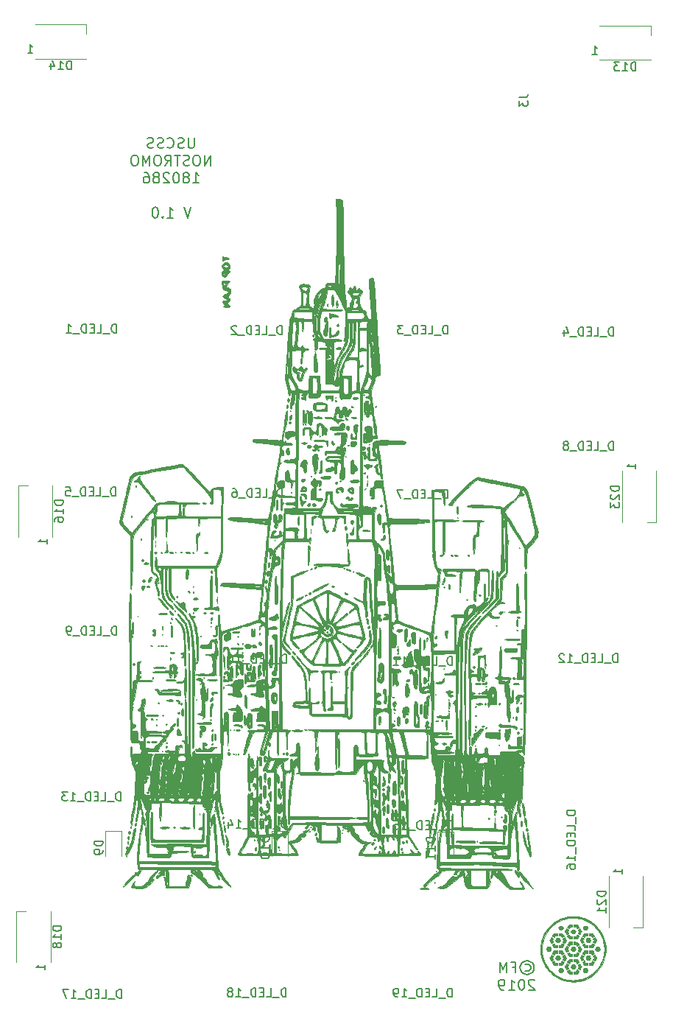
<source format=gbr>
G04 #@! TF.GenerationSoftware,KiCad,Pcbnew,5.0.1*
G04 #@! TF.CreationDate,2019-01-15T16:18:38+01:00*
G04 #@! TF.ProjectId,keypad,6B65797061642E6B696361645F706362,rev?*
G04 #@! TF.SameCoordinates,Original*
G04 #@! TF.FileFunction,Legend,Bot*
G04 #@! TF.FilePolarity,Positive*
%FSLAX46Y46*%
G04 Gerber Fmt 4.6, Leading zero omitted, Abs format (unit mm)*
G04 Created by KiCad (PCBNEW 5.0.1) date Tue 15 Jan 2019 04:18:38 PM CET*
%MOMM*%
%LPD*%
G01*
G04 APERTURE LIST*
%ADD10C,0.200000*%
%ADD11C,0.120000*%
%ADD12C,0.010000*%
%ADD13C,0.150000*%
G04 APERTURE END LIST*
D10*
X167996428Y-146228571D02*
X168110714Y-146171428D01*
X168339285Y-146171428D01*
X168453571Y-146228571D01*
X168567857Y-146342857D01*
X168625000Y-146457142D01*
X168625000Y-146685714D01*
X168567857Y-146800000D01*
X168453571Y-146914285D01*
X168339285Y-146971428D01*
X168110714Y-146971428D01*
X167996428Y-146914285D01*
X168225000Y-145771428D02*
X168510714Y-145828571D01*
X168796428Y-146000000D01*
X168967857Y-146285714D01*
X169025000Y-146571428D01*
X168967857Y-146857142D01*
X168796428Y-147142857D01*
X168510714Y-147314285D01*
X168225000Y-147371428D01*
X167939285Y-147314285D01*
X167653571Y-147142857D01*
X167482142Y-146857142D01*
X167425000Y-146571428D01*
X167482142Y-146285714D01*
X167653571Y-146000000D01*
X167939285Y-145828571D01*
X168225000Y-145771428D01*
X166510714Y-146514285D02*
X166910714Y-146514285D01*
X166910714Y-147142857D02*
X166910714Y-145942857D01*
X166339285Y-145942857D01*
X165882142Y-147142857D02*
X165882142Y-145942857D01*
X165482142Y-146800000D01*
X165082142Y-145942857D01*
X165082142Y-147142857D01*
X169082142Y-148057142D02*
X169025000Y-148000000D01*
X168910714Y-147942857D01*
X168625000Y-147942857D01*
X168510714Y-148000000D01*
X168453571Y-148057142D01*
X168396428Y-148171428D01*
X168396428Y-148285714D01*
X168453571Y-148457142D01*
X169139285Y-149142857D01*
X168396428Y-149142857D01*
X167653571Y-147942857D02*
X167539285Y-147942857D01*
X167425000Y-148000000D01*
X167367857Y-148057142D01*
X167310714Y-148171428D01*
X167253571Y-148400000D01*
X167253571Y-148685714D01*
X167310714Y-148914285D01*
X167367857Y-149028571D01*
X167425000Y-149085714D01*
X167539285Y-149142857D01*
X167653571Y-149142857D01*
X167767857Y-149085714D01*
X167825000Y-149028571D01*
X167882142Y-148914285D01*
X167939285Y-148685714D01*
X167939285Y-148400000D01*
X167882142Y-148171428D01*
X167825000Y-148057142D01*
X167767857Y-148000000D01*
X167653571Y-147942857D01*
X166110714Y-149142857D02*
X166796428Y-149142857D01*
X166453571Y-149142857D02*
X166453571Y-147942857D01*
X166567857Y-148114285D01*
X166682142Y-148228571D01*
X166796428Y-148285714D01*
X165539285Y-149142857D02*
X165310714Y-149142857D01*
X165196428Y-149085714D01*
X165139285Y-149028571D01*
X165025000Y-148857142D01*
X164967857Y-148628571D01*
X164967857Y-148171428D01*
X165025000Y-148057142D01*
X165082142Y-148000000D01*
X165196428Y-147942857D01*
X165425000Y-147942857D01*
X165539285Y-148000000D01*
X165596428Y-148057142D01*
X165653571Y-148171428D01*
X165653571Y-148457142D01*
X165596428Y-148571428D01*
X165539285Y-148628571D01*
X165425000Y-148685714D01*
X165196428Y-148685714D01*
X165082142Y-148628571D01*
X165025000Y-148571428D01*
X164967857Y-148457142D01*
X129957142Y-51192857D02*
X129957142Y-52164285D01*
X129900000Y-52278571D01*
X129842857Y-52335714D01*
X129728571Y-52392857D01*
X129500000Y-52392857D01*
X129385714Y-52335714D01*
X129328571Y-52278571D01*
X129271428Y-52164285D01*
X129271428Y-51192857D01*
X128757142Y-52335714D02*
X128585714Y-52392857D01*
X128300000Y-52392857D01*
X128185714Y-52335714D01*
X128128571Y-52278571D01*
X128071428Y-52164285D01*
X128071428Y-52050000D01*
X128128571Y-51935714D01*
X128185714Y-51878571D01*
X128300000Y-51821428D01*
X128528571Y-51764285D01*
X128642857Y-51707142D01*
X128700000Y-51650000D01*
X128757142Y-51535714D01*
X128757142Y-51421428D01*
X128700000Y-51307142D01*
X128642857Y-51250000D01*
X128528571Y-51192857D01*
X128242857Y-51192857D01*
X128071428Y-51250000D01*
X126871428Y-52278571D02*
X126928571Y-52335714D01*
X127100000Y-52392857D01*
X127214285Y-52392857D01*
X127385714Y-52335714D01*
X127500000Y-52221428D01*
X127557142Y-52107142D01*
X127614285Y-51878571D01*
X127614285Y-51707142D01*
X127557142Y-51478571D01*
X127500000Y-51364285D01*
X127385714Y-51250000D01*
X127214285Y-51192857D01*
X127100000Y-51192857D01*
X126928571Y-51250000D01*
X126871428Y-51307142D01*
X126414285Y-52335714D02*
X126242857Y-52392857D01*
X125957142Y-52392857D01*
X125842857Y-52335714D01*
X125785714Y-52278571D01*
X125728571Y-52164285D01*
X125728571Y-52050000D01*
X125785714Y-51935714D01*
X125842857Y-51878571D01*
X125957142Y-51821428D01*
X126185714Y-51764285D01*
X126300000Y-51707142D01*
X126357142Y-51650000D01*
X126414285Y-51535714D01*
X126414285Y-51421428D01*
X126357142Y-51307142D01*
X126300000Y-51250000D01*
X126185714Y-51192857D01*
X125900000Y-51192857D01*
X125728571Y-51250000D01*
X125271428Y-52335714D02*
X125100000Y-52392857D01*
X124814285Y-52392857D01*
X124700000Y-52335714D01*
X124642857Y-52278571D01*
X124585714Y-52164285D01*
X124585714Y-52050000D01*
X124642857Y-51935714D01*
X124700000Y-51878571D01*
X124814285Y-51821428D01*
X125042857Y-51764285D01*
X125157142Y-51707142D01*
X125214285Y-51650000D01*
X125271428Y-51535714D01*
X125271428Y-51421428D01*
X125214285Y-51307142D01*
X125157142Y-51250000D01*
X125042857Y-51192857D01*
X124757142Y-51192857D01*
X124585714Y-51250000D01*
X131842857Y-54392857D02*
X131842857Y-53192857D01*
X131157142Y-54392857D01*
X131157142Y-53192857D01*
X130357142Y-53192857D02*
X130128571Y-53192857D01*
X130014285Y-53250000D01*
X129900000Y-53364285D01*
X129842857Y-53592857D01*
X129842857Y-53992857D01*
X129900000Y-54221428D01*
X130014285Y-54335714D01*
X130128571Y-54392857D01*
X130357142Y-54392857D01*
X130471428Y-54335714D01*
X130585714Y-54221428D01*
X130642857Y-53992857D01*
X130642857Y-53592857D01*
X130585714Y-53364285D01*
X130471428Y-53250000D01*
X130357142Y-53192857D01*
X129385714Y-54335714D02*
X129214285Y-54392857D01*
X128928571Y-54392857D01*
X128814285Y-54335714D01*
X128757142Y-54278571D01*
X128700000Y-54164285D01*
X128700000Y-54050000D01*
X128757142Y-53935714D01*
X128814285Y-53878571D01*
X128928571Y-53821428D01*
X129157142Y-53764285D01*
X129271428Y-53707142D01*
X129328571Y-53650000D01*
X129385714Y-53535714D01*
X129385714Y-53421428D01*
X129328571Y-53307142D01*
X129271428Y-53250000D01*
X129157142Y-53192857D01*
X128871428Y-53192857D01*
X128700000Y-53250000D01*
X128357142Y-53192857D02*
X127671428Y-53192857D01*
X128014285Y-54392857D02*
X128014285Y-53192857D01*
X126585714Y-54392857D02*
X126985714Y-53821428D01*
X127271428Y-54392857D02*
X127271428Y-53192857D01*
X126814285Y-53192857D01*
X126700000Y-53250000D01*
X126642857Y-53307142D01*
X126585714Y-53421428D01*
X126585714Y-53592857D01*
X126642857Y-53707142D01*
X126700000Y-53764285D01*
X126814285Y-53821428D01*
X127271428Y-53821428D01*
X125842857Y-53192857D02*
X125614285Y-53192857D01*
X125500000Y-53250000D01*
X125385714Y-53364285D01*
X125328571Y-53592857D01*
X125328571Y-53992857D01*
X125385714Y-54221428D01*
X125500000Y-54335714D01*
X125614285Y-54392857D01*
X125842857Y-54392857D01*
X125957142Y-54335714D01*
X126071428Y-54221428D01*
X126128571Y-53992857D01*
X126128571Y-53592857D01*
X126071428Y-53364285D01*
X125957142Y-53250000D01*
X125842857Y-53192857D01*
X124814285Y-54392857D02*
X124814285Y-53192857D01*
X124414285Y-54050000D01*
X124014285Y-53192857D01*
X124014285Y-54392857D01*
X123214285Y-53192857D02*
X122985714Y-53192857D01*
X122871428Y-53250000D01*
X122757142Y-53364285D01*
X122700000Y-53592857D01*
X122700000Y-53992857D01*
X122757142Y-54221428D01*
X122871428Y-54335714D01*
X122985714Y-54392857D01*
X123214285Y-54392857D01*
X123328571Y-54335714D01*
X123442857Y-54221428D01*
X123500000Y-53992857D01*
X123500000Y-53592857D01*
X123442857Y-53364285D01*
X123328571Y-53250000D01*
X123214285Y-53192857D01*
X129814285Y-56392857D02*
X130500000Y-56392857D01*
X130157142Y-56392857D02*
X130157142Y-55192857D01*
X130271428Y-55364285D01*
X130385714Y-55478571D01*
X130500000Y-55535714D01*
X129128571Y-55707142D02*
X129242857Y-55650000D01*
X129300000Y-55592857D01*
X129357142Y-55478571D01*
X129357142Y-55421428D01*
X129300000Y-55307142D01*
X129242857Y-55250000D01*
X129128571Y-55192857D01*
X128900000Y-55192857D01*
X128785714Y-55250000D01*
X128728571Y-55307142D01*
X128671428Y-55421428D01*
X128671428Y-55478571D01*
X128728571Y-55592857D01*
X128785714Y-55650000D01*
X128900000Y-55707142D01*
X129128571Y-55707142D01*
X129242857Y-55764285D01*
X129300000Y-55821428D01*
X129357142Y-55935714D01*
X129357142Y-56164285D01*
X129300000Y-56278571D01*
X129242857Y-56335714D01*
X129128571Y-56392857D01*
X128900000Y-56392857D01*
X128785714Y-56335714D01*
X128728571Y-56278571D01*
X128671428Y-56164285D01*
X128671428Y-55935714D01*
X128728571Y-55821428D01*
X128785714Y-55764285D01*
X128900000Y-55707142D01*
X127928571Y-55192857D02*
X127814285Y-55192857D01*
X127700000Y-55250000D01*
X127642857Y-55307142D01*
X127585714Y-55421428D01*
X127528571Y-55650000D01*
X127528571Y-55935714D01*
X127585714Y-56164285D01*
X127642857Y-56278571D01*
X127700000Y-56335714D01*
X127814285Y-56392857D01*
X127928571Y-56392857D01*
X128042857Y-56335714D01*
X128100000Y-56278571D01*
X128157142Y-56164285D01*
X128214285Y-55935714D01*
X128214285Y-55650000D01*
X128157142Y-55421428D01*
X128100000Y-55307142D01*
X128042857Y-55250000D01*
X127928571Y-55192857D01*
X127071428Y-55307142D02*
X127014285Y-55250000D01*
X126900000Y-55192857D01*
X126614285Y-55192857D01*
X126500000Y-55250000D01*
X126442857Y-55307142D01*
X126385714Y-55421428D01*
X126385714Y-55535714D01*
X126442857Y-55707142D01*
X127128571Y-56392857D01*
X126385714Y-56392857D01*
X125700000Y-55707142D02*
X125814285Y-55650000D01*
X125871428Y-55592857D01*
X125928571Y-55478571D01*
X125928571Y-55421428D01*
X125871428Y-55307142D01*
X125814285Y-55250000D01*
X125700000Y-55192857D01*
X125471428Y-55192857D01*
X125357142Y-55250000D01*
X125300000Y-55307142D01*
X125242857Y-55421428D01*
X125242857Y-55478571D01*
X125300000Y-55592857D01*
X125357142Y-55650000D01*
X125471428Y-55707142D01*
X125700000Y-55707142D01*
X125814285Y-55764285D01*
X125871428Y-55821428D01*
X125928571Y-55935714D01*
X125928571Y-56164285D01*
X125871428Y-56278571D01*
X125814285Y-56335714D01*
X125700000Y-56392857D01*
X125471428Y-56392857D01*
X125357142Y-56335714D01*
X125300000Y-56278571D01*
X125242857Y-56164285D01*
X125242857Y-55935714D01*
X125300000Y-55821428D01*
X125357142Y-55764285D01*
X125471428Y-55707142D01*
X124214285Y-55192857D02*
X124442857Y-55192857D01*
X124557142Y-55250000D01*
X124614285Y-55307142D01*
X124728571Y-55478571D01*
X124785714Y-55707142D01*
X124785714Y-56164285D01*
X124728571Y-56278571D01*
X124671428Y-56335714D01*
X124557142Y-56392857D01*
X124328571Y-56392857D01*
X124214285Y-56335714D01*
X124157142Y-56278571D01*
X124100000Y-56164285D01*
X124100000Y-55878571D01*
X124157142Y-55764285D01*
X124214285Y-55707142D01*
X124328571Y-55650000D01*
X124557142Y-55650000D01*
X124671428Y-55707142D01*
X124728571Y-55764285D01*
X124785714Y-55878571D01*
X129585714Y-59192857D02*
X129185714Y-60392857D01*
X128785714Y-59192857D01*
X126842857Y-60392857D02*
X127528571Y-60392857D01*
X127185714Y-60392857D02*
X127185714Y-59192857D01*
X127300000Y-59364285D01*
X127414285Y-59478571D01*
X127528571Y-59535714D01*
X126328571Y-60278571D02*
X126271428Y-60335714D01*
X126328571Y-60392857D01*
X126385714Y-60335714D01*
X126328571Y-60278571D01*
X126328571Y-60392857D01*
X125528571Y-59192857D02*
X125414285Y-59192857D01*
X125300000Y-59250000D01*
X125242857Y-59307142D01*
X125185714Y-59421428D01*
X125128571Y-59650000D01*
X125128571Y-59935714D01*
X125185714Y-60164285D01*
X125242857Y-60278571D01*
X125300000Y-60335714D01*
X125414285Y-60392857D01*
X125528571Y-60392857D01*
X125642857Y-60335714D01*
X125700000Y-60278571D01*
X125757142Y-60164285D01*
X125814285Y-59935714D01*
X125814285Y-59650000D01*
X125757142Y-59421428D01*
X125700000Y-59307142D01*
X125642857Y-59250000D01*
X125528571Y-59192857D01*
D11*
G04 #@! TO.C,D9*
X121610000Y-130890000D02*
X121610000Y-133750000D01*
X119690000Y-130890000D02*
X121610000Y-130890000D01*
X119690000Y-133750000D02*
X119690000Y-130890000D01*
G04 #@! TO.C,D10*
X138840000Y-133750000D02*
X138840000Y-130890000D01*
X138840000Y-130890000D02*
X140760000Y-130890000D01*
X140760000Y-130890000D02*
X140760000Y-133750000D01*
G04 #@! TO.C,D11*
X157890000Y-133850000D02*
X157890000Y-130990000D01*
X157890000Y-130990000D02*
X159810000Y-130990000D01*
X159810000Y-130990000D02*
X159810000Y-133850000D01*
G04 #@! TO.C,D13*
X182450000Y-38350000D02*
X182450000Y-39425000D01*
X176550000Y-38350000D02*
X182450000Y-38350000D01*
X176550000Y-42250000D02*
X182450000Y-42250000D01*
G04 #@! TO.C,D14*
X111650000Y-42100000D02*
X117550000Y-42100000D01*
X111650000Y-38200000D02*
X117550000Y-38200000D01*
X117550000Y-38200000D02*
X117550000Y-39275000D01*
G04 #@! TO.C,D16*
X109750000Y-91150000D02*
X110825000Y-91150000D01*
X109750000Y-97050000D02*
X109750000Y-91150000D01*
X113650000Y-97050000D02*
X113650000Y-91150000D01*
G04 #@! TO.C,D18*
X109525000Y-140075000D02*
X110600000Y-140075000D01*
X109525000Y-145975000D02*
X109525000Y-140075000D01*
X113425000Y-145975000D02*
X113425000Y-140075000D01*
G04 #@! TO.C,D21*
X177625000Y-136075000D02*
X177625000Y-141975000D01*
X181525000Y-136075000D02*
X181525000Y-141975000D01*
X181525000Y-141975000D02*
X180450000Y-141975000D01*
G04 #@! TO.C,D23*
X179200000Y-89500000D02*
X179200000Y-95400000D01*
X183100000Y-89500000D02*
X183100000Y-95400000D01*
X183100000Y-95400000D02*
X182025000Y-95400000D01*
D12*
G04 #@! TO.C,G\002A\002A\002A*
G36*
X173801225Y-147275194D02*
X174001250Y-147275087D01*
X174098303Y-147106934D01*
X174195356Y-146938780D01*
X174081853Y-146872090D01*
X174034433Y-146844468D01*
X173995820Y-146822425D01*
X173970792Y-146808664D01*
X173963851Y-146805400D01*
X173956060Y-146815678D01*
X173939012Y-146843179D01*
X173915752Y-146882905D01*
X173903852Y-146903825D01*
X173848351Y-147002250D01*
X173724775Y-147005885D01*
X173601200Y-147009520D01*
X173601200Y-147275300D01*
X173801225Y-147275194D01*
X173801225Y-147275194D01*
G37*
X173801225Y-147275194D02*
X174001250Y-147275087D01*
X174098303Y-147106934D01*
X174195356Y-146938780D01*
X174081853Y-146872090D01*
X174034433Y-146844468D01*
X173995820Y-146822425D01*
X173970792Y-146808664D01*
X173963851Y-146805400D01*
X173956060Y-146815678D01*
X173939012Y-146843179D01*
X173915752Y-146882905D01*
X173903852Y-146903825D01*
X173848351Y-147002250D01*
X173724775Y-147005885D01*
X173601200Y-147009520D01*
X173601200Y-147275300D01*
X173801225Y-147275194D01*
G36*
X173436100Y-147009520D02*
X173312633Y-147005885D01*
X173189167Y-147002250D01*
X173135195Y-146907121D01*
X173109719Y-146863865D01*
X173088193Y-146830319D01*
X173074072Y-146811753D01*
X173071336Y-146809715D01*
X173056918Y-146814892D01*
X173025973Y-146830670D01*
X172983611Y-146854344D01*
X172951687Y-146873094D01*
X172841924Y-146938750D01*
X172938987Y-147106919D01*
X173036050Y-147275087D01*
X173236075Y-147275194D01*
X173436100Y-147275300D01*
X173436100Y-147009520D01*
X173436100Y-147009520D01*
G37*
X173436100Y-147009520D02*
X173312633Y-147005885D01*
X173189167Y-147002250D01*
X173135195Y-146907121D01*
X173109719Y-146863865D01*
X173088193Y-146830319D01*
X173074072Y-146811753D01*
X173071336Y-146809715D01*
X173056918Y-146814892D01*
X173025973Y-146830670D01*
X172983611Y-146854344D01*
X172951687Y-146873094D01*
X172841924Y-146938750D01*
X172938987Y-147106919D01*
X173036050Y-147275087D01*
X173236075Y-147275194D01*
X173436100Y-147275300D01*
X173436100Y-147009520D01*
G36*
X174927130Y-147120115D02*
X175066258Y-147116550D01*
X175133610Y-147002250D01*
X175161562Y-146953791D01*
X175183894Y-146913132D01*
X175197855Y-146885398D01*
X175201181Y-146876293D01*
X175195375Y-146861034D01*
X175179501Y-146828861D01*
X175156163Y-146784871D01*
X175134725Y-146746121D01*
X175068050Y-146627607D01*
X174926129Y-146627604D01*
X174784208Y-146627600D01*
X174717637Y-146743931D01*
X174690111Y-146793322D01*
X174668129Y-146835218D01*
X174654373Y-146864358D01*
X174651066Y-146874586D01*
X174657147Y-146890894D01*
X174673588Y-146923794D01*
X174697689Y-146968090D01*
X174719534Y-147006294D01*
X174788002Y-147123679D01*
X174927130Y-147120115D01*
X174927130Y-147120115D01*
G37*
X174927130Y-147120115D02*
X175066258Y-147116550D01*
X175133610Y-147002250D01*
X175161562Y-146953791D01*
X175183894Y-146913132D01*
X175197855Y-146885398D01*
X175201181Y-146876293D01*
X175195375Y-146861034D01*
X175179501Y-146828861D01*
X175156163Y-146784871D01*
X175134725Y-146746121D01*
X175068050Y-146627607D01*
X174926129Y-146627604D01*
X174784208Y-146627600D01*
X174717637Y-146743931D01*
X174690111Y-146793322D01*
X174668129Y-146835218D01*
X174654373Y-146864358D01*
X174651066Y-146874586D01*
X174657147Y-146890894D01*
X174673588Y-146923794D01*
X174697689Y-146968090D01*
X174719534Y-147006294D01*
X174788002Y-147123679D01*
X174927130Y-147120115D01*
G36*
X172317765Y-147006294D02*
X172345892Y-146956800D01*
X172368416Y-146914743D01*
X172382638Y-146885318D01*
X172386233Y-146874586D01*
X172380240Y-146858190D01*
X172364048Y-146825166D01*
X172340340Y-146780777D01*
X172319662Y-146743931D01*
X172253091Y-146627600D01*
X172111170Y-146627604D01*
X171969250Y-146627607D01*
X171902575Y-146746121D01*
X171875260Y-146795738D01*
X171853404Y-146837468D01*
X171839609Y-146866213D01*
X171836118Y-146876293D01*
X171842311Y-146891483D01*
X171858863Y-146923305D01*
X171883025Y-146966635D01*
X171903689Y-147002250D01*
X171971041Y-147116550D01*
X172110169Y-147120115D01*
X172249297Y-147123679D01*
X172317765Y-147006294D01*
X172317765Y-147006294D01*
G37*
X172317765Y-147006294D02*
X172345892Y-146956800D01*
X172368416Y-146914743D01*
X172382638Y-146885318D01*
X172386233Y-146874586D01*
X172380240Y-146858190D01*
X172364048Y-146825166D01*
X172340340Y-146780777D01*
X172319662Y-146743931D01*
X172253091Y-146627600D01*
X172111170Y-146627604D01*
X171969250Y-146627607D01*
X171902575Y-146746121D01*
X171875260Y-146795738D01*
X171853404Y-146837468D01*
X171839609Y-146866213D01*
X171836118Y-146876293D01*
X171842311Y-146891483D01*
X171858863Y-146923305D01*
X171883025Y-146966635D01*
X171903689Y-147002250D01*
X171971041Y-147116550D01*
X172110169Y-147120115D01*
X172249297Y-147123679D01*
X172317765Y-147006294D01*
G36*
X173727245Y-146578468D02*
X173754304Y-146529839D01*
X173775768Y-146488705D01*
X173788910Y-146460446D01*
X173791700Y-146451368D01*
X173785736Y-146434841D01*
X173769645Y-146401736D01*
X173746124Y-146357403D01*
X173726769Y-146322700D01*
X173661838Y-146208500D01*
X173375461Y-146208500D01*
X173310530Y-146322700D01*
X173283427Y-146371699D01*
X173261871Y-146413196D01*
X173248563Y-146441843D01*
X173245600Y-146451368D01*
X173251591Y-146467911D01*
X173267744Y-146500958D01*
X173291332Y-146545126D01*
X173310054Y-146578468D01*
X173374508Y-146691100D01*
X173662791Y-146691100D01*
X173727245Y-146578468D01*
X173727245Y-146578468D01*
G37*
X173727245Y-146578468D02*
X173754304Y-146529839D01*
X173775768Y-146488705D01*
X173788910Y-146460446D01*
X173791700Y-146451368D01*
X173785736Y-146434841D01*
X173769645Y-146401736D01*
X173746124Y-146357403D01*
X173726769Y-146322700D01*
X173661838Y-146208500D01*
X173375461Y-146208500D01*
X173310530Y-146322700D01*
X173283427Y-146371699D01*
X173261871Y-146413196D01*
X173248563Y-146441843D01*
X173245600Y-146451368D01*
X173251591Y-146467911D01*
X173267744Y-146500958D01*
X173291332Y-146545126D01*
X173310054Y-146578468D01*
X173374508Y-146691100D01*
X173662791Y-146691100D01*
X173727245Y-146578468D01*
G36*
X174287001Y-146778711D02*
X174304632Y-146748701D01*
X174330397Y-146704493D01*
X174362018Y-146649988D01*
X174380115Y-146618707D01*
X174477009Y-146451063D01*
X174380704Y-146285332D01*
X174346240Y-146227616D01*
X174315251Y-146178677D01*
X174290300Y-146142339D01*
X174273949Y-146122430D01*
X174269824Y-146119830D01*
X174252981Y-146125957D01*
X174220067Y-146142180D01*
X174176824Y-146165585D01*
X174153650Y-146178766D01*
X174108861Y-146204736D01*
X174073265Y-146225545D01*
X174051957Y-146238206D01*
X174048224Y-146240571D01*
X174052522Y-146252070D01*
X174067247Y-146280249D01*
X174089692Y-146320049D01*
X174102199Y-146341434D01*
X174127968Y-146386306D01*
X174147820Y-146423322D01*
X174158771Y-146446805D01*
X174160000Y-146451380D01*
X174153944Y-146467177D01*
X174137764Y-146499011D01*
X174114435Y-146541155D01*
X174103142Y-146560690D01*
X174078211Y-146604059D01*
X174059532Y-146638054D01*
X174049849Y-146657607D01*
X174049167Y-146660351D01*
X174064463Y-146670604D01*
X174094773Y-146688848D01*
X174134496Y-146711921D01*
X174178032Y-146736659D01*
X174219783Y-146759898D01*
X174254147Y-146778476D01*
X174275525Y-146789230D01*
X174279782Y-146790620D01*
X174287001Y-146778711D01*
X174287001Y-146778711D01*
G37*
X174287001Y-146778711D02*
X174304632Y-146748701D01*
X174330397Y-146704493D01*
X174362018Y-146649988D01*
X174380115Y-146618707D01*
X174477009Y-146451063D01*
X174380704Y-146285332D01*
X174346240Y-146227616D01*
X174315251Y-146178677D01*
X174290300Y-146142339D01*
X174273949Y-146122430D01*
X174269824Y-146119830D01*
X174252981Y-146125957D01*
X174220067Y-146142180D01*
X174176824Y-146165585D01*
X174153650Y-146178766D01*
X174108861Y-146204736D01*
X174073265Y-146225545D01*
X174051957Y-146238206D01*
X174048224Y-146240571D01*
X174052522Y-146252070D01*
X174067247Y-146280249D01*
X174089692Y-146320049D01*
X174102199Y-146341434D01*
X174127968Y-146386306D01*
X174147820Y-146423322D01*
X174158771Y-146446805D01*
X174160000Y-146451380D01*
X174153944Y-146467177D01*
X174137764Y-146499011D01*
X174114435Y-146541155D01*
X174103142Y-146560690D01*
X174078211Y-146604059D01*
X174059532Y-146638054D01*
X174049849Y-146657607D01*
X174049167Y-146660351D01*
X174064463Y-146670604D01*
X174094773Y-146688848D01*
X174134496Y-146711921D01*
X174178032Y-146736659D01*
X174219783Y-146759898D01*
X174254147Y-146778476D01*
X174275525Y-146789230D01*
X174279782Y-146790620D01*
X174287001Y-146778711D01*
G36*
X172768543Y-146785993D02*
X172795900Y-146771667D01*
X172833959Y-146750806D01*
X172877120Y-146726574D01*
X172919782Y-146702132D01*
X172956345Y-146680645D01*
X172981209Y-146665276D01*
X172988132Y-146660351D01*
X172983468Y-146649075D01*
X172968554Y-146621043D01*
X172946136Y-146581324D01*
X172934157Y-146560690D01*
X172908701Y-146515907D01*
X172889134Y-146479014D01*
X172878434Y-146455737D01*
X172877300Y-146451380D01*
X172883400Y-146435630D01*
X172899713Y-146403855D01*
X172923253Y-146361732D01*
X172935100Y-146341434D01*
X172960240Y-146297970D01*
X172978945Y-146263810D01*
X172988512Y-146243985D01*
X172989075Y-146241045D01*
X172963884Y-146225267D01*
X172926478Y-146203544D01*
X172882852Y-146179145D01*
X172839001Y-146155338D01*
X172800918Y-146135393D01*
X172774600Y-146122578D01*
X172766359Y-146119600D01*
X172755616Y-146130029D01*
X172734943Y-146158767D01*
X172706872Y-146201988D01*
X172673935Y-146255869D01*
X172656384Y-146285695D01*
X172559868Y-146451789D01*
X172656945Y-146619070D01*
X172690804Y-146677310D01*
X172719985Y-146727300D01*
X172742200Y-146765140D01*
X172755163Y-146786929D01*
X172757489Y-146790620D01*
X172768543Y-146785993D01*
X172768543Y-146785993D01*
G37*
X172768543Y-146785993D02*
X172795900Y-146771667D01*
X172833959Y-146750806D01*
X172877120Y-146726574D01*
X172919782Y-146702132D01*
X172956345Y-146680645D01*
X172981209Y-146665276D01*
X172988132Y-146660351D01*
X172983468Y-146649075D01*
X172968554Y-146621043D01*
X172946136Y-146581324D01*
X172934157Y-146560690D01*
X172908701Y-146515907D01*
X172889134Y-146479014D01*
X172878434Y-146455737D01*
X172877300Y-146451380D01*
X172883400Y-146435630D01*
X172899713Y-146403855D01*
X172923253Y-146361732D01*
X172935100Y-146341434D01*
X172960240Y-146297970D01*
X172978945Y-146263810D01*
X172988512Y-146243985D01*
X172989075Y-146241045D01*
X172963884Y-146225267D01*
X172926478Y-146203544D01*
X172882852Y-146179145D01*
X172839001Y-146155338D01*
X172800918Y-146135393D01*
X172774600Y-146122578D01*
X172766359Y-146119600D01*
X172755616Y-146130029D01*
X172734943Y-146158767D01*
X172706872Y-146201988D01*
X172673935Y-146255869D01*
X172656384Y-146285695D01*
X172559868Y-146451789D01*
X172656945Y-146619070D01*
X172690804Y-146677310D01*
X172719985Y-146727300D01*
X172742200Y-146765140D01*
X172755163Y-146786929D01*
X172757489Y-146790620D01*
X172768543Y-146785993D01*
G36*
X175818420Y-146141825D02*
X175850054Y-146086006D01*
X175879424Y-146034420D01*
X175902942Y-145993353D01*
X175915617Y-145971472D01*
X175939215Y-145931293D01*
X175829463Y-145866697D01*
X175782402Y-145839460D01*
X175743657Y-145817902D01*
X175718302Y-145804797D01*
X175711381Y-145802126D01*
X175701902Y-145812459D01*
X175683452Y-145840132D01*
X175659231Y-145880193D01*
X175645900Y-145903424D01*
X175588750Y-146004698D01*
X175341100Y-146005300D01*
X175341100Y-146272000D01*
X175744820Y-146272000D01*
X175818420Y-146141825D01*
X175818420Y-146141825D01*
G37*
X175818420Y-146141825D02*
X175850054Y-146086006D01*
X175879424Y-146034420D01*
X175902942Y-145993353D01*
X175915617Y-145971472D01*
X175939215Y-145931293D01*
X175829463Y-145866697D01*
X175782402Y-145839460D01*
X175743657Y-145817902D01*
X175718302Y-145804797D01*
X175711381Y-145802126D01*
X175701902Y-145812459D01*
X175683452Y-145840132D01*
X175659231Y-145880193D01*
X175645900Y-145903424D01*
X175588750Y-146004698D01*
X175341100Y-146005300D01*
X175341100Y-146272000D01*
X175744820Y-146272000D01*
X175818420Y-146141825D01*
G36*
X175176000Y-146005300D02*
X174940558Y-146005300D01*
X174883654Y-145907822D01*
X174856893Y-145863919D01*
X174833735Y-145829435D01*
X174817796Y-145809613D01*
X174814050Y-145806899D01*
X174798034Y-145811447D01*
X174766252Y-145826550D01*
X174724510Y-145849350D01*
X174707191Y-145859471D01*
X174663089Y-145886206D01*
X174627162Y-145908906D01*
X174605240Y-145923853D01*
X174601903Y-145926617D01*
X174603857Y-145941242D01*
X174617365Y-145973940D01*
X174640720Y-146021121D01*
X174672220Y-146079193D01*
X174685010Y-146101699D01*
X174779246Y-146265650D01*
X174977623Y-146269148D01*
X175176000Y-146272645D01*
X175176000Y-146005300D01*
X175176000Y-146005300D01*
G37*
X175176000Y-146005300D02*
X174940558Y-146005300D01*
X174883654Y-145907822D01*
X174856893Y-145863919D01*
X174833735Y-145829435D01*
X174817796Y-145809613D01*
X174814050Y-145806899D01*
X174798034Y-145811447D01*
X174766252Y-145826550D01*
X174724510Y-145849350D01*
X174707191Y-145859471D01*
X174663089Y-145886206D01*
X174627162Y-145908906D01*
X174605240Y-145923853D01*
X174601903Y-145926617D01*
X174603857Y-145941242D01*
X174617365Y-145973940D01*
X174640720Y-146021121D01*
X174672220Y-146079193D01*
X174685010Y-146101699D01*
X174779246Y-146265650D01*
X174977623Y-146269148D01*
X175176000Y-146272645D01*
X175176000Y-146005300D01*
G36*
X172059676Y-146269148D02*
X172258053Y-146265650D01*
X172351800Y-146102550D01*
X172384336Y-146044679D01*
X172411158Y-145994529D01*
X172430185Y-145956193D01*
X172439334Y-145933763D01*
X172439656Y-145929920D01*
X172427025Y-145920138D01*
X172398361Y-145901606D01*
X172359686Y-145877889D01*
X172317026Y-145852552D01*
X172276401Y-145829159D01*
X172243836Y-145811276D01*
X172225354Y-145802468D01*
X172223701Y-145802100D01*
X172213701Y-145811857D01*
X172196066Y-145836458D01*
X172187541Y-145849725D01*
X172161866Y-145892272D01*
X172134589Y-145939388D01*
X172127893Y-145951325D01*
X172097922Y-146005300D01*
X171861300Y-146005300D01*
X171861300Y-146272645D01*
X172059676Y-146269148D01*
X172059676Y-146269148D01*
G37*
X172059676Y-146269148D02*
X172258053Y-146265650D01*
X172351800Y-146102550D01*
X172384336Y-146044679D01*
X172411158Y-145994529D01*
X172430185Y-145956193D01*
X172439334Y-145933763D01*
X172439656Y-145929920D01*
X172427025Y-145920138D01*
X172398361Y-145901606D01*
X172359686Y-145877889D01*
X172317026Y-145852552D01*
X172276401Y-145829159D01*
X172243836Y-145811276D01*
X172225354Y-145802468D01*
X172223701Y-145802100D01*
X172213701Y-145811857D01*
X172196066Y-145836458D01*
X172187541Y-145849725D01*
X172161866Y-145892272D01*
X172134589Y-145939388D01*
X172127893Y-145951325D01*
X172097922Y-146005300D01*
X171861300Y-146005300D01*
X171861300Y-146272645D01*
X172059676Y-146269148D01*
G36*
X171696200Y-146005300D02*
X171448550Y-146004698D01*
X171391400Y-145903424D01*
X171365016Y-145859082D01*
X171342059Y-145824858D01*
X171325953Y-145805667D01*
X171321550Y-145803243D01*
X171305734Y-145809968D01*
X171273878Y-145827094D01*
X171231498Y-145851585D01*
X171207250Y-145866152D01*
X171163513Y-145894489D01*
X171130076Y-145919469D01*
X171111567Y-145937456D01*
X171109409Y-145942988D01*
X171116847Y-145958915D01*
X171134703Y-145992377D01*
X171160565Y-146038986D01*
X171192023Y-146094354D01*
X171203918Y-146115005D01*
X171294666Y-146272000D01*
X171696200Y-146272000D01*
X171696200Y-146005300D01*
X171696200Y-146005300D01*
G37*
X171696200Y-146005300D02*
X171448550Y-146004698D01*
X171391400Y-145903424D01*
X171365016Y-145859082D01*
X171342059Y-145824858D01*
X171325953Y-145805667D01*
X171321550Y-145803243D01*
X171305734Y-145809968D01*
X171273878Y-145827094D01*
X171231498Y-145851585D01*
X171207250Y-145866152D01*
X171163513Y-145894489D01*
X171130076Y-145919469D01*
X171111567Y-145937456D01*
X171109409Y-145942988D01*
X171116847Y-145958915D01*
X171134703Y-145992377D01*
X171160565Y-146038986D01*
X171192023Y-146094354D01*
X171203918Y-146115005D01*
X171294666Y-146272000D01*
X171696200Y-146272000D01*
X171696200Y-146005300D01*
G36*
X173976936Y-146088316D02*
X174006637Y-146072437D01*
X174048565Y-146049220D01*
X174082650Y-146029980D01*
X174195601Y-145965760D01*
X174098425Y-145795167D01*
X174001250Y-145624575D01*
X173801225Y-145624438D01*
X173601200Y-145624300D01*
X173601200Y-145891000D01*
X173841817Y-145891000D01*
X173900420Y-145992600D01*
X173926525Y-146036926D01*
X173947884Y-146071454D01*
X173961425Y-146091302D01*
X173964361Y-146094200D01*
X173976936Y-146088316D01*
X173976936Y-146088316D01*
G37*
X173976936Y-146088316D02*
X174006637Y-146072437D01*
X174048565Y-146049220D01*
X174082650Y-146029980D01*
X174195601Y-145965760D01*
X174098425Y-145795167D01*
X174001250Y-145624575D01*
X173801225Y-145624438D01*
X173601200Y-145624300D01*
X173601200Y-145891000D01*
X173841817Y-145891000D01*
X173900420Y-145992600D01*
X173926525Y-146036926D01*
X173947884Y-146071454D01*
X173961425Y-146091302D01*
X173964361Y-146094200D01*
X173976936Y-146088316D01*
G36*
X173081175Y-146083958D02*
X173098836Y-146056485D01*
X173122846Y-146016666D01*
X173136879Y-145992600D01*
X173195482Y-145891000D01*
X173436100Y-145891000D01*
X173436100Y-145624300D01*
X173036050Y-145625030D01*
X172938743Y-145795320D01*
X172841437Y-145965611D01*
X172954518Y-146029906D01*
X173002131Y-146056699D01*
X173040955Y-146078024D01*
X173066094Y-146091221D01*
X173072938Y-146094200D01*
X173081175Y-146083958D01*
X173081175Y-146083958D01*
G37*
X173081175Y-146083958D02*
X173098836Y-146056485D01*
X173122846Y-146016666D01*
X173136879Y-145992600D01*
X173195482Y-145891000D01*
X173436100Y-145891000D01*
X173436100Y-145624300D01*
X173036050Y-145625030D01*
X172938743Y-145795320D01*
X172841437Y-145965611D01*
X172954518Y-146029906D01*
X173002131Y-146056699D01*
X173040955Y-146078024D01*
X173066094Y-146091221D01*
X173072938Y-146094200D01*
X173081175Y-146083958D01*
G36*
X175474253Y-145566932D02*
X175545387Y-145446064D01*
X175478168Y-145325910D01*
X175410950Y-145205755D01*
X175263997Y-145205478D01*
X175117044Y-145205200D01*
X175054447Y-145315670D01*
X175027518Y-145363459D01*
X175005466Y-145403094D01*
X174991210Y-145429300D01*
X174987530Y-145436577D01*
X174991660Y-145451240D01*
X175006180Y-145482873D01*
X175028678Y-145526510D01*
X175051030Y-145567141D01*
X175118850Y-145687266D01*
X175403118Y-145687800D01*
X175474253Y-145566932D01*
X175474253Y-145566932D01*
G37*
X175474253Y-145566932D02*
X175545387Y-145446064D01*
X175478168Y-145325910D01*
X175410950Y-145205755D01*
X175263997Y-145205478D01*
X175117044Y-145205200D01*
X175054447Y-145315670D01*
X175027518Y-145363459D01*
X175005466Y-145403094D01*
X174991210Y-145429300D01*
X174987530Y-145436577D01*
X174991660Y-145451240D01*
X175006180Y-145482873D01*
X175028678Y-145526510D01*
X175051030Y-145567141D01*
X175118850Y-145687266D01*
X175403118Y-145687800D01*
X175474253Y-145566932D01*
G36*
X171776315Y-145687523D02*
X171918450Y-145687246D01*
X171986038Y-145566438D01*
X172013090Y-145516610D01*
X172034200Y-145474887D01*
X172046969Y-145446201D01*
X172049538Y-145435884D01*
X172041883Y-145421304D01*
X172024560Y-145389887D01*
X172000474Y-145346869D01*
X171982852Y-145315670D01*
X171920255Y-145205200D01*
X171773302Y-145205478D01*
X171626350Y-145205755D01*
X171559131Y-145325910D01*
X171491912Y-145446064D01*
X171563046Y-145566932D01*
X171634181Y-145687800D01*
X171776315Y-145687523D01*
X171776315Y-145687523D01*
G37*
X171776315Y-145687523D02*
X171918450Y-145687246D01*
X171986038Y-145566438D01*
X172013090Y-145516610D01*
X172034200Y-145474887D01*
X172046969Y-145446201D01*
X172049538Y-145435884D01*
X172041883Y-145421304D01*
X172024560Y-145389887D01*
X172000474Y-145346869D01*
X171982852Y-145315670D01*
X171920255Y-145205200D01*
X171773302Y-145205478D01*
X171626350Y-145205755D01*
X171559131Y-145325910D01*
X171491912Y-145446064D01*
X171563046Y-145566932D01*
X171634181Y-145687800D01*
X171776315Y-145687523D01*
G36*
X176016607Y-145775973D02*
X176029150Y-145765170D01*
X176046193Y-145742161D01*
X176070070Y-145704056D01*
X176103114Y-145647965D01*
X176120607Y-145617797D01*
X176154323Y-145558465D01*
X176182549Y-145506747D01*
X176203198Y-145466637D01*
X176214181Y-145442128D01*
X176215321Y-145436681D01*
X176203890Y-145413971D01*
X176183386Y-145377036D01*
X176156552Y-145330455D01*
X176126133Y-145278806D01*
X176094872Y-145226669D01*
X176065512Y-145178622D01*
X176040797Y-145139246D01*
X176023471Y-145113118D01*
X176016423Y-145104718D01*
X176002418Y-145111402D01*
X175972187Y-145128344D01*
X175931130Y-145152474D01*
X175910259Y-145165043D01*
X175865853Y-145192373D01*
X175829863Y-145215248D01*
X175807768Y-145230154D01*
X175803854Y-145233289D01*
X175805831Y-145247545D01*
X175818474Y-145278234D01*
X175839419Y-145319986D01*
X175852503Y-145343753D01*
X175909967Y-145445178D01*
X175854133Y-145540559D01*
X175828957Y-145584713D01*
X175809679Y-145620702D01*
X175799294Y-145642844D01*
X175798300Y-145646532D01*
X175808531Y-145657446D01*
X175835649Y-145676844D01*
X175874287Y-145700960D01*
X175884025Y-145706655D01*
X175928881Y-145732743D01*
X175967992Y-145755792D01*
X175993714Y-145771294D01*
X175995685Y-145772524D01*
X176006229Y-145777461D01*
X176016607Y-145775973D01*
X176016607Y-145775973D01*
G37*
X176016607Y-145775973D02*
X176029150Y-145765170D01*
X176046193Y-145742161D01*
X176070070Y-145704056D01*
X176103114Y-145647965D01*
X176120607Y-145617797D01*
X176154323Y-145558465D01*
X176182549Y-145506747D01*
X176203198Y-145466637D01*
X176214181Y-145442128D01*
X176215321Y-145436681D01*
X176203890Y-145413971D01*
X176183386Y-145377036D01*
X176156552Y-145330455D01*
X176126133Y-145278806D01*
X176094872Y-145226669D01*
X176065512Y-145178622D01*
X176040797Y-145139246D01*
X176023471Y-145113118D01*
X176016423Y-145104718D01*
X176002418Y-145111402D01*
X175972187Y-145128344D01*
X175931130Y-145152474D01*
X175910259Y-145165043D01*
X175865853Y-145192373D01*
X175829863Y-145215248D01*
X175807768Y-145230154D01*
X175803854Y-145233289D01*
X175805831Y-145247545D01*
X175818474Y-145278234D01*
X175839419Y-145319986D01*
X175852503Y-145343753D01*
X175909967Y-145445178D01*
X175854133Y-145540559D01*
X175828957Y-145584713D01*
X175809679Y-145620702D01*
X175799294Y-145642844D01*
X175798300Y-145646532D01*
X175808531Y-145657446D01*
X175835649Y-145676844D01*
X175874287Y-145700960D01*
X175884025Y-145706655D01*
X175928881Y-145732743D01*
X175967992Y-145755792D01*
X175993714Y-145771294D01*
X175995685Y-145772524D01*
X176006229Y-145777461D01*
X176016607Y-145775973D01*
G36*
X174614893Y-145723318D02*
X174661703Y-145695786D01*
X174699630Y-145673277D01*
X174723778Y-145658708D01*
X174729804Y-145654848D01*
X174725927Y-145642954D01*
X174711680Y-145614212D01*
X174689632Y-145573632D01*
X174675102Y-145548070D01*
X174615747Y-145445165D01*
X174673623Y-145344825D01*
X174699071Y-145300109D01*
X174718816Y-145264275D01*
X174730005Y-145242560D01*
X174731500Y-145238654D01*
X174720741Y-145229961D01*
X174690017Y-145210484D01*
X174641650Y-145181615D01*
X174577968Y-145144745D01*
X174512982Y-145107844D01*
X174500581Y-145113448D01*
X174485855Y-145131771D01*
X174462265Y-145170655D01*
X174433929Y-145219227D01*
X174403512Y-145272673D01*
X174373684Y-145326178D01*
X174347112Y-145374930D01*
X174326463Y-145414113D01*
X174314406Y-145438915D01*
X174312400Y-145444778D01*
X174318486Y-145459555D01*
X174335252Y-145492054D01*
X174360453Y-145538128D01*
X174391849Y-145593631D01*
X174408518Y-145622504D01*
X174504636Y-145787914D01*
X174614893Y-145723318D01*
X174614893Y-145723318D01*
G37*
X174614893Y-145723318D02*
X174661703Y-145695786D01*
X174699630Y-145673277D01*
X174723778Y-145658708D01*
X174729804Y-145654848D01*
X174725927Y-145642954D01*
X174711680Y-145614212D01*
X174689632Y-145573632D01*
X174675102Y-145548070D01*
X174615747Y-145445165D01*
X174673623Y-145344825D01*
X174699071Y-145300109D01*
X174718816Y-145264275D01*
X174730005Y-145242560D01*
X174731500Y-145238654D01*
X174720741Y-145229961D01*
X174690017Y-145210484D01*
X174641650Y-145181615D01*
X174577968Y-145144745D01*
X174512982Y-145107844D01*
X174500581Y-145113448D01*
X174485855Y-145131771D01*
X174462265Y-145170655D01*
X174433929Y-145219227D01*
X174403512Y-145272673D01*
X174373684Y-145326178D01*
X174347112Y-145374930D01*
X174326463Y-145414113D01*
X174314406Y-145438915D01*
X174312400Y-145444778D01*
X174318486Y-145459555D01*
X174335252Y-145492054D01*
X174360453Y-145538128D01*
X174391849Y-145593631D01*
X174408518Y-145622504D01*
X174504636Y-145787914D01*
X174614893Y-145723318D01*
G36*
X172628781Y-145622504D02*
X172662350Y-145563994D01*
X172690809Y-145512977D01*
X172711917Y-145473582D01*
X172723435Y-145449937D01*
X172724900Y-145445381D01*
X172718888Y-145430678D01*
X172702690Y-145398992D01*
X172679064Y-145355192D01*
X172650766Y-145304149D01*
X172620553Y-145250736D01*
X172591183Y-145199822D01*
X172565412Y-145156279D01*
X172545998Y-145124977D01*
X172535696Y-145110788D01*
X172535389Y-145110562D01*
X172521507Y-145114269D01*
X172491082Y-145128448D01*
X172449370Y-145150537D01*
X172423635Y-145165063D01*
X172377715Y-145191877D01*
X172340363Y-145214340D01*
X172316929Y-145229202D01*
X172311997Y-145232870D01*
X172314344Y-145246682D01*
X172327424Y-145276952D01*
X172348813Y-145318409D01*
X172362601Y-145342961D01*
X172421384Y-145444873D01*
X172361730Y-145547542D01*
X172336384Y-145592447D01*
X172317525Y-145628351D01*
X172307720Y-145650231D01*
X172307112Y-145654465D01*
X172319531Y-145662290D01*
X172348971Y-145679973D01*
X172390514Y-145704578D01*
X172422406Y-145723318D01*
X172532663Y-145787914D01*
X172628781Y-145622504D01*
X172628781Y-145622504D01*
G37*
X172628781Y-145622504D02*
X172662350Y-145563994D01*
X172690809Y-145512977D01*
X172711917Y-145473582D01*
X172723435Y-145449937D01*
X172724900Y-145445381D01*
X172718888Y-145430678D01*
X172702690Y-145398992D01*
X172679064Y-145355192D01*
X172650766Y-145304149D01*
X172620553Y-145250736D01*
X172591183Y-145199822D01*
X172565412Y-145156279D01*
X172545998Y-145124977D01*
X172535696Y-145110788D01*
X172535389Y-145110562D01*
X172521507Y-145114269D01*
X172491082Y-145128448D01*
X172449370Y-145150537D01*
X172423635Y-145165063D01*
X172377715Y-145191877D01*
X172340363Y-145214340D01*
X172316929Y-145229202D01*
X172311997Y-145232870D01*
X172314344Y-145246682D01*
X172327424Y-145276952D01*
X172348813Y-145318409D01*
X172362601Y-145342961D01*
X172421384Y-145444873D01*
X172361730Y-145547542D01*
X172336384Y-145592447D01*
X172317525Y-145628351D01*
X172307720Y-145650231D01*
X172307112Y-145654465D01*
X172319531Y-145662290D01*
X172348971Y-145679973D01*
X172390514Y-145704578D01*
X172422406Y-145723318D01*
X172532663Y-145787914D01*
X172628781Y-145622504D01*
G36*
X171036938Y-145775235D02*
X171041614Y-145772524D01*
X171065024Y-145758342D01*
X171102820Y-145736023D01*
X171147360Y-145710075D01*
X171153275Y-145706655D01*
X171193765Y-145681995D01*
X171223945Y-145661207D01*
X171238446Y-145648055D01*
X171239000Y-145646532D01*
X171232963Y-145631445D01*
X171216847Y-145600259D01*
X171193645Y-145558651D01*
X171183112Y-145540467D01*
X171127224Y-145444994D01*
X171183017Y-145347322D01*
X171207949Y-145302763D01*
X171227156Y-145266697D01*
X171237733Y-145244658D01*
X171238905Y-145240864D01*
X171228895Y-145232109D01*
X171202552Y-145214056D01*
X171165497Y-145190175D01*
X171123355Y-145163936D01*
X171081748Y-145138811D01*
X171046299Y-145118271D01*
X171022632Y-145105784D01*
X171016508Y-145103600D01*
X171009044Y-145113990D01*
X170991323Y-145142584D01*
X170965669Y-145185522D01*
X170934405Y-145238945D01*
X170919276Y-145265115D01*
X170886093Y-145322900D01*
X170857537Y-145372950D01*
X170835970Y-145411102D01*
X170823755Y-145433188D01*
X170821978Y-145436681D01*
X170826555Y-145450575D01*
X170841983Y-145482334D01*
X170866171Y-145527964D01*
X170897033Y-145583470D01*
X170916692Y-145617797D01*
X170954366Y-145682456D01*
X170981874Y-145727893D01*
X171001552Y-145756999D01*
X171015733Y-145772665D01*
X171026750Y-145777780D01*
X171036938Y-145775235D01*
X171036938Y-145775235D01*
G37*
X171036938Y-145775235D02*
X171041614Y-145772524D01*
X171065024Y-145758342D01*
X171102820Y-145736023D01*
X171147360Y-145710075D01*
X171153275Y-145706655D01*
X171193765Y-145681995D01*
X171223945Y-145661207D01*
X171238446Y-145648055D01*
X171239000Y-145646532D01*
X171232963Y-145631445D01*
X171216847Y-145600259D01*
X171193645Y-145558651D01*
X171183112Y-145540467D01*
X171127224Y-145444994D01*
X171183017Y-145347322D01*
X171207949Y-145302763D01*
X171227156Y-145266697D01*
X171237733Y-145244658D01*
X171238905Y-145240864D01*
X171228895Y-145232109D01*
X171202552Y-145214056D01*
X171165497Y-145190175D01*
X171123355Y-145163936D01*
X171081748Y-145138811D01*
X171046299Y-145118271D01*
X171022632Y-145105784D01*
X171016508Y-145103600D01*
X171009044Y-145113990D01*
X170991323Y-145142584D01*
X170965669Y-145185522D01*
X170934405Y-145238945D01*
X170919276Y-145265115D01*
X170886093Y-145322900D01*
X170857537Y-145372950D01*
X170835970Y-145411102D01*
X170823755Y-145433188D01*
X170821978Y-145436681D01*
X170826555Y-145450575D01*
X170841983Y-145482334D01*
X170866171Y-145527964D01*
X170897033Y-145583470D01*
X170916692Y-145617797D01*
X170954366Y-145682456D01*
X170981874Y-145727893D01*
X171001552Y-145756999D01*
X171015733Y-145772665D01*
X171026750Y-145777780D01*
X171036938Y-145775235D01*
G36*
X173800361Y-145265848D02*
X173999522Y-145262350D01*
X174092123Y-145103600D01*
X174125154Y-145046054D01*
X174153030Y-144995734D01*
X174173440Y-144956952D01*
X174184068Y-144934022D01*
X174185062Y-144930330D01*
X174174969Y-144919236D01*
X174148313Y-144899697D01*
X174110927Y-144875249D01*
X174068645Y-144849431D01*
X174027300Y-144825779D01*
X173992723Y-144807831D01*
X173970750Y-144799124D01*
X173968179Y-144798800D01*
X173957565Y-144809092D01*
X173938009Y-144836688D01*
X173912865Y-144876668D01*
X173898879Y-144900400D01*
X173840276Y-145002000D01*
X173601200Y-145002000D01*
X173601200Y-145269345D01*
X173800361Y-145265848D01*
X173800361Y-145265848D01*
G37*
X173800361Y-145265848D02*
X173999522Y-145262350D01*
X174092123Y-145103600D01*
X174125154Y-145046054D01*
X174153030Y-144995734D01*
X174173440Y-144956952D01*
X174184068Y-144934022D01*
X174185062Y-144930330D01*
X174174969Y-144919236D01*
X174148313Y-144899697D01*
X174110927Y-144875249D01*
X174068645Y-144849431D01*
X174027300Y-144825779D01*
X173992723Y-144807831D01*
X173970750Y-144799124D01*
X173968179Y-144798800D01*
X173957565Y-144809092D01*
X173938009Y-144836688D01*
X173912865Y-144876668D01*
X173898879Y-144900400D01*
X173840276Y-145002000D01*
X173601200Y-145002000D01*
X173601200Y-145269345D01*
X173800361Y-145265848D01*
G36*
X173436100Y-145002000D02*
X173197023Y-145002000D01*
X173138420Y-144900400D01*
X173111190Y-144856054D01*
X173087013Y-144821807D01*
X173069491Y-144802538D01*
X173064283Y-144800048D01*
X173046906Y-144806668D01*
X173013667Y-144823304D01*
X172970494Y-144846917D01*
X172950325Y-144858475D01*
X172906665Y-144885386D01*
X172873022Y-144909071D01*
X172854392Y-144925874D01*
X172852237Y-144930252D01*
X172858472Y-144945939D01*
X172875382Y-144979139D01*
X172900652Y-145025537D01*
X172931970Y-145080818D01*
X172945176Y-145103600D01*
X173037777Y-145262350D01*
X173236938Y-145265848D01*
X173436100Y-145269345D01*
X173436100Y-145002000D01*
X173436100Y-145002000D01*
G37*
X173436100Y-145002000D02*
X173197023Y-145002000D01*
X173138420Y-144900400D01*
X173111190Y-144856054D01*
X173087013Y-144821807D01*
X173069491Y-144802538D01*
X173064283Y-144800048D01*
X173046906Y-144806668D01*
X173013667Y-144823304D01*
X172970494Y-144846917D01*
X172950325Y-144858475D01*
X172906665Y-144885386D01*
X172873022Y-144909071D01*
X172854392Y-144925874D01*
X172852237Y-144930252D01*
X172858472Y-144945939D01*
X172875382Y-144979139D01*
X172900652Y-145025537D01*
X172931970Y-145080818D01*
X172945176Y-145103600D01*
X173037777Y-145262350D01*
X173236938Y-145265848D01*
X173436100Y-145269345D01*
X173436100Y-145002000D01*
G36*
X175715726Y-145084963D02*
X175743368Y-145070804D01*
X175781508Y-145049612D01*
X175824640Y-145024627D01*
X175867260Y-144999086D01*
X175903861Y-144976230D01*
X175928938Y-144959298D01*
X175937101Y-144951751D01*
X175930651Y-144938970D01*
X175913476Y-144908334D01*
X175887849Y-144863811D01*
X175856041Y-144809367D01*
X175838581Y-144779750D01*
X175740960Y-144614650D01*
X175547109Y-144611143D01*
X175469693Y-144610197D01*
X175414319Y-144610751D01*
X175377663Y-144613030D01*
X175356399Y-144617262D01*
X175347201Y-144623673D01*
X175346672Y-144624796D01*
X175344165Y-144644440D01*
X175342925Y-144682822D01*
X175343093Y-144733304D01*
X175343769Y-144761653D01*
X175347450Y-144881350D01*
X175468994Y-144884958D01*
X175590538Y-144888565D01*
X175645648Y-144986558D01*
X175670572Y-145030703D01*
X175690440Y-145065574D01*
X175702234Y-145085888D01*
X175704086Y-145088849D01*
X175715726Y-145084963D01*
X175715726Y-145084963D01*
G37*
X175715726Y-145084963D02*
X175743368Y-145070804D01*
X175781508Y-145049612D01*
X175824640Y-145024627D01*
X175867260Y-144999086D01*
X175903861Y-144976230D01*
X175928938Y-144959298D01*
X175937101Y-144951751D01*
X175930651Y-144938970D01*
X175913476Y-144908334D01*
X175887849Y-144863811D01*
X175856041Y-144809367D01*
X175838581Y-144779750D01*
X175740960Y-144614650D01*
X175547109Y-144611143D01*
X175469693Y-144610197D01*
X175414319Y-144610751D01*
X175377663Y-144613030D01*
X175356399Y-144617262D01*
X175347201Y-144623673D01*
X175346672Y-144624796D01*
X175344165Y-144644440D01*
X175342925Y-144682822D01*
X175343093Y-144733304D01*
X175343769Y-144761653D01*
X175347450Y-144881350D01*
X175468994Y-144884958D01*
X175590538Y-144888565D01*
X175645648Y-144986558D01*
X175670572Y-145030703D01*
X175690440Y-145065574D01*
X175702234Y-145085888D01*
X175704086Y-145088849D01*
X175715726Y-145084963D01*
G36*
X174820076Y-145078646D02*
X174838894Y-145052997D01*
X174863545Y-145014299D01*
X174878091Y-144989698D01*
X174936923Y-144887700D01*
X175176000Y-144887700D01*
X175176000Y-144608300D01*
X174987468Y-144608300D01*
X174912980Y-144608644D01*
X174859767Y-144609970D01*
X174823707Y-144612719D01*
X174800681Y-144617332D01*
X174786569Y-144624250D01*
X174779937Y-144630525D01*
X174767381Y-144648579D01*
X174746159Y-144682464D01*
X174719097Y-144727317D01*
X174689021Y-144778277D01*
X174658756Y-144830482D01*
X174631126Y-144879071D01*
X174608958Y-144919182D01*
X174595077Y-144945954D01*
X174591800Y-144954259D01*
X174602803Y-144963925D01*
X174634982Y-144984762D01*
X174687085Y-145016013D01*
X174757862Y-145056921D01*
X174810304Y-145086649D01*
X174820076Y-145078646D01*
X174820076Y-145078646D01*
G37*
X174820076Y-145078646D02*
X174838894Y-145052997D01*
X174863545Y-145014299D01*
X174878091Y-144989698D01*
X174936923Y-144887700D01*
X175176000Y-144887700D01*
X175176000Y-144608300D01*
X174987468Y-144608300D01*
X174912980Y-144608644D01*
X174859767Y-144609970D01*
X174823707Y-144612719D01*
X174800681Y-144617332D01*
X174786569Y-144624250D01*
X174779937Y-144630525D01*
X174767381Y-144648579D01*
X174746159Y-144682464D01*
X174719097Y-144727317D01*
X174689021Y-144778277D01*
X174658756Y-144830482D01*
X174631126Y-144879071D01*
X174608958Y-144919182D01*
X174595077Y-144945954D01*
X174591800Y-144954259D01*
X174602803Y-144963925D01*
X174634982Y-144984762D01*
X174687085Y-145016013D01*
X174757862Y-145056921D01*
X174810304Y-145086649D01*
X174820076Y-145078646D01*
G36*
X172308671Y-145040161D02*
X172372444Y-145002862D01*
X172417064Y-144975510D01*
X172441280Y-144958862D01*
X172445500Y-144954259D01*
X172439390Y-144940195D01*
X172422947Y-144909268D01*
X172398994Y-144866339D01*
X172370357Y-144816269D01*
X172339862Y-144763922D01*
X172310334Y-144714158D01*
X172284597Y-144671838D01*
X172265479Y-144641826D01*
X172257362Y-144630525D01*
X172246968Y-144621779D01*
X172230475Y-144615640D01*
X172203760Y-144611666D01*
X172162705Y-144609416D01*
X172103189Y-144608450D01*
X172049831Y-144608300D01*
X171861300Y-144608300D01*
X171861300Y-144887700D01*
X172100376Y-144887700D01*
X172159208Y-144989698D01*
X172185666Y-145033512D01*
X172208021Y-145066751D01*
X172223058Y-145084816D01*
X172226995Y-145086649D01*
X172308671Y-145040161D01*
X172308671Y-145040161D01*
G37*
X172308671Y-145040161D02*
X172372444Y-145002862D01*
X172417064Y-144975510D01*
X172441280Y-144958862D01*
X172445500Y-144954259D01*
X172439390Y-144940195D01*
X172422947Y-144909268D01*
X172398994Y-144866339D01*
X172370357Y-144816269D01*
X172339862Y-144763922D01*
X172310334Y-144714158D01*
X172284597Y-144671838D01*
X172265479Y-144641826D01*
X172257362Y-144630525D01*
X172246968Y-144621779D01*
X172230475Y-144615640D01*
X172203760Y-144611666D01*
X172162705Y-144609416D01*
X172103189Y-144608450D01*
X172049831Y-144608300D01*
X171861300Y-144608300D01*
X171861300Y-144887700D01*
X172100376Y-144887700D01*
X172159208Y-144989698D01*
X172185666Y-145033512D01*
X172208021Y-145066751D01*
X172223058Y-145084816D01*
X172226995Y-145086649D01*
X172308671Y-145040161D01*
G36*
X171340585Y-145076518D02*
X171357234Y-145047436D01*
X171380280Y-145006744D01*
X171391651Y-144986558D01*
X171446761Y-144888565D01*
X171568305Y-144884958D01*
X171689850Y-144881350D01*
X171689850Y-144614650D01*
X171496682Y-144611147D01*
X171422795Y-144609947D01*
X171370173Y-144609792D01*
X171334685Y-144611177D01*
X171312202Y-144614598D01*
X171298595Y-144620551D01*
X171289732Y-144629531D01*
X171284994Y-144636547D01*
X171271730Y-144658234D01*
X171248813Y-144696695D01*
X171219321Y-144746728D01*
X171186335Y-144803131D01*
X171182159Y-144810302D01*
X171146611Y-144872833D01*
X171123745Y-144916977D01*
X171112319Y-144945590D01*
X171111091Y-144961528D01*
X171114447Y-144966016D01*
X171145158Y-144985154D01*
X171185253Y-145008870D01*
X171229183Y-145034051D01*
X171271397Y-145057587D01*
X171306346Y-145076367D01*
X171328480Y-145087280D01*
X171333346Y-145088716D01*
X171340585Y-145076518D01*
X171340585Y-145076518D01*
G37*
X171340585Y-145076518D02*
X171357234Y-145047436D01*
X171380280Y-145006744D01*
X171391651Y-144986558D01*
X171446761Y-144888565D01*
X171568305Y-144884958D01*
X171689850Y-144881350D01*
X171689850Y-144614650D01*
X171496682Y-144611147D01*
X171422795Y-144609947D01*
X171370173Y-144609792D01*
X171334685Y-144611177D01*
X171312202Y-144614598D01*
X171298595Y-144620551D01*
X171289732Y-144629531D01*
X171284994Y-144636547D01*
X171271730Y-144658234D01*
X171248813Y-144696695D01*
X171219321Y-144746728D01*
X171186335Y-144803131D01*
X171182159Y-144810302D01*
X171146611Y-144872833D01*
X171123745Y-144916977D01*
X171112319Y-144945590D01*
X171111091Y-144961528D01*
X171114447Y-144966016D01*
X171145158Y-144985154D01*
X171185253Y-145008870D01*
X171229183Y-145034051D01*
X171271397Y-145057587D01*
X171306346Y-145076367D01*
X171328480Y-145087280D01*
X171333346Y-145088716D01*
X171340585Y-145076518D01*
G36*
X176540593Y-144565519D02*
X176569141Y-144516295D01*
X176592142Y-144475273D01*
X176606942Y-144447273D01*
X176611100Y-144437403D01*
X176605025Y-144423718D01*
X176588570Y-144393045D01*
X176564383Y-144350202D01*
X176540509Y-144309145D01*
X176469918Y-144189200D01*
X176193120Y-144189200D01*
X176139972Y-144281275D01*
X176112713Y-144328540D01*
X176088223Y-144371075D01*
X176070960Y-144401136D01*
X176068488Y-144405458D01*
X176061190Y-144420913D01*
X176059710Y-144436720D01*
X176065691Y-144457775D01*
X176080778Y-144488975D01*
X176106615Y-144535217D01*
X176119656Y-144557858D01*
X176189160Y-144678150D01*
X176470086Y-144685320D01*
X176540593Y-144565519D01*
X176540593Y-144565519D01*
G37*
X176540593Y-144565519D02*
X176569141Y-144516295D01*
X176592142Y-144475273D01*
X176606942Y-144447273D01*
X176611100Y-144437403D01*
X176605025Y-144423718D01*
X176588570Y-144393045D01*
X176564383Y-144350202D01*
X176540509Y-144309145D01*
X176469918Y-144189200D01*
X176193120Y-144189200D01*
X176139972Y-144281275D01*
X176112713Y-144328540D01*
X176088223Y-144371075D01*
X176070960Y-144401136D01*
X176068488Y-144405458D01*
X176061190Y-144420913D01*
X176059710Y-144436720D01*
X176065691Y-144457775D01*
X176080778Y-144488975D01*
X176106615Y-144535217D01*
X176119656Y-144557858D01*
X176189160Y-144678150D01*
X176470086Y-144685320D01*
X176540593Y-144565519D01*
G36*
X173728200Y-144563080D02*
X173756268Y-144513617D01*
X173778745Y-144472578D01*
X173793080Y-144444715D01*
X173796962Y-144434970D01*
X173790550Y-144421809D01*
X173774027Y-144391498D01*
X173750055Y-144348845D01*
X173727112Y-144308740D01*
X173658350Y-144189393D01*
X173378950Y-144189393D01*
X173309100Y-144310621D01*
X173281105Y-144360294D01*
X173258881Y-144401811D01*
X173244943Y-144430334D01*
X173241474Y-144440699D01*
X173248377Y-144454728D01*
X173265307Y-144485754D01*
X173289521Y-144528821D01*
X173311324Y-144566929D01*
X173378950Y-144684308D01*
X173658350Y-144684308D01*
X173728200Y-144563080D01*
X173728200Y-144563080D01*
G37*
X173728200Y-144563080D02*
X173756268Y-144513617D01*
X173778745Y-144472578D01*
X173793080Y-144444715D01*
X173796962Y-144434970D01*
X173790550Y-144421809D01*
X173774027Y-144391498D01*
X173750055Y-144348845D01*
X173727112Y-144308740D01*
X173658350Y-144189393D01*
X173378950Y-144189393D01*
X173309100Y-144310621D01*
X173281105Y-144360294D01*
X173258881Y-144401811D01*
X173244943Y-144430334D01*
X173241474Y-144440699D01*
X173248377Y-144454728D01*
X173265307Y-144485754D01*
X173289521Y-144528821D01*
X173311324Y-144566929D01*
X173378950Y-144684308D01*
X173658350Y-144684308D01*
X173728200Y-144563080D01*
G36*
X170897327Y-144592425D02*
X170924586Y-144545161D01*
X170949076Y-144502626D01*
X170966339Y-144472565D01*
X170968811Y-144468243D01*
X170976109Y-144452788D01*
X170977589Y-144436981D01*
X170971608Y-144415926D01*
X170956521Y-144384726D01*
X170930684Y-144338484D01*
X170917643Y-144315843D01*
X170848139Y-144195550D01*
X170708000Y-144191969D01*
X170567860Y-144188387D01*
X170497030Y-144308738D01*
X170468411Y-144358078D01*
X170445334Y-144399222D01*
X170430444Y-144427362D01*
X170426200Y-144437403D01*
X170432273Y-144451095D01*
X170448722Y-144481760D01*
X170472891Y-144524569D01*
X170496465Y-144565109D01*
X170566730Y-144684500D01*
X170844179Y-144684500D01*
X170897327Y-144592425D01*
X170897327Y-144592425D01*
G37*
X170897327Y-144592425D02*
X170924586Y-144545161D01*
X170949076Y-144502626D01*
X170966339Y-144472565D01*
X170968811Y-144468243D01*
X170976109Y-144452788D01*
X170977589Y-144436981D01*
X170971608Y-144415926D01*
X170956521Y-144384726D01*
X170930684Y-144338484D01*
X170917643Y-144315843D01*
X170848139Y-144195550D01*
X170708000Y-144191969D01*
X170567860Y-144188387D01*
X170497030Y-144308738D01*
X170468411Y-144358078D01*
X170445334Y-144399222D01*
X170430444Y-144427362D01*
X170426200Y-144437403D01*
X170432273Y-144451095D01*
X170448722Y-144481760D01*
X170472891Y-144524569D01*
X170496465Y-144565109D01*
X170566730Y-144684500D01*
X170844179Y-144684500D01*
X170897327Y-144592425D01*
G36*
X174281523Y-144767378D02*
X174287609Y-144760599D01*
X174288776Y-144758837D01*
X174307971Y-144727957D01*
X174333533Y-144684725D01*
X174362752Y-144633981D01*
X174392923Y-144580565D01*
X174421338Y-144529318D01*
X174445289Y-144485081D01*
X174462068Y-144452693D01*
X174468970Y-144436996D01*
X174469014Y-144436595D01*
X174463045Y-144421474D01*
X174446920Y-144389904D01*
X174423339Y-144346561D01*
X174394999Y-144296123D01*
X174364600Y-144243267D01*
X174334839Y-144192672D01*
X174308416Y-144149013D01*
X174288028Y-144116970D01*
X174276374Y-144101219D01*
X174275041Y-144100365D01*
X174261701Y-144106357D01*
X174231540Y-144122430D01*
X174189648Y-144145822D01*
X174160000Y-144162799D01*
X174114387Y-144190337D01*
X174078805Y-144214084D01*
X174057894Y-144230813D01*
X174054343Y-144236290D01*
X174061378Y-144251766D01*
X174078110Y-144283272D01*
X174101384Y-144324930D01*
X174110102Y-144340147D01*
X174133285Y-144380355D01*
X174147804Y-144410135D01*
X174153038Y-144435311D01*
X174148367Y-144461707D01*
X174133168Y-144495145D01*
X174106822Y-144541451D01*
X174084607Y-144579193D01*
X174045794Y-144645335D01*
X174131472Y-144694939D01*
X174190142Y-144728768D01*
X174230669Y-144751378D01*
X174256866Y-144764317D01*
X174272546Y-144769134D01*
X174281523Y-144767378D01*
X174281523Y-144767378D01*
G37*
X174281523Y-144767378D02*
X174287609Y-144760599D01*
X174288776Y-144758837D01*
X174307971Y-144727957D01*
X174333533Y-144684725D01*
X174362752Y-144633981D01*
X174392923Y-144580565D01*
X174421338Y-144529318D01*
X174445289Y-144485081D01*
X174462068Y-144452693D01*
X174468970Y-144436996D01*
X174469014Y-144436595D01*
X174463045Y-144421474D01*
X174446920Y-144389904D01*
X174423339Y-144346561D01*
X174394999Y-144296123D01*
X174364600Y-144243267D01*
X174334839Y-144192672D01*
X174308416Y-144149013D01*
X174288028Y-144116970D01*
X174276374Y-144101219D01*
X174275041Y-144100365D01*
X174261701Y-144106357D01*
X174231540Y-144122430D01*
X174189648Y-144145822D01*
X174160000Y-144162799D01*
X174114387Y-144190337D01*
X174078805Y-144214084D01*
X174057894Y-144230813D01*
X174054343Y-144236290D01*
X174061378Y-144251766D01*
X174078110Y-144283272D01*
X174101384Y-144324930D01*
X174110102Y-144340147D01*
X174133285Y-144380355D01*
X174147804Y-144410135D01*
X174153038Y-144435311D01*
X174148367Y-144461707D01*
X174133168Y-144495145D01*
X174106822Y-144541451D01*
X174084607Y-144579193D01*
X174045794Y-144645335D01*
X174131472Y-144694939D01*
X174190142Y-144728768D01*
X174230669Y-144751378D01*
X174256866Y-144764317D01*
X174272546Y-144769134D01*
X174281523Y-144767378D01*
G36*
X172777373Y-144762702D02*
X172809093Y-144748760D01*
X172853676Y-144724980D01*
X172911808Y-144692914D01*
X172950376Y-144669598D01*
X172971425Y-144650431D01*
X172977002Y-144630814D01*
X172969151Y-144606149D01*
X172949920Y-144571836D01*
X172933826Y-144544800D01*
X172908490Y-144500406D01*
X172889106Y-144463819D01*
X172878698Y-144440857D01*
X172877725Y-144436850D01*
X172883811Y-144420782D01*
X172900052Y-144388819D01*
X172923426Y-144346779D01*
X172933826Y-144328900D01*
X172960494Y-144282610D01*
X172975276Y-144252901D01*
X172979717Y-144234798D01*
X172975361Y-144223323D01*
X172968539Y-144217058D01*
X172949207Y-144204305D01*
X172916101Y-144184471D01*
X172875405Y-144161031D01*
X172833302Y-144137457D01*
X172795975Y-144117224D01*
X172769608Y-144103805D01*
X172760694Y-144100300D01*
X172752745Y-144110689D01*
X172734571Y-144139282D01*
X172708537Y-144182223D01*
X172677002Y-144235652D01*
X172661716Y-144261970D01*
X172628685Y-144319957D01*
X172600783Y-144370547D01*
X172580273Y-144409509D01*
X172569420Y-144432611D01*
X172568285Y-144436595D01*
X172574247Y-144450700D01*
X172590316Y-144481901D01*
X172613789Y-144525363D01*
X172641961Y-144576249D01*
X172672126Y-144629724D01*
X172701579Y-144680953D01*
X172727617Y-144725101D01*
X172747533Y-144757331D01*
X172748739Y-144759187D01*
X172758704Y-144765705D01*
X172777373Y-144762702D01*
X172777373Y-144762702D01*
G37*
X172777373Y-144762702D02*
X172809093Y-144748760D01*
X172853676Y-144724980D01*
X172911808Y-144692914D01*
X172950376Y-144669598D01*
X172971425Y-144650431D01*
X172977002Y-144630814D01*
X172969151Y-144606149D01*
X172949920Y-144571836D01*
X172933826Y-144544800D01*
X172908490Y-144500406D01*
X172889106Y-144463819D01*
X172878698Y-144440857D01*
X172877725Y-144436850D01*
X172883811Y-144420782D01*
X172900052Y-144388819D01*
X172923426Y-144346779D01*
X172933826Y-144328900D01*
X172960494Y-144282610D01*
X172975276Y-144252901D01*
X172979717Y-144234798D01*
X172975361Y-144223323D01*
X172968539Y-144217058D01*
X172949207Y-144204305D01*
X172916101Y-144184471D01*
X172875405Y-144161031D01*
X172833302Y-144137457D01*
X172795975Y-144117224D01*
X172769608Y-144103805D01*
X172760694Y-144100300D01*
X172752745Y-144110689D01*
X172734571Y-144139282D01*
X172708537Y-144182223D01*
X172677002Y-144235652D01*
X172661716Y-144261970D01*
X172628685Y-144319957D01*
X172600783Y-144370547D01*
X172580273Y-144409509D01*
X172569420Y-144432611D01*
X172568285Y-144436595D01*
X172574247Y-144450700D01*
X172590316Y-144481901D01*
X172613789Y-144525363D01*
X172641961Y-144576249D01*
X172672126Y-144629724D01*
X172701579Y-144680953D01*
X172727617Y-144725101D01*
X172747533Y-144757331D01*
X172748739Y-144759187D01*
X172758704Y-144765705D01*
X172777373Y-144762702D01*
G36*
X175839903Y-144088814D02*
X175879300Y-144020230D01*
X175906064Y-143970379D01*
X175921378Y-143936679D01*
X175926423Y-143916547D01*
X175922875Y-143907700D01*
X175901247Y-143894336D01*
X175866891Y-143873922D01*
X175825597Y-143849798D01*
X175783151Y-143825305D01*
X175745342Y-143803782D01*
X175717957Y-143788570D01*
X175706816Y-143783004D01*
X175699443Y-143793420D01*
X175682835Y-143821157D01*
X175659925Y-143861245D01*
X175647134Y-143884168D01*
X175591219Y-143985128D01*
X175469334Y-143988739D01*
X175347450Y-143992350D01*
X175347450Y-144259050D01*
X175740305Y-144259050D01*
X175839903Y-144088814D01*
X175839903Y-144088814D01*
G37*
X175839903Y-144088814D02*
X175879300Y-144020230D01*
X175906064Y-143970379D01*
X175921378Y-143936679D01*
X175926423Y-143916547D01*
X175922875Y-143907700D01*
X175901247Y-143894336D01*
X175866891Y-143873922D01*
X175825597Y-143849798D01*
X175783151Y-143825305D01*
X175745342Y-143803782D01*
X175717957Y-143788570D01*
X175706816Y-143783004D01*
X175699443Y-143793420D01*
X175682835Y-143821157D01*
X175659925Y-143861245D01*
X175647134Y-143884168D01*
X175591219Y-143985128D01*
X175469334Y-143988739D01*
X175347450Y-143992350D01*
X175347450Y-144259050D01*
X175740305Y-144259050D01*
X175839903Y-144088814D01*
G36*
X175176000Y-143986000D02*
X174936923Y-143986000D01*
X174878320Y-143884400D01*
X174852500Y-143840159D01*
X174831833Y-143805727D01*
X174819258Y-143785954D01*
X174816883Y-143783076D01*
X174805424Y-143789130D01*
X174776968Y-143805169D01*
X174736463Y-143828386D01*
X174710113Y-143843621D01*
X174664027Y-143870713D01*
X174626403Y-143893521D01*
X174602602Y-143908758D01*
X174597409Y-143912657D01*
X174600538Y-143925737D01*
X174614155Y-143955862D01*
X174635655Y-143998313D01*
X174662430Y-144048372D01*
X174691874Y-144101318D01*
X174721383Y-144152433D01*
X174748349Y-144196998D01*
X174770166Y-144230293D01*
X174779937Y-144243175D01*
X174790331Y-144251922D01*
X174806824Y-144258061D01*
X174833539Y-144262035D01*
X174874594Y-144264285D01*
X174934110Y-144265251D01*
X174987468Y-144265400D01*
X175176000Y-144265400D01*
X175176000Y-143986000D01*
X175176000Y-143986000D01*
G37*
X175176000Y-143986000D02*
X174936923Y-143986000D01*
X174878320Y-143884400D01*
X174852500Y-143840159D01*
X174831833Y-143805727D01*
X174819258Y-143785954D01*
X174816883Y-143783076D01*
X174805424Y-143789130D01*
X174776968Y-143805169D01*
X174736463Y-143828386D01*
X174710113Y-143843621D01*
X174664027Y-143870713D01*
X174626403Y-143893521D01*
X174602602Y-143908758D01*
X174597409Y-143912657D01*
X174600538Y-143925737D01*
X174614155Y-143955862D01*
X174635655Y-143998313D01*
X174662430Y-144048372D01*
X174691874Y-144101318D01*
X174721383Y-144152433D01*
X174748349Y-144196998D01*
X174770166Y-144230293D01*
X174779937Y-144243175D01*
X174790331Y-144251922D01*
X174806824Y-144258061D01*
X174833539Y-144262035D01*
X174874594Y-144264285D01*
X174934110Y-144265251D01*
X174987468Y-144265400D01*
X175176000Y-144265400D01*
X175176000Y-143986000D01*
G36*
X172124319Y-144265057D02*
X172177532Y-144263731D01*
X172213592Y-144260982D01*
X172236618Y-144256369D01*
X172250730Y-144249451D01*
X172257362Y-144243175D01*
X172269918Y-144225122D01*
X172291140Y-144191237D01*
X172318202Y-144146384D01*
X172348278Y-144095424D01*
X172378543Y-144043219D01*
X172406173Y-143994630D01*
X172428341Y-143954519D01*
X172442222Y-143927747D01*
X172445500Y-143919442D01*
X172434496Y-143909776D01*
X172402317Y-143888939D01*
X172350214Y-143857688D01*
X172279437Y-143816780D01*
X172226995Y-143787052D01*
X172217223Y-143795055D01*
X172198405Y-143820704D01*
X172173754Y-143859402D01*
X172159208Y-143884003D01*
X172100376Y-143986000D01*
X171861300Y-143986000D01*
X171861300Y-144265400D01*
X172049831Y-144265400D01*
X172124319Y-144265057D01*
X172124319Y-144265057D01*
G37*
X172124319Y-144265057D02*
X172177532Y-144263731D01*
X172213592Y-144260982D01*
X172236618Y-144256369D01*
X172250730Y-144249451D01*
X172257362Y-144243175D01*
X172269918Y-144225122D01*
X172291140Y-144191237D01*
X172318202Y-144146384D01*
X172348278Y-144095424D01*
X172378543Y-144043219D01*
X172406173Y-143994630D01*
X172428341Y-143954519D01*
X172442222Y-143927747D01*
X172445500Y-143919442D01*
X172434496Y-143909776D01*
X172402317Y-143888939D01*
X172350214Y-143857688D01*
X172279437Y-143816780D01*
X172226995Y-143787052D01*
X172217223Y-143795055D01*
X172198405Y-143820704D01*
X172173754Y-143859402D01*
X172159208Y-143884003D01*
X172100376Y-143986000D01*
X171861300Y-143986000D01*
X171861300Y-144265400D01*
X172049831Y-144265400D01*
X172124319Y-144265057D01*
G36*
X171689850Y-143992350D02*
X171446080Y-143985128D01*
X171390165Y-143884168D01*
X171364935Y-143839812D01*
X171344118Y-143805435D01*
X171330782Y-143786001D01*
X171327900Y-143783438D01*
X171314971Y-143789626D01*
X171285279Y-143806104D01*
X171243814Y-143830056D01*
X171213600Y-143847892D01*
X171167502Y-143875455D01*
X171130399Y-143897898D01*
X171107168Y-143912256D01*
X171101837Y-143915829D01*
X171106581Y-143927461D01*
X171122166Y-143957127D01*
X171146492Y-144001007D01*
X171177457Y-144055280D01*
X171197211Y-144089296D01*
X171296396Y-144259050D01*
X171689850Y-144259050D01*
X171689850Y-143992350D01*
X171689850Y-143992350D01*
G37*
X171689850Y-143992350D02*
X171446080Y-143985128D01*
X171390165Y-143884168D01*
X171364935Y-143839812D01*
X171344118Y-143805435D01*
X171330782Y-143786001D01*
X171327900Y-143783438D01*
X171314971Y-143789626D01*
X171285279Y-143806104D01*
X171243814Y-143830056D01*
X171213600Y-143847892D01*
X171167502Y-143875455D01*
X171130399Y-143897898D01*
X171107168Y-143912256D01*
X171101837Y-143915829D01*
X171106581Y-143927461D01*
X171122166Y-143957127D01*
X171146492Y-144001007D01*
X171177457Y-144055280D01*
X171197211Y-144089296D01*
X171296396Y-144259050D01*
X171689850Y-144259050D01*
X171689850Y-143992350D01*
G36*
X173986586Y-144068710D02*
X174018882Y-144052498D01*
X174059235Y-144029801D01*
X174101812Y-144004156D01*
X174140780Y-143979102D01*
X174170306Y-143958175D01*
X174184556Y-143944913D01*
X174185062Y-143943371D01*
X174178827Y-143927713D01*
X174161919Y-143894538D01*
X174136650Y-143848160D01*
X174105334Y-143792892D01*
X174092123Y-143770100D01*
X173999522Y-143611350D01*
X173601200Y-143604356D01*
X173601200Y-143871700D01*
X173840276Y-143871700D01*
X173898879Y-143973300D01*
X173925588Y-144017727D01*
X173948432Y-144052294D01*
X173964056Y-144072083D01*
X173968179Y-144074900D01*
X173986586Y-144068710D01*
X173986586Y-144068710D01*
G37*
X173986586Y-144068710D02*
X174018882Y-144052498D01*
X174059235Y-144029801D01*
X174101812Y-144004156D01*
X174140780Y-143979102D01*
X174170306Y-143958175D01*
X174184556Y-143944913D01*
X174185062Y-143943371D01*
X174178827Y-143927713D01*
X174161919Y-143894538D01*
X174136650Y-143848160D01*
X174105334Y-143792892D01*
X174092123Y-143770100D01*
X173999522Y-143611350D01*
X173601200Y-143604356D01*
X173601200Y-143871700D01*
X173840276Y-143871700D01*
X173898879Y-143973300D01*
X173925588Y-144017727D01*
X173948432Y-144052294D01*
X173964056Y-144072083D01*
X173968179Y-144074900D01*
X173986586Y-144068710D01*
G36*
X173079734Y-144064609D02*
X173099290Y-144037013D01*
X173124434Y-143997033D01*
X173138420Y-143973300D01*
X173197023Y-143871700D01*
X173436100Y-143871700D01*
X173436100Y-143605000D01*
X173239542Y-143605000D01*
X173164837Y-143605156D01*
X173111455Y-143605986D01*
X173075318Y-143608032D01*
X173052350Y-143611840D01*
X173038474Y-143617952D01*
X173029613Y-143626911D01*
X173025197Y-143633575D01*
X172997925Y-143678514D01*
X172967151Y-143731015D01*
X172935492Y-143786380D01*
X172905565Y-143839912D01*
X172879988Y-143886914D01*
X172861378Y-143922689D01*
X172852353Y-143942539D01*
X172851900Y-143944549D01*
X172862127Y-143955305D01*
X172888911Y-143974516D01*
X172926401Y-143998671D01*
X172968748Y-144024259D01*
X173010102Y-144047771D01*
X173044613Y-144065697D01*
X173066433Y-144074525D01*
X173069120Y-144074900D01*
X173079734Y-144064609D01*
X173079734Y-144064609D01*
G37*
X173079734Y-144064609D02*
X173099290Y-144037013D01*
X173124434Y-143997033D01*
X173138420Y-143973300D01*
X173197023Y-143871700D01*
X173436100Y-143871700D01*
X173436100Y-143605000D01*
X173239542Y-143605000D01*
X173164837Y-143605156D01*
X173111455Y-143605986D01*
X173075318Y-143608032D01*
X173052350Y-143611840D01*
X173038474Y-143617952D01*
X173029613Y-143626911D01*
X173025197Y-143633575D01*
X172997925Y-143678514D01*
X172967151Y-143731015D01*
X172935492Y-143786380D01*
X172905565Y-143839912D01*
X172879988Y-143886914D01*
X172861378Y-143922689D01*
X172852353Y-143942539D01*
X172851900Y-143944549D01*
X172862127Y-143955305D01*
X172888911Y-143974516D01*
X172926401Y-143998671D01*
X172968748Y-144024259D01*
X173010102Y-144047771D01*
X173044613Y-144065697D01*
X173066433Y-144074525D01*
X173069120Y-144074900D01*
X173079734Y-144064609D01*
G36*
X175410950Y-143667946D02*
X175478168Y-143547791D01*
X175545387Y-143427637D01*
X175474253Y-143306769D01*
X175403118Y-143185900D01*
X175260984Y-143186168D01*
X175118850Y-143186435D01*
X175051030Y-143306560D01*
X175023852Y-143356270D01*
X175002699Y-143397987D01*
X174989986Y-143426746D01*
X174987530Y-143437124D01*
X174995291Y-143452013D01*
X175012710Y-143483695D01*
X175036867Y-143526895D01*
X175054447Y-143558031D01*
X175117044Y-143668500D01*
X175410950Y-143667946D01*
X175410950Y-143667946D01*
G37*
X175410950Y-143667946D02*
X175478168Y-143547791D01*
X175545387Y-143427637D01*
X175474253Y-143306769D01*
X175403118Y-143185900D01*
X175260984Y-143186168D01*
X175118850Y-143186435D01*
X175051030Y-143306560D01*
X175023852Y-143356270D01*
X175002699Y-143397987D01*
X174989986Y-143426746D01*
X174987530Y-143437124D01*
X174995291Y-143452013D01*
X175012710Y-143483695D01*
X175036867Y-143526895D01*
X175054447Y-143558031D01*
X175117044Y-143668500D01*
X175410950Y-143667946D01*
G36*
X171982852Y-143558031D02*
X172009743Y-143510336D01*
X172031728Y-143470892D01*
X172045904Y-143444934D01*
X172049538Y-143437817D01*
X172045355Y-143423427D01*
X172030873Y-143391973D01*
X172008490Y-143348389D01*
X171986038Y-143307263D01*
X171918450Y-143186455D01*
X171776315Y-143186178D01*
X171634181Y-143185900D01*
X171563046Y-143306769D01*
X171491912Y-143427637D01*
X171559131Y-143547791D01*
X171626350Y-143667946D01*
X171773302Y-143668223D01*
X171920255Y-143668500D01*
X171982852Y-143558031D01*
X171982852Y-143558031D01*
G37*
X171982852Y-143558031D02*
X172009743Y-143510336D01*
X172031728Y-143470892D01*
X172045904Y-143444934D01*
X172049538Y-143437817D01*
X172045355Y-143423427D01*
X172030873Y-143391973D01*
X172008490Y-143348389D01*
X171986038Y-143307263D01*
X171918450Y-143186455D01*
X171776315Y-143186178D01*
X171634181Y-143185900D01*
X171563046Y-143306769D01*
X171491912Y-143427637D01*
X171559131Y-143547791D01*
X171626350Y-143667946D01*
X171773302Y-143668223D01*
X171920255Y-143668500D01*
X171982852Y-143558031D01*
G36*
X176027893Y-143759845D02*
X176044900Y-143732160D01*
X176069114Y-143691666D01*
X176097837Y-143642987D01*
X176128368Y-143590744D01*
X176158009Y-143539559D01*
X176184060Y-143494053D01*
X176203824Y-143458850D01*
X176214601Y-143438570D01*
X176215358Y-143436909D01*
X176210694Y-143423618D01*
X176195786Y-143393102D01*
X176173222Y-143350056D01*
X176145592Y-143299175D01*
X176115482Y-143245154D01*
X176085483Y-143192688D01*
X176058181Y-143146472D01*
X176036166Y-143111201D01*
X176033979Y-143107893D01*
X176025421Y-143099673D01*
X176012114Y-143098955D01*
X175989695Y-143107274D01*
X175953802Y-143126166D01*
X175909186Y-143151833D01*
X175862681Y-143179989D01*
X175825773Y-143204200D01*
X175803144Y-143221283D01*
X175798300Y-143227196D01*
X175804336Y-143242270D01*
X175820451Y-143273446D01*
X175843653Y-143315048D01*
X175854187Y-143333234D01*
X175910075Y-143428707D01*
X175854282Y-143526379D01*
X175829350Y-143570938D01*
X175810143Y-143607004D01*
X175799566Y-143629043D01*
X175798394Y-143632837D01*
X175808404Y-143641592D01*
X175834747Y-143659645D01*
X175871802Y-143683526D01*
X175913944Y-143709765D01*
X175955551Y-143734890D01*
X175991000Y-143755430D01*
X176014667Y-143767917D01*
X176020791Y-143770100D01*
X176027893Y-143759845D01*
X176027893Y-143759845D01*
G37*
X176027893Y-143759845D02*
X176044900Y-143732160D01*
X176069114Y-143691666D01*
X176097837Y-143642987D01*
X176128368Y-143590744D01*
X176158009Y-143539559D01*
X176184060Y-143494053D01*
X176203824Y-143458850D01*
X176214601Y-143438570D01*
X176215358Y-143436909D01*
X176210694Y-143423618D01*
X176195786Y-143393102D01*
X176173222Y-143350056D01*
X176145592Y-143299175D01*
X176115482Y-143245154D01*
X176085483Y-143192688D01*
X176058181Y-143146472D01*
X176036166Y-143111201D01*
X176033979Y-143107893D01*
X176025421Y-143099673D01*
X176012114Y-143098955D01*
X175989695Y-143107274D01*
X175953802Y-143126166D01*
X175909186Y-143151833D01*
X175862681Y-143179989D01*
X175825773Y-143204200D01*
X175803144Y-143221283D01*
X175798300Y-143227196D01*
X175804336Y-143242270D01*
X175820451Y-143273446D01*
X175843653Y-143315048D01*
X175854187Y-143333234D01*
X175910075Y-143428707D01*
X175854282Y-143526379D01*
X175829350Y-143570938D01*
X175810143Y-143607004D01*
X175799566Y-143629043D01*
X175798394Y-143632837D01*
X175808404Y-143641592D01*
X175834747Y-143659645D01*
X175871802Y-143683526D01*
X175913944Y-143709765D01*
X175955551Y-143734890D01*
X175991000Y-143755430D01*
X176014667Y-143767917D01*
X176020791Y-143770100D01*
X176027893Y-143759845D01*
G36*
X174514984Y-143759126D02*
X174544026Y-143745358D01*
X174583163Y-143725048D01*
X174626523Y-143701413D01*
X174668234Y-143677666D01*
X174702426Y-143657022D01*
X174723225Y-143642696D01*
X174725302Y-143640831D01*
X174722952Y-143627021D01*
X174709870Y-143596748D01*
X174688476Y-143555279D01*
X174674614Y-143530594D01*
X174615747Y-143428536D01*
X174675102Y-143325631D01*
X174700349Y-143280675D01*
X174719206Y-143244799D01*
X174729107Y-143223013D01*
X174729804Y-143218853D01*
X174717556Y-143211195D01*
X174688267Y-143193653D01*
X174646832Y-143169144D01*
X174614893Y-143150383D01*
X174504636Y-143085787D01*
X174408518Y-143251197D01*
X174374949Y-143309707D01*
X174346490Y-143360724D01*
X174325382Y-143400119D01*
X174313864Y-143423764D01*
X174312400Y-143428320D01*
X174318411Y-143443023D01*
X174334609Y-143474709D01*
X174358235Y-143518509D01*
X174386533Y-143569552D01*
X174416746Y-143622965D01*
X174446116Y-143673879D01*
X174471887Y-143717422D01*
X174491301Y-143748724D01*
X174501603Y-143762913D01*
X174501910Y-143763139D01*
X174514984Y-143759126D01*
X174514984Y-143759126D01*
G37*
X174514984Y-143759126D02*
X174544026Y-143745358D01*
X174583163Y-143725048D01*
X174626523Y-143701413D01*
X174668234Y-143677666D01*
X174702426Y-143657022D01*
X174723225Y-143642696D01*
X174725302Y-143640831D01*
X174722952Y-143627021D01*
X174709870Y-143596748D01*
X174688476Y-143555279D01*
X174674614Y-143530594D01*
X174615747Y-143428536D01*
X174675102Y-143325631D01*
X174700349Y-143280675D01*
X174719206Y-143244799D01*
X174729107Y-143223013D01*
X174729804Y-143218853D01*
X174717556Y-143211195D01*
X174688267Y-143193653D01*
X174646832Y-143169144D01*
X174614893Y-143150383D01*
X174504636Y-143085787D01*
X174408518Y-143251197D01*
X174374949Y-143309707D01*
X174346490Y-143360724D01*
X174325382Y-143400119D01*
X174313864Y-143423764D01*
X174312400Y-143428320D01*
X174318411Y-143443023D01*
X174334609Y-143474709D01*
X174358235Y-143518509D01*
X174386533Y-143569552D01*
X174416746Y-143622965D01*
X174446116Y-143673879D01*
X174471887Y-143717422D01*
X174491301Y-143748724D01*
X174501603Y-143762913D01*
X174501910Y-143763139D01*
X174514984Y-143759126D01*
G36*
X172535389Y-143763139D02*
X172544996Y-143750288D01*
X172563896Y-143719980D01*
X172589333Y-143677088D01*
X172618550Y-143626487D01*
X172648791Y-143573050D01*
X172677300Y-143521650D01*
X172701321Y-143477161D01*
X172718097Y-143444457D01*
X172724871Y-143428411D01*
X172724900Y-143428054D01*
X172718899Y-143414047D01*
X172702731Y-143383007D01*
X172679142Y-143339773D01*
X172650883Y-143289181D01*
X172620701Y-143236070D01*
X172591345Y-143185278D01*
X172565564Y-143141642D01*
X172546106Y-143109999D01*
X172535867Y-143095337D01*
X172522355Y-143097975D01*
X172492539Y-143111675D01*
X172451579Y-143133918D01*
X172426450Y-143148713D01*
X172380694Y-143176077D01*
X172342698Y-143198276D01*
X172318011Y-143212093D01*
X172312343Y-143214871D01*
X172312880Y-143227059D01*
X172324521Y-143255944D01*
X172345081Y-143296580D01*
X172360610Y-143324233D01*
X172421384Y-143428828D01*
X172362601Y-143530740D01*
X172337809Y-143575971D01*
X172320050Y-143612791D01*
X172311747Y-143635929D01*
X172311997Y-143640831D01*
X172329325Y-143653464D01*
X172361249Y-143673074D01*
X172401897Y-143696447D01*
X172445397Y-143720368D01*
X172485879Y-143741621D01*
X172517469Y-143756993D01*
X172534296Y-143763268D01*
X172535389Y-143763139D01*
X172535389Y-143763139D01*
G37*
X172535389Y-143763139D02*
X172544996Y-143750288D01*
X172563896Y-143719980D01*
X172589333Y-143677088D01*
X172618550Y-143626487D01*
X172648791Y-143573050D01*
X172677300Y-143521650D01*
X172701321Y-143477161D01*
X172718097Y-143444457D01*
X172724871Y-143428411D01*
X172724900Y-143428054D01*
X172718899Y-143414047D01*
X172702731Y-143383007D01*
X172679142Y-143339773D01*
X172650883Y-143289181D01*
X172620701Y-143236070D01*
X172591345Y-143185278D01*
X172565564Y-143141642D01*
X172546106Y-143109999D01*
X172535867Y-143095337D01*
X172522355Y-143097975D01*
X172492539Y-143111675D01*
X172451579Y-143133918D01*
X172426450Y-143148713D01*
X172380694Y-143176077D01*
X172342698Y-143198276D01*
X172318011Y-143212093D01*
X172312343Y-143214871D01*
X172312880Y-143227059D01*
X172324521Y-143255944D01*
X172345081Y-143296580D01*
X172360610Y-143324233D01*
X172421384Y-143428828D01*
X172362601Y-143530740D01*
X172337809Y-143575971D01*
X172320050Y-143612791D01*
X172311747Y-143635929D01*
X172311997Y-143640831D01*
X172329325Y-143653464D01*
X172361249Y-143673074D01*
X172401897Y-143696447D01*
X172445397Y-143720368D01*
X172485879Y-143741621D01*
X172517469Y-143756993D01*
X172534296Y-143763268D01*
X172535389Y-143763139D01*
G36*
X171030720Y-143763906D02*
X171059990Y-143747634D01*
X171098693Y-143724758D01*
X171141208Y-143698746D01*
X171181909Y-143673070D01*
X171215176Y-143651200D01*
X171235384Y-143636607D01*
X171238905Y-143632837D01*
X171232950Y-143618561D01*
X171217112Y-143587871D01*
X171194295Y-143546299D01*
X171183017Y-143526379D01*
X171127224Y-143428707D01*
X171183112Y-143333234D01*
X171208301Y-143289059D01*
X171227593Y-143253047D01*
X171237997Y-143230878D01*
X171239000Y-143227169D01*
X171228768Y-143216255D01*
X171201650Y-143196857D01*
X171163012Y-143172741D01*
X171153275Y-143167046D01*
X171108418Y-143140958D01*
X171069307Y-143117909D01*
X171043585Y-143102407D01*
X171041614Y-143101177D01*
X171031070Y-143096240D01*
X171020692Y-143097728D01*
X171008149Y-143108531D01*
X170991106Y-143131540D01*
X170967229Y-143169645D01*
X170934185Y-143225736D01*
X170916692Y-143255904D01*
X170882976Y-143315236D01*
X170854750Y-143366954D01*
X170834101Y-143407064D01*
X170823118Y-143431573D01*
X170821978Y-143437020D01*
X170830929Y-143454244D01*
X170849333Y-143487190D01*
X170874492Y-143531236D01*
X170903706Y-143581761D01*
X170934275Y-143634141D01*
X170963499Y-143683756D01*
X170988679Y-143725981D01*
X171007116Y-143756196D01*
X171016110Y-143769778D01*
X171016508Y-143770100D01*
X171030720Y-143763906D01*
X171030720Y-143763906D01*
G37*
X171030720Y-143763906D02*
X171059990Y-143747634D01*
X171098693Y-143724758D01*
X171141208Y-143698746D01*
X171181909Y-143673070D01*
X171215176Y-143651200D01*
X171235384Y-143636607D01*
X171238905Y-143632837D01*
X171232950Y-143618561D01*
X171217112Y-143587871D01*
X171194295Y-143546299D01*
X171183017Y-143526379D01*
X171127224Y-143428707D01*
X171183112Y-143333234D01*
X171208301Y-143289059D01*
X171227593Y-143253047D01*
X171237997Y-143230878D01*
X171239000Y-143227169D01*
X171228768Y-143216255D01*
X171201650Y-143196857D01*
X171163012Y-143172741D01*
X171153275Y-143167046D01*
X171108418Y-143140958D01*
X171069307Y-143117909D01*
X171043585Y-143102407D01*
X171041614Y-143101177D01*
X171031070Y-143096240D01*
X171020692Y-143097728D01*
X171008149Y-143108531D01*
X170991106Y-143131540D01*
X170967229Y-143169645D01*
X170934185Y-143225736D01*
X170916692Y-143255904D01*
X170882976Y-143315236D01*
X170854750Y-143366954D01*
X170834101Y-143407064D01*
X170823118Y-143431573D01*
X170821978Y-143437020D01*
X170830929Y-143454244D01*
X170849333Y-143487190D01*
X170874492Y-143531236D01*
X170903706Y-143581761D01*
X170934275Y-143634141D01*
X170963499Y-143683756D01*
X170988679Y-143725981D01*
X171007116Y-143756196D01*
X171016110Y-143769778D01*
X171016508Y-143770100D01*
X171030720Y-143763906D01*
G36*
X173801225Y-143249036D02*
X174001250Y-143248671D01*
X174098556Y-143078381D01*
X174195862Y-142908090D01*
X174082781Y-142843795D01*
X174035168Y-142817002D01*
X173996344Y-142795677D01*
X173971205Y-142782480D01*
X173964361Y-142779500D01*
X173956124Y-142789743D01*
X173938463Y-142817216D01*
X173914453Y-142857035D01*
X173900420Y-142881100D01*
X173841817Y-142982700D01*
X173601200Y-142982700D01*
X173601200Y-143249400D01*
X173801225Y-143249036D01*
X173801225Y-143249036D01*
G37*
X173801225Y-143249036D02*
X174001250Y-143248671D01*
X174098556Y-143078381D01*
X174195862Y-142908090D01*
X174082781Y-142843795D01*
X174035168Y-142817002D01*
X173996344Y-142795677D01*
X173971205Y-142782480D01*
X173964361Y-142779500D01*
X173956124Y-142789743D01*
X173938463Y-142817216D01*
X173914453Y-142857035D01*
X173900420Y-142881100D01*
X173841817Y-142982700D01*
X173601200Y-142982700D01*
X173601200Y-143249400D01*
X173801225Y-143249036D01*
G36*
X173436100Y-142982700D02*
X173195482Y-142982700D01*
X173136879Y-142881100D01*
X173110444Y-142836818D01*
X173088242Y-142802480D01*
X173073503Y-142782945D01*
X173069863Y-142780249D01*
X173055954Y-142786547D01*
X173025249Y-142802912D01*
X172982864Y-142826564D01*
X172951576Y-142844473D01*
X172841702Y-142907947D01*
X172938876Y-143078537D01*
X173036050Y-143249126D01*
X173436100Y-143249400D01*
X173436100Y-142982700D01*
X173436100Y-142982700D01*
G37*
X173436100Y-142982700D02*
X173195482Y-142982700D01*
X173136879Y-142881100D01*
X173110444Y-142836818D01*
X173088242Y-142802480D01*
X173073503Y-142782945D01*
X173069863Y-142780249D01*
X173055954Y-142786547D01*
X173025249Y-142802912D01*
X172982864Y-142826564D01*
X172951576Y-142844473D01*
X172841702Y-142907947D01*
X172938876Y-143078537D01*
X173036050Y-143249126D01*
X173436100Y-143249400D01*
X173436100Y-142982700D01*
G36*
X175725191Y-143065525D02*
X175755721Y-143049202D01*
X175797897Y-143025379D01*
X175829463Y-143007004D01*
X175939215Y-142942408D01*
X175915617Y-142902229D01*
X175899855Y-142874979D01*
X175875206Y-142831888D01*
X175845256Y-142779244D01*
X175818420Y-142731875D01*
X175744820Y-142601700D01*
X175341100Y-142601700D01*
X175341100Y-142868400D01*
X175464925Y-142868702D01*
X175588750Y-142869003D01*
X175645900Y-142970277D01*
X175671811Y-143014691D01*
X175693559Y-143049204D01*
X175707942Y-143068863D01*
X175711381Y-143071575D01*
X175725191Y-143065525D01*
X175725191Y-143065525D01*
G37*
X175725191Y-143065525D02*
X175755721Y-143049202D01*
X175797897Y-143025379D01*
X175829463Y-143007004D01*
X175939215Y-142942408D01*
X175915617Y-142902229D01*
X175899855Y-142874979D01*
X175875206Y-142831888D01*
X175845256Y-142779244D01*
X175818420Y-142731875D01*
X175744820Y-142601700D01*
X175341100Y-142601700D01*
X175341100Y-142868400D01*
X175464925Y-142868702D01*
X175588750Y-142869003D01*
X175645900Y-142970277D01*
X175671811Y-143014691D01*
X175693559Y-143049204D01*
X175707942Y-143068863D01*
X175711381Y-143071575D01*
X175725191Y-143065525D01*
G36*
X174820205Y-143065371D02*
X174831389Y-143051689D01*
X174851225Y-143021383D01*
X174876100Y-142980073D01*
X174885748Y-142963320D01*
X174939753Y-142868400D01*
X175176000Y-142868400D01*
X175176000Y-142601700D01*
X174783420Y-142601700D01*
X174730226Y-142693775D01*
X174698108Y-142749361D01*
X174664111Y-142808184D01*
X174635360Y-142857918D01*
X174634255Y-142859829D01*
X174613495Y-142898510D01*
X174600293Y-142928618D01*
X174597506Y-142943559D01*
X174612314Y-142956316D01*
X174642664Y-142976078D01*
X174682586Y-142999580D01*
X174726112Y-143023557D01*
X174767272Y-143044743D01*
X174800096Y-143059875D01*
X174818615Y-143065685D01*
X174820205Y-143065371D01*
X174820205Y-143065371D01*
G37*
X174820205Y-143065371D02*
X174831389Y-143051689D01*
X174851225Y-143021383D01*
X174876100Y-142980073D01*
X174885748Y-142963320D01*
X174939753Y-142868400D01*
X175176000Y-142868400D01*
X175176000Y-142601700D01*
X174783420Y-142601700D01*
X174730226Y-142693775D01*
X174698108Y-142749361D01*
X174664111Y-142808184D01*
X174635360Y-142857918D01*
X174634255Y-142859829D01*
X174613495Y-142898510D01*
X174600293Y-142928618D01*
X174597506Y-142943559D01*
X174612314Y-142956316D01*
X174642664Y-142976078D01*
X174682586Y-142999580D01*
X174726112Y-143023557D01*
X174767272Y-143044743D01*
X174800096Y-143059875D01*
X174818615Y-143065685D01*
X174820205Y-143065371D01*
G36*
X172231525Y-143062110D02*
X172261619Y-143048807D01*
X172301403Y-143028725D01*
X172344905Y-143005127D01*
X172386151Y-142981276D01*
X172419168Y-142960436D01*
X172437984Y-142945870D01*
X172439656Y-142943781D01*
X172435726Y-142929999D01*
X172420964Y-142898439D01*
X172397452Y-142853190D01*
X172367274Y-142798347D01*
X172351800Y-142771151D01*
X172258053Y-142608050D01*
X172059676Y-142604553D01*
X171861300Y-142601056D01*
X171861300Y-142868400D01*
X172097546Y-142868400D01*
X172151551Y-142963320D01*
X172177369Y-143007252D01*
X172199467Y-143042235D01*
X172214235Y-143062650D01*
X172217094Y-143065371D01*
X172231525Y-143062110D01*
X172231525Y-143062110D01*
G37*
X172231525Y-143062110D02*
X172261619Y-143048807D01*
X172301403Y-143028725D01*
X172344905Y-143005127D01*
X172386151Y-142981276D01*
X172419168Y-142960436D01*
X172437984Y-142945870D01*
X172439656Y-142943781D01*
X172435726Y-142929999D01*
X172420964Y-142898439D01*
X172397452Y-142853190D01*
X172367274Y-142798347D01*
X172351800Y-142771151D01*
X172258053Y-142608050D01*
X172059676Y-142604553D01*
X171861300Y-142601056D01*
X171861300Y-142868400D01*
X172097546Y-142868400D01*
X172151551Y-142963320D01*
X172177369Y-143007252D01*
X172199467Y-143042235D01*
X172214235Y-143062650D01*
X172217094Y-143065371D01*
X172231525Y-143062110D01*
G36*
X171335397Y-143061242D02*
X171353847Y-143033569D01*
X171378068Y-142993508D01*
X171391400Y-142970277D01*
X171448550Y-142869003D01*
X171572375Y-142868702D01*
X171696200Y-142868400D01*
X171696200Y-142601700D01*
X171292479Y-142601700D01*
X171218879Y-142731875D01*
X171187245Y-142787695D01*
X171157875Y-142839281D01*
X171134357Y-142880348D01*
X171121682Y-142902229D01*
X171098084Y-142942408D01*
X171207836Y-143007004D01*
X171254897Y-143034241D01*
X171293642Y-143055799D01*
X171318997Y-143068904D01*
X171325918Y-143071575D01*
X171335397Y-143061242D01*
X171335397Y-143061242D01*
G37*
X171335397Y-143061242D02*
X171353847Y-143033569D01*
X171378068Y-142993508D01*
X171391400Y-142970277D01*
X171448550Y-142869003D01*
X171572375Y-142868702D01*
X171696200Y-142868400D01*
X171696200Y-142601700D01*
X171292479Y-142601700D01*
X171218879Y-142731875D01*
X171187245Y-142787695D01*
X171157875Y-142839281D01*
X171134357Y-142880348D01*
X171121682Y-142902229D01*
X171098084Y-142942408D01*
X171207836Y-143007004D01*
X171254897Y-143034241D01*
X171293642Y-143055799D01*
X171318997Y-143068904D01*
X171325918Y-143071575D01*
X171335397Y-143061242D01*
G36*
X173726769Y-142551001D02*
X173753872Y-142502002D01*
X173775428Y-142460505D01*
X173788736Y-142431858D01*
X173791700Y-142422333D01*
X173785708Y-142405790D01*
X173769555Y-142372743D01*
X173745967Y-142328575D01*
X173727245Y-142295233D01*
X173662791Y-142182600D01*
X173374508Y-142182600D01*
X173310054Y-142295233D01*
X173282995Y-142343862D01*
X173261531Y-142384996D01*
X173248389Y-142413255D01*
X173245600Y-142422333D01*
X173251563Y-142438860D01*
X173267654Y-142471965D01*
X173291175Y-142516298D01*
X173310530Y-142551001D01*
X173375461Y-142665200D01*
X173661838Y-142665200D01*
X173726769Y-142551001D01*
X173726769Y-142551001D01*
G37*
X173726769Y-142551001D02*
X173753872Y-142502002D01*
X173775428Y-142460505D01*
X173788736Y-142431858D01*
X173791700Y-142422333D01*
X173785708Y-142405790D01*
X173769555Y-142372743D01*
X173745967Y-142328575D01*
X173727245Y-142295233D01*
X173662791Y-142182600D01*
X173374508Y-142182600D01*
X173310054Y-142295233D01*
X173282995Y-142343862D01*
X173261531Y-142384996D01*
X173248389Y-142413255D01*
X173245600Y-142422333D01*
X173251563Y-142438860D01*
X173267654Y-142471965D01*
X173291175Y-142516298D01*
X173310530Y-142551001D01*
X173375461Y-142665200D01*
X173661838Y-142665200D01*
X173726769Y-142551001D01*
G36*
X174281775Y-142743673D02*
X174302408Y-142714944D01*
X174330438Y-142671744D01*
X174363331Y-142617903D01*
X174380610Y-142588530D01*
X174476822Y-142422960D01*
X174378736Y-142252229D01*
X174344696Y-142193711D01*
X174314953Y-142143961D01*
X174291807Y-142106717D01*
X174277558Y-142085717D01*
X174274300Y-142082448D01*
X174261227Y-142088923D01*
X174231743Y-142105407D01*
X174191230Y-142128862D01*
X174172700Y-142139777D01*
X174127716Y-142166428D01*
X174090176Y-142188712D01*
X174066170Y-142203013D01*
X174061959Y-142205544D01*
X174058133Y-142217777D01*
X174066654Y-142244447D01*
X174088488Y-142288100D01*
X174103234Y-142314526D01*
X174128397Y-142359737D01*
X174147840Y-142396694D01*
X174158688Y-142419835D01*
X174160000Y-142424312D01*
X174153919Y-142439134D01*
X174137655Y-142470139D01*
X174114179Y-142511781D01*
X174102199Y-142532267D01*
X174077049Y-142575804D01*
X174058341Y-142610119D01*
X174048782Y-142630148D01*
X174048224Y-142633190D01*
X174065983Y-142644843D01*
X174098566Y-142663873D01*
X174139886Y-142686977D01*
X174183856Y-142710853D01*
X174224388Y-142732197D01*
X174255397Y-142747707D01*
X174270794Y-142754081D01*
X174271072Y-142754100D01*
X174281775Y-142743673D01*
X174281775Y-142743673D01*
G37*
X174281775Y-142743673D02*
X174302408Y-142714944D01*
X174330438Y-142671744D01*
X174363331Y-142617903D01*
X174380610Y-142588530D01*
X174476822Y-142422960D01*
X174378736Y-142252229D01*
X174344696Y-142193711D01*
X174314953Y-142143961D01*
X174291807Y-142106717D01*
X174277558Y-142085717D01*
X174274300Y-142082448D01*
X174261227Y-142088923D01*
X174231743Y-142105407D01*
X174191230Y-142128862D01*
X174172700Y-142139777D01*
X174127716Y-142166428D01*
X174090176Y-142188712D01*
X174066170Y-142203013D01*
X174061959Y-142205544D01*
X174058133Y-142217777D01*
X174066654Y-142244447D01*
X174088488Y-142288100D01*
X174103234Y-142314526D01*
X174128397Y-142359737D01*
X174147840Y-142396694D01*
X174158688Y-142419835D01*
X174160000Y-142424312D01*
X174153919Y-142439134D01*
X174137655Y-142470139D01*
X174114179Y-142511781D01*
X174102199Y-142532267D01*
X174077049Y-142575804D01*
X174058341Y-142610119D01*
X174048782Y-142630148D01*
X174048224Y-142633190D01*
X174065983Y-142644843D01*
X174098566Y-142663873D01*
X174139886Y-142686977D01*
X174183856Y-142710853D01*
X174224388Y-142732197D01*
X174255397Y-142747707D01*
X174270794Y-142754081D01*
X174271072Y-142754100D01*
X174281775Y-142743673D01*
G36*
X172780566Y-142748339D02*
X172810858Y-142733254D01*
X172851016Y-142712151D01*
X172894954Y-142688330D01*
X172936584Y-142665095D01*
X172969820Y-142645748D01*
X172988575Y-142633592D01*
X172989075Y-142633190D01*
X172984776Y-142621664D01*
X172970050Y-142593461D01*
X172947603Y-142553647D01*
X172935100Y-142532267D01*
X172909331Y-142487395D01*
X172889479Y-142450379D01*
X172878528Y-142426896D01*
X172877300Y-142422321D01*
X172883355Y-142406524D01*
X172899535Y-142374690D01*
X172922864Y-142332546D01*
X172934157Y-142313011D01*
X172959092Y-142269610D01*
X172977773Y-142235547D01*
X172987452Y-142215905D01*
X172988132Y-142213118D01*
X172976481Y-142205844D01*
X172948716Y-142189473D01*
X172910471Y-142167246D01*
X172867381Y-142142402D01*
X172825081Y-142118183D01*
X172789205Y-142097827D01*
X172765387Y-142084576D01*
X172758823Y-142081250D01*
X172752101Y-142091738D01*
X172734974Y-142120517D01*
X172709645Y-142163830D01*
X172678317Y-142217918D01*
X172658563Y-142252229D01*
X172560477Y-142422960D01*
X172656689Y-142588530D01*
X172691050Y-142646218D01*
X172721801Y-142695158D01*
X172746407Y-142731519D01*
X172762336Y-142751473D01*
X172766227Y-142754100D01*
X172780566Y-142748339D01*
X172780566Y-142748339D01*
G37*
X172780566Y-142748339D02*
X172810858Y-142733254D01*
X172851016Y-142712151D01*
X172894954Y-142688330D01*
X172936584Y-142665095D01*
X172969820Y-142645748D01*
X172988575Y-142633592D01*
X172989075Y-142633190D01*
X172984776Y-142621664D01*
X172970050Y-142593461D01*
X172947603Y-142553647D01*
X172935100Y-142532267D01*
X172909331Y-142487395D01*
X172889479Y-142450379D01*
X172878528Y-142426896D01*
X172877300Y-142422321D01*
X172883355Y-142406524D01*
X172899535Y-142374690D01*
X172922864Y-142332546D01*
X172934157Y-142313011D01*
X172959092Y-142269610D01*
X172977773Y-142235547D01*
X172987452Y-142215905D01*
X172988132Y-142213118D01*
X172976481Y-142205844D01*
X172948716Y-142189473D01*
X172910471Y-142167246D01*
X172867381Y-142142402D01*
X172825081Y-142118183D01*
X172789205Y-142097827D01*
X172765387Y-142084576D01*
X172758823Y-142081250D01*
X172752101Y-142091738D01*
X172734974Y-142120517D01*
X172709645Y-142163830D01*
X172678317Y-142217918D01*
X172658563Y-142252229D01*
X172560477Y-142422960D01*
X172656689Y-142588530D01*
X172691050Y-142646218D01*
X172721801Y-142695158D01*
X172746407Y-142731519D01*
X172762336Y-142751473D01*
X172766227Y-142754100D01*
X172780566Y-142748339D01*
G36*
X175068050Y-142246094D02*
X175134725Y-142127580D01*
X175162039Y-142077963D01*
X175183895Y-142036233D01*
X175197690Y-142007488D01*
X175201181Y-141997408D01*
X175194988Y-141982218D01*
X175178436Y-141950396D01*
X175154274Y-141907066D01*
X175133610Y-141871450D01*
X175066258Y-141757150D01*
X174788002Y-141750022D01*
X174719534Y-141867407D01*
X174691407Y-141916901D01*
X174668883Y-141958958D01*
X174654661Y-141988383D01*
X174651066Y-141999115D01*
X174657059Y-142015511D01*
X174673251Y-142048535D01*
X174696959Y-142092924D01*
X174717637Y-142129770D01*
X174784208Y-142246100D01*
X175068050Y-142246094D01*
X175068050Y-142246094D01*
G37*
X175068050Y-142246094D02*
X175134725Y-142127580D01*
X175162039Y-142077963D01*
X175183895Y-142036233D01*
X175197690Y-142007488D01*
X175201181Y-141997408D01*
X175194988Y-141982218D01*
X175178436Y-141950396D01*
X175154274Y-141907066D01*
X175133610Y-141871450D01*
X175066258Y-141757150D01*
X174788002Y-141750022D01*
X174719534Y-141867407D01*
X174691407Y-141916901D01*
X174668883Y-141958958D01*
X174654661Y-141988383D01*
X174651066Y-141999115D01*
X174657059Y-142015511D01*
X174673251Y-142048535D01*
X174696959Y-142092924D01*
X174717637Y-142129770D01*
X174784208Y-142246100D01*
X175068050Y-142246094D01*
G36*
X172319662Y-142129770D02*
X172347188Y-142080379D01*
X172369170Y-142038483D01*
X172382926Y-142009343D01*
X172386233Y-141999115D01*
X172380153Y-141982798D01*
X172363716Y-141949902D01*
X172339627Y-141905632D01*
X172317992Y-141867796D01*
X172249751Y-141750800D01*
X172114230Y-141750800D01*
X172043295Y-141752131D01*
X171996001Y-141756239D01*
X171970724Y-141763300D01*
X171966642Y-141766675D01*
X171952305Y-141788263D01*
X171931023Y-141823435D01*
X171906095Y-141866341D01*
X171880820Y-141911130D01*
X171858499Y-141951949D01*
X171842431Y-141982949D01*
X171835915Y-141998277D01*
X171835900Y-141998525D01*
X171841787Y-142013308D01*
X171857712Y-142045077D01*
X171881068Y-142088787D01*
X171902575Y-142127580D01*
X171969250Y-142246094D01*
X172111170Y-142246097D01*
X172253091Y-142246100D01*
X172319662Y-142129770D01*
X172319662Y-142129770D01*
G37*
X172319662Y-142129770D02*
X172347188Y-142080379D01*
X172369170Y-142038483D01*
X172382926Y-142009343D01*
X172386233Y-141999115D01*
X172380153Y-141982798D01*
X172363716Y-141949902D01*
X172339627Y-141905632D01*
X172317992Y-141867796D01*
X172249751Y-141750800D01*
X172114230Y-141750800D01*
X172043295Y-141752131D01*
X171996001Y-141756239D01*
X171970724Y-141763300D01*
X171966642Y-141766675D01*
X171952305Y-141788263D01*
X171931023Y-141823435D01*
X171906095Y-141866341D01*
X171880820Y-141911130D01*
X171858499Y-141951949D01*
X171842431Y-141982949D01*
X171835915Y-141998277D01*
X171835900Y-141998525D01*
X171841787Y-142013308D01*
X171857712Y-142045077D01*
X171881068Y-142088787D01*
X171902575Y-142127580D01*
X171969250Y-142246094D01*
X172111170Y-142246097D01*
X172253091Y-142246100D01*
X172319662Y-142129770D01*
G36*
X173980620Y-142056073D02*
X174012006Y-142040243D01*
X174054963Y-142017163D01*
X174086186Y-141999796D01*
X174196523Y-141937641D01*
X174162386Y-141878431D01*
X174140571Y-141840568D01*
X174111073Y-141789339D01*
X174078874Y-141733398D01*
X174064750Y-141708852D01*
X174001250Y-141598483D01*
X173801225Y-141598442D01*
X173601200Y-141598400D01*
X173601200Y-141864181D01*
X173724666Y-141867816D01*
X173848132Y-141871450D01*
X173902172Y-141966700D01*
X173927606Y-142009658D01*
X173949101Y-142042548D01*
X173963231Y-142060260D01*
X173966031Y-142061950D01*
X173980620Y-142056073D01*
X173980620Y-142056073D01*
G37*
X173980620Y-142056073D02*
X174012006Y-142040243D01*
X174054963Y-142017163D01*
X174086186Y-141999796D01*
X174196523Y-141937641D01*
X174162386Y-141878431D01*
X174140571Y-141840568D01*
X174111073Y-141789339D01*
X174078874Y-141733398D01*
X174064750Y-141708852D01*
X174001250Y-141598483D01*
X173801225Y-141598442D01*
X173601200Y-141598400D01*
X173601200Y-141864181D01*
X173724666Y-141867816D01*
X173848132Y-141871450D01*
X173902172Y-141966700D01*
X173927606Y-142009658D01*
X173949101Y-142042548D01*
X173963231Y-142060260D01*
X173966031Y-142061950D01*
X173980620Y-142056073D01*
G36*
X173081541Y-142051648D02*
X173100534Y-142024148D01*
X173124820Y-141984560D01*
X173135127Y-141966700D01*
X173189167Y-141871450D01*
X173312633Y-141867816D01*
X173436100Y-141864181D01*
X173436100Y-141598400D01*
X173236075Y-141598442D01*
X173036050Y-141598483D01*
X172972550Y-141708852D01*
X172940766Y-141764082D01*
X172909428Y-141818516D01*
X172883518Y-141863500D01*
X172874913Y-141878431D01*
X172840776Y-141937641D01*
X172951113Y-141999796D01*
X172998741Y-142026102D01*
X173038150Y-142046894D01*
X173064114Y-142059466D01*
X173071268Y-142061950D01*
X173081541Y-142051648D01*
X173081541Y-142051648D01*
G37*
X173081541Y-142051648D02*
X173100534Y-142024148D01*
X173124820Y-141984560D01*
X173135127Y-141966700D01*
X173189167Y-141871450D01*
X173312633Y-141867816D01*
X173436100Y-141864181D01*
X173436100Y-141598400D01*
X173236075Y-141598442D01*
X173036050Y-141598483D01*
X172972550Y-141708852D01*
X172940766Y-141764082D01*
X172909428Y-141818516D01*
X172883518Y-141863500D01*
X172874913Y-141878431D01*
X172840776Y-141937641D01*
X172951113Y-141999796D01*
X172998741Y-142026102D01*
X173038150Y-142046894D01*
X173064114Y-142059466D01*
X173071268Y-142061950D01*
X173081541Y-142051648D01*
G36*
X173719663Y-148192161D02*
X174020733Y-148164228D01*
X174071100Y-148157099D01*
X174348559Y-148104593D01*
X174624980Y-148030382D01*
X174895192Y-147936214D01*
X175154022Y-147823835D01*
X175334750Y-147730223D01*
X175514210Y-147624689D01*
X175678600Y-147515766D01*
X175834076Y-147398766D01*
X175986793Y-147269002D01*
X176142906Y-147121785D01*
X176173356Y-147091557D01*
X176378034Y-146872648D01*
X176559082Y-146648250D01*
X176718105Y-146415779D01*
X176856707Y-146172649D01*
X176976491Y-145916275D01*
X177079062Y-145644073D01*
X177087755Y-145617950D01*
X177173578Y-145317590D01*
X177234165Y-145015089D01*
X177269515Y-144711186D01*
X177279629Y-144406618D01*
X177264507Y-144102124D01*
X177224147Y-143798440D01*
X177158552Y-143496306D01*
X177087755Y-143255750D01*
X176986697Y-142981950D01*
X176868576Y-142724219D01*
X176731786Y-142479970D01*
X176574723Y-142246619D01*
X176395784Y-142021582D01*
X176193364Y-141802272D01*
X176173356Y-141782144D01*
X175954447Y-141577466D01*
X175730049Y-141396418D01*
X175497578Y-141237395D01*
X175254448Y-141098793D01*
X174998074Y-140979009D01*
X174725872Y-140876438D01*
X174699750Y-140867745D01*
X174402387Y-140782268D01*
X174105256Y-140721909D01*
X173806702Y-140686458D01*
X173505070Y-140675703D01*
X173264031Y-140684495D01*
X172965387Y-140717040D01*
X172669299Y-140773792D01*
X172378258Y-140853910D01*
X172094756Y-140956553D01*
X171821283Y-141080881D01*
X171560329Y-141226053D01*
X171448550Y-141297357D01*
X171221204Y-141462026D01*
X171001823Y-141647559D01*
X170794414Y-141849970D01*
X170602983Y-142065270D01*
X170431537Y-142289470D01*
X170387617Y-142353360D01*
X170230657Y-142610057D01*
X170095451Y-142878712D01*
X169982401Y-143157526D01*
X169891909Y-143444701D01*
X169824377Y-143738439D01*
X169780208Y-144036941D01*
X169759803Y-144338408D01*
X169761865Y-144504401D01*
X169941227Y-144504401D01*
X169941257Y-144366874D01*
X169944699Y-144233015D01*
X169951551Y-144110035D01*
X169961604Y-144006802D01*
X170011680Y-143706425D01*
X170084520Y-143416743D01*
X170180490Y-143136858D01*
X170299953Y-142865872D01*
X170443275Y-142602884D01*
X170610821Y-142346997D01*
X170665848Y-142271500D01*
X170730058Y-142191006D01*
X170809913Y-142099617D01*
X170900881Y-142001866D01*
X170998430Y-141902285D01*
X171098026Y-141805408D01*
X171195137Y-141715767D01*
X171285231Y-141637895D01*
X171353300Y-141584049D01*
X171608815Y-141408420D01*
X171872409Y-141256870D01*
X172144135Y-141129381D01*
X172424047Y-141025932D01*
X172712198Y-140946504D01*
X173008643Y-140891079D01*
X173313435Y-140859635D01*
X173359900Y-140856985D01*
X173430480Y-140855198D01*
X173518931Y-140855720D01*
X173617854Y-140858292D01*
X173719851Y-140862656D01*
X173817521Y-140868556D01*
X173903467Y-140875734D01*
X173906000Y-140875987D01*
X174192400Y-140917566D01*
X174475451Y-140983932D01*
X174753817Y-141074554D01*
X175026162Y-141188900D01*
X175291149Y-141326438D01*
X175547442Y-141486635D01*
X175684000Y-141584049D01*
X175764494Y-141648259D01*
X175855883Y-141728114D01*
X175953634Y-141819082D01*
X176053215Y-141916631D01*
X176150092Y-142016227D01*
X176239733Y-142113338D01*
X176317605Y-142203432D01*
X176371451Y-142271500D01*
X176546333Y-142525433D01*
X176696882Y-142786197D01*
X176823463Y-143054690D01*
X176926440Y-143331812D01*
X177006179Y-143618461D01*
X177063045Y-143915536D01*
X177075695Y-144006802D01*
X177085899Y-144112078D01*
X177092691Y-144235313D01*
X177096072Y-144369300D01*
X177096042Y-144506827D01*
X177092600Y-144640686D01*
X177085748Y-144763666D01*
X177075695Y-144866899D01*
X177025619Y-145167276D01*
X176952779Y-145456958D01*
X176856809Y-145736843D01*
X176737346Y-146007829D01*
X176594024Y-146270817D01*
X176426478Y-146526704D01*
X176371451Y-146602200D01*
X176307241Y-146682695D01*
X176227386Y-146774084D01*
X176136418Y-146871835D01*
X176038869Y-146971416D01*
X175939273Y-147068293D01*
X175842162Y-147157934D01*
X175752068Y-147235806D01*
X175684000Y-147289652D01*
X175430296Y-147464407D01*
X175169861Y-147614823D01*
X174901697Y-147741303D01*
X174624808Y-147844253D01*
X174338197Y-147924077D01*
X174040870Y-147981179D01*
X173948698Y-147994033D01*
X173843830Y-148004256D01*
X173720962Y-148011057D01*
X173587262Y-148014436D01*
X173449900Y-148014395D01*
X173316044Y-148010935D01*
X173192861Y-148004057D01*
X173088601Y-147993899D01*
X172788217Y-147943819D01*
X172498534Y-147870977D01*
X172218652Y-147775008D01*
X171947670Y-147655547D01*
X171684688Y-147512228D01*
X171428806Y-147344686D01*
X171353300Y-147289652D01*
X171272805Y-147225442D01*
X171181416Y-147145587D01*
X171083665Y-147054619D01*
X170984084Y-146957070D01*
X170887207Y-146857474D01*
X170797566Y-146760363D01*
X170719694Y-146670269D01*
X170665848Y-146602200D01*
X170490966Y-146348268D01*
X170340417Y-146087504D01*
X170213836Y-145819011D01*
X170110859Y-145541889D01*
X170031120Y-145255240D01*
X169974254Y-144958165D01*
X169961604Y-144866899D01*
X169951400Y-144761623D01*
X169944608Y-144638388D01*
X169941227Y-144504401D01*
X169761865Y-144504401D01*
X169763563Y-144641042D01*
X169791892Y-144943045D01*
X169798452Y-144989300D01*
X169854189Y-145281951D01*
X169933582Y-145570974D01*
X170035440Y-145853256D01*
X170158571Y-146125685D01*
X170301784Y-146385148D01*
X170379156Y-146506950D01*
X170543825Y-146734296D01*
X170729358Y-146953677D01*
X170931769Y-147161086D01*
X171147069Y-147352517D01*
X171371269Y-147523963D01*
X171435159Y-147567883D01*
X171691262Y-147724448D01*
X171959511Y-147859409D01*
X172238041Y-147972350D01*
X172524987Y-148062853D01*
X172818487Y-148130503D01*
X173116676Y-148174882D01*
X173417689Y-148195573D01*
X173719663Y-148192161D01*
X173719663Y-148192161D01*
G37*
X173719663Y-148192161D02*
X174020733Y-148164228D01*
X174071100Y-148157099D01*
X174348559Y-148104593D01*
X174624980Y-148030382D01*
X174895192Y-147936214D01*
X175154022Y-147823835D01*
X175334750Y-147730223D01*
X175514210Y-147624689D01*
X175678600Y-147515766D01*
X175834076Y-147398766D01*
X175986793Y-147269002D01*
X176142906Y-147121785D01*
X176173356Y-147091557D01*
X176378034Y-146872648D01*
X176559082Y-146648250D01*
X176718105Y-146415779D01*
X176856707Y-146172649D01*
X176976491Y-145916275D01*
X177079062Y-145644073D01*
X177087755Y-145617950D01*
X177173578Y-145317590D01*
X177234165Y-145015089D01*
X177269515Y-144711186D01*
X177279629Y-144406618D01*
X177264507Y-144102124D01*
X177224147Y-143798440D01*
X177158552Y-143496306D01*
X177087755Y-143255750D01*
X176986697Y-142981950D01*
X176868576Y-142724219D01*
X176731786Y-142479970D01*
X176574723Y-142246619D01*
X176395784Y-142021582D01*
X176193364Y-141802272D01*
X176173356Y-141782144D01*
X175954447Y-141577466D01*
X175730049Y-141396418D01*
X175497578Y-141237395D01*
X175254448Y-141098793D01*
X174998074Y-140979009D01*
X174725872Y-140876438D01*
X174699750Y-140867745D01*
X174402387Y-140782268D01*
X174105256Y-140721909D01*
X173806702Y-140686458D01*
X173505070Y-140675703D01*
X173264031Y-140684495D01*
X172965387Y-140717040D01*
X172669299Y-140773792D01*
X172378258Y-140853910D01*
X172094756Y-140956553D01*
X171821283Y-141080881D01*
X171560329Y-141226053D01*
X171448550Y-141297357D01*
X171221204Y-141462026D01*
X171001823Y-141647559D01*
X170794414Y-141849970D01*
X170602983Y-142065270D01*
X170431537Y-142289470D01*
X170387617Y-142353360D01*
X170230657Y-142610057D01*
X170095451Y-142878712D01*
X169982401Y-143157526D01*
X169891909Y-143444701D01*
X169824377Y-143738439D01*
X169780208Y-144036941D01*
X169759803Y-144338408D01*
X169761865Y-144504401D01*
X169941227Y-144504401D01*
X169941257Y-144366874D01*
X169944699Y-144233015D01*
X169951551Y-144110035D01*
X169961604Y-144006802D01*
X170011680Y-143706425D01*
X170084520Y-143416743D01*
X170180490Y-143136858D01*
X170299953Y-142865872D01*
X170443275Y-142602884D01*
X170610821Y-142346997D01*
X170665848Y-142271500D01*
X170730058Y-142191006D01*
X170809913Y-142099617D01*
X170900881Y-142001866D01*
X170998430Y-141902285D01*
X171098026Y-141805408D01*
X171195137Y-141715767D01*
X171285231Y-141637895D01*
X171353300Y-141584049D01*
X171608815Y-141408420D01*
X171872409Y-141256870D01*
X172144135Y-141129381D01*
X172424047Y-141025932D01*
X172712198Y-140946504D01*
X173008643Y-140891079D01*
X173313435Y-140859635D01*
X173359900Y-140856985D01*
X173430480Y-140855198D01*
X173518931Y-140855720D01*
X173617854Y-140858292D01*
X173719851Y-140862656D01*
X173817521Y-140868556D01*
X173903467Y-140875734D01*
X173906000Y-140875987D01*
X174192400Y-140917566D01*
X174475451Y-140983932D01*
X174753817Y-141074554D01*
X175026162Y-141188900D01*
X175291149Y-141326438D01*
X175547442Y-141486635D01*
X175684000Y-141584049D01*
X175764494Y-141648259D01*
X175855883Y-141728114D01*
X175953634Y-141819082D01*
X176053215Y-141916631D01*
X176150092Y-142016227D01*
X176239733Y-142113338D01*
X176317605Y-142203432D01*
X176371451Y-142271500D01*
X176546333Y-142525433D01*
X176696882Y-142786197D01*
X176823463Y-143054690D01*
X176926440Y-143331812D01*
X177006179Y-143618461D01*
X177063045Y-143915536D01*
X177075695Y-144006802D01*
X177085899Y-144112078D01*
X177092691Y-144235313D01*
X177096072Y-144369300D01*
X177096042Y-144506827D01*
X177092600Y-144640686D01*
X177085748Y-144763666D01*
X177075695Y-144866899D01*
X177025619Y-145167276D01*
X176952779Y-145456958D01*
X176856809Y-145736843D01*
X176737346Y-146007829D01*
X176594024Y-146270817D01*
X176426478Y-146526704D01*
X176371451Y-146602200D01*
X176307241Y-146682695D01*
X176227386Y-146774084D01*
X176136418Y-146871835D01*
X176038869Y-146971416D01*
X175939273Y-147068293D01*
X175842162Y-147157934D01*
X175752068Y-147235806D01*
X175684000Y-147289652D01*
X175430296Y-147464407D01*
X175169861Y-147614823D01*
X174901697Y-147741303D01*
X174624808Y-147844253D01*
X174338197Y-147924077D01*
X174040870Y-147981179D01*
X173948698Y-147994033D01*
X173843830Y-148004256D01*
X173720962Y-148011057D01*
X173587262Y-148014436D01*
X173449900Y-148014395D01*
X173316044Y-148010935D01*
X173192861Y-148004057D01*
X173088601Y-147993899D01*
X172788217Y-147943819D01*
X172498534Y-147870977D01*
X172218652Y-147775008D01*
X171947670Y-147655547D01*
X171684688Y-147512228D01*
X171428806Y-147344686D01*
X171353300Y-147289652D01*
X171272805Y-147225442D01*
X171181416Y-147145587D01*
X171083665Y-147054619D01*
X170984084Y-146957070D01*
X170887207Y-146857474D01*
X170797566Y-146760363D01*
X170719694Y-146670269D01*
X170665848Y-146602200D01*
X170490966Y-146348268D01*
X170340417Y-146087504D01*
X170213836Y-145819011D01*
X170110859Y-145541889D01*
X170031120Y-145255240D01*
X169974254Y-144958165D01*
X169961604Y-144866899D01*
X169951400Y-144761623D01*
X169944608Y-144638388D01*
X169941227Y-144504401D01*
X169761865Y-144504401D01*
X169763563Y-144641042D01*
X169791892Y-144943045D01*
X169798452Y-144989300D01*
X169854189Y-145281951D01*
X169933582Y-145570974D01*
X170035440Y-145853256D01*
X170158571Y-146125685D01*
X170301784Y-146385148D01*
X170379156Y-146506950D01*
X170543825Y-146734296D01*
X170729358Y-146953677D01*
X170931769Y-147161086D01*
X171147069Y-147352517D01*
X171371269Y-147523963D01*
X171435159Y-147567883D01*
X171691262Y-147724448D01*
X171959511Y-147859409D01*
X172238041Y-147972350D01*
X172524987Y-148062853D01*
X172818487Y-148130503D01*
X173116676Y-148174882D01*
X173417689Y-148195573D01*
X173719663Y-148192161D01*
G36*
X122717466Y-94787733D02*
X122777867Y-94773786D01*
X122785200Y-94720000D01*
X122748026Y-94636371D01*
X122717466Y-94652266D01*
X122705307Y-94772842D01*
X122717466Y-94787733D01*
X122717466Y-94787733D01*
G37*
X122717466Y-94787733D02*
X122777867Y-94773786D01*
X122785200Y-94720000D01*
X122748026Y-94636371D01*
X122717466Y-94652266D01*
X122705307Y-94772842D01*
X122717466Y-94787733D01*
G36*
X123225466Y-91333333D02*
X123285867Y-91319386D01*
X123293200Y-91265600D01*
X123256026Y-91181971D01*
X123225466Y-91197866D01*
X123213307Y-91318442D01*
X123225466Y-91333333D01*
X123225466Y-91333333D01*
G37*
X123225466Y-91333333D02*
X123285867Y-91319386D01*
X123293200Y-91265600D01*
X123256026Y-91181971D01*
X123225466Y-91197866D01*
X123213307Y-91318442D01*
X123225466Y-91333333D01*
G36*
X123003288Y-90714436D02*
X123139462Y-90771352D01*
X123297242Y-90773833D01*
X123422431Y-90775302D01*
X123545078Y-90825082D01*
X123692591Y-90948556D01*
X123892383Y-91171109D01*
X124171864Y-91518126D01*
X124357237Y-91755482D01*
X124506773Y-91935373D01*
X124639400Y-92085682D01*
X124773988Y-92259930D01*
X124818281Y-92357800D01*
X124885922Y-92467357D01*
X125056763Y-92660435D01*
X125173881Y-92778469D01*
X125394064Y-92972650D01*
X125505579Y-93016253D01*
X125528400Y-92956269D01*
X125477669Y-92812145D01*
X125426800Y-92789600D01*
X125336521Y-92707368D01*
X125325200Y-92638060D01*
X125246745Y-92469655D01*
X125122000Y-92359621D01*
X124963736Y-92232413D01*
X124918800Y-92156984D01*
X124859097Y-92049315D01*
X124699110Y-91824085D01*
X124467520Y-91520761D01*
X124334600Y-91353097D01*
X124078043Y-91025389D01*
X123878851Y-90755857D01*
X123765723Y-90584079D01*
X123750400Y-90547340D01*
X123688795Y-90408596D01*
X123681200Y-90400533D01*
X123651800Y-90258092D01*
X123671990Y-90175003D01*
X123671591Y-90061064D01*
X123588789Y-90065894D01*
X123459059Y-90194298D01*
X123413952Y-90327510D01*
X123295195Y-90521199D01*
X123159952Y-90573552D01*
X123000134Y-90633938D01*
X123003288Y-90714436D01*
X123003288Y-90714436D01*
G37*
X123003288Y-90714436D02*
X123139462Y-90771352D01*
X123297242Y-90773833D01*
X123422431Y-90775302D01*
X123545078Y-90825082D01*
X123692591Y-90948556D01*
X123892383Y-91171109D01*
X124171864Y-91518126D01*
X124357237Y-91755482D01*
X124506773Y-91935373D01*
X124639400Y-92085682D01*
X124773988Y-92259930D01*
X124818281Y-92357800D01*
X124885922Y-92467357D01*
X125056763Y-92660435D01*
X125173881Y-92778469D01*
X125394064Y-92972650D01*
X125505579Y-93016253D01*
X125528400Y-92956269D01*
X125477669Y-92812145D01*
X125426800Y-92789600D01*
X125336521Y-92707368D01*
X125325200Y-92638060D01*
X125246745Y-92469655D01*
X125122000Y-92359621D01*
X124963736Y-92232413D01*
X124918800Y-92156984D01*
X124859097Y-92049315D01*
X124699110Y-91824085D01*
X124467520Y-91520761D01*
X124334600Y-91353097D01*
X124078043Y-91025389D01*
X123878851Y-90755857D01*
X123765723Y-90584079D01*
X123750400Y-90547340D01*
X123688795Y-90408596D01*
X123681200Y-90400533D01*
X123651800Y-90258092D01*
X123671990Y-90175003D01*
X123671591Y-90061064D01*
X123588789Y-90065894D01*
X123459059Y-90194298D01*
X123413952Y-90327510D01*
X123295195Y-90521199D01*
X123159952Y-90573552D01*
X123000134Y-90633938D01*
X123003288Y-90714436D01*
G36*
X131042008Y-93283902D02*
X131184647Y-93271504D01*
X131315065Y-93229513D01*
X131255034Y-93178120D01*
X131188218Y-93148371D01*
X131009081Y-93110853D01*
X130942684Y-93132648D01*
X130920106Y-93233101D01*
X131042008Y-93283902D01*
X131042008Y-93283902D01*
G37*
X131042008Y-93283902D02*
X131184647Y-93271504D01*
X131315065Y-93229513D01*
X131255034Y-93178120D01*
X131188218Y-93148371D01*
X131009081Y-93110853D01*
X130942684Y-93132648D01*
X130920106Y-93233101D01*
X131042008Y-93283902D01*
G36*
X144906542Y-107856437D02*
X144934000Y-107877200D01*
X145027772Y-107872555D01*
X145035600Y-107838392D01*
X144961457Y-107694762D01*
X144934000Y-107674000D01*
X144840227Y-107678644D01*
X144832400Y-107712807D01*
X144906542Y-107856437D01*
X144906542Y-107856437D01*
G37*
X144906542Y-107856437D02*
X144934000Y-107877200D01*
X145027772Y-107872555D01*
X145035600Y-107838392D01*
X144961457Y-107694762D01*
X144934000Y-107674000D01*
X144840227Y-107678644D01*
X144832400Y-107712807D01*
X144906542Y-107856437D01*
G36*
X145214515Y-108128247D02*
X145238800Y-108131200D01*
X145337447Y-108053884D01*
X145340400Y-108029600D01*
X145263084Y-107930952D01*
X145238800Y-107928000D01*
X145140152Y-108005315D01*
X145137200Y-108029600D01*
X145214515Y-108128247D01*
X145214515Y-108128247D01*
G37*
X145214515Y-108128247D02*
X145238800Y-108131200D01*
X145337447Y-108053884D01*
X145340400Y-108029600D01*
X145263084Y-107930952D01*
X145238800Y-107928000D01*
X145140152Y-108005315D01*
X145137200Y-108029600D01*
X145214515Y-108128247D01*
G36*
X124589715Y-126517847D02*
X124614000Y-126520800D01*
X124712647Y-126443484D01*
X124715600Y-126419200D01*
X124638284Y-126320552D01*
X124614000Y-126317600D01*
X124515352Y-126394915D01*
X124512400Y-126419200D01*
X124589715Y-126517847D01*
X124589715Y-126517847D01*
G37*
X124589715Y-126517847D02*
X124614000Y-126520800D01*
X124712647Y-126443484D01*
X124715600Y-126419200D01*
X124638284Y-126320552D01*
X124614000Y-126317600D01*
X124515352Y-126394915D01*
X124512400Y-126419200D01*
X124589715Y-126517847D01*
G36*
X124594691Y-120718137D02*
X124664800Y-120729600D01*
X124800006Y-120674738D01*
X124817200Y-120628000D01*
X124734908Y-120537862D01*
X124664800Y-120526400D01*
X124529593Y-120581261D01*
X124512400Y-120628000D01*
X124594691Y-120718137D01*
X124594691Y-120718137D01*
G37*
X124594691Y-120718137D02*
X124664800Y-120729600D01*
X124800006Y-120674738D01*
X124817200Y-120628000D01*
X124734908Y-120537862D01*
X124664800Y-120526400D01*
X124529593Y-120581261D01*
X124512400Y-120628000D01*
X124594691Y-120718137D01*
G36*
X125108687Y-120699336D02*
X125321407Y-120729592D01*
X125325200Y-120729600D01*
X125539210Y-120700170D01*
X125629976Y-120629264D01*
X125630000Y-120628000D01*
X125541712Y-120556663D01*
X125328992Y-120526407D01*
X125325200Y-120526400D01*
X125111189Y-120555829D01*
X125020423Y-120626735D01*
X125020400Y-120628000D01*
X125108687Y-120699336D01*
X125108687Y-120699336D01*
G37*
X125108687Y-120699336D02*
X125321407Y-120729592D01*
X125325200Y-120729600D01*
X125539210Y-120700170D01*
X125629976Y-120629264D01*
X125630000Y-120628000D01*
X125541712Y-120556663D01*
X125328992Y-120526407D01*
X125325200Y-120526400D01*
X125111189Y-120555829D01*
X125020423Y-120626735D01*
X125020400Y-120628000D01*
X125108687Y-120699336D01*
G36*
X129952061Y-133412406D02*
X129998800Y-133429600D01*
X130088937Y-133347308D01*
X130100400Y-133277200D01*
X130045538Y-133141993D01*
X129998800Y-133124800D01*
X129908662Y-133207091D01*
X129897200Y-133277200D01*
X129952061Y-133412406D01*
X129952061Y-133412406D01*
G37*
X129952061Y-133412406D02*
X129998800Y-133429600D01*
X130088937Y-133347308D01*
X130100400Y-133277200D01*
X130045538Y-133141993D01*
X129998800Y-133124800D01*
X129908662Y-133207091D01*
X129897200Y-133277200D01*
X129952061Y-133412406D01*
G36*
X126127713Y-130541450D02*
X126360921Y-130578204D01*
X126538403Y-130584800D01*
X126841404Y-130565821D01*
X127052417Y-130517486D01*
X127103200Y-130483200D01*
X127050877Y-130422287D01*
X126819802Y-130387727D01*
X126601196Y-130381600D01*
X126293314Y-130398134D01*
X126088175Y-130440827D01*
X126036400Y-130483200D01*
X126127713Y-130541450D01*
X126127713Y-130541450D01*
G37*
X126127713Y-130541450D02*
X126360921Y-130578204D01*
X126538403Y-130584800D01*
X126841404Y-130565821D01*
X127052417Y-130517486D01*
X127103200Y-130483200D01*
X127050877Y-130422287D01*
X126819802Y-130387727D01*
X126601196Y-130381600D01*
X126293314Y-130398134D01*
X126088175Y-130440827D01*
X126036400Y-130483200D01*
X126127713Y-130541450D01*
G36*
X127510624Y-130484857D02*
X127632386Y-130543467D01*
X127669020Y-130529661D01*
X127759109Y-130431580D01*
X127656500Y-130383587D01*
X127605203Y-130381600D01*
X127500560Y-130431587D01*
X127510624Y-130484857D01*
X127510624Y-130484857D01*
G37*
X127510624Y-130484857D02*
X127632386Y-130543467D01*
X127669020Y-130529661D01*
X127759109Y-130431580D01*
X127656500Y-130383587D01*
X127605203Y-130381600D01*
X127500560Y-130431587D01*
X127510624Y-130484857D01*
G36*
X128364991Y-130537787D02*
X128613020Y-130575001D01*
X128881200Y-130584800D01*
X129202723Y-130572655D01*
X129423614Y-130541088D01*
X129490800Y-130504594D01*
X129398459Y-130458638D01*
X129158457Y-130420096D01*
X128881200Y-130400315D01*
X128531507Y-130402667D01*
X128318698Y-130438400D01*
X128271600Y-130480520D01*
X128364991Y-130537787D01*
X128364991Y-130537787D01*
G37*
X128364991Y-130537787D02*
X128613020Y-130575001D01*
X128881200Y-130584800D01*
X129202723Y-130572655D01*
X129423614Y-130541088D01*
X129490800Y-130504594D01*
X129398459Y-130458638D01*
X129158457Y-130420096D01*
X128881200Y-130400315D01*
X128531507Y-130402667D01*
X128318698Y-130438400D01*
X128271600Y-130480520D01*
X128364991Y-130537787D01*
G36*
X129803171Y-129833145D02*
X129824798Y-130253748D01*
X129858854Y-130510728D01*
X129897200Y-130584800D01*
X129940048Y-130486609D01*
X129972236Y-130205263D01*
X129992300Y-129760595D01*
X129998800Y-129207203D01*
X129991695Y-128601279D01*
X129970780Y-128176089D01*
X129936651Y-127939364D01*
X129897200Y-127892400D01*
X129856178Y-128016081D01*
X129823965Y-128310187D01*
X129802970Y-128742043D01*
X129795600Y-129269996D01*
X129803171Y-129833145D01*
X129803171Y-129833145D01*
G37*
X129803171Y-129833145D02*
X129824798Y-130253748D01*
X129858854Y-130510728D01*
X129897200Y-130584800D01*
X129940048Y-130486609D01*
X129972236Y-130205263D01*
X129992300Y-129760595D01*
X129998800Y-129207203D01*
X129991695Y-128601279D01*
X129970780Y-128176089D01*
X129936651Y-127939364D01*
X129897200Y-127892400D01*
X129856178Y-128016081D01*
X129823965Y-128310187D01*
X129802970Y-128742043D01*
X129795600Y-129269996D01*
X129803171Y-129833145D01*
G36*
X130540666Y-129026933D02*
X130601067Y-129012986D01*
X130608400Y-128959200D01*
X130571226Y-128875571D01*
X130540666Y-128891466D01*
X130528507Y-129012042D01*
X130540666Y-129026933D01*
X130540666Y-129026933D01*
G37*
X130540666Y-129026933D02*
X130601067Y-129012986D01*
X130608400Y-128959200D01*
X130571226Y-128875571D01*
X130540666Y-128891466D01*
X130528507Y-129012042D01*
X130540666Y-129026933D01*
G36*
X124922427Y-131110925D02*
X124935090Y-131606665D01*
X124959463Y-131939936D01*
X124998217Y-132131054D01*
X125054025Y-132200334D01*
X125129561Y-132168091D01*
X125145203Y-132153329D01*
X125254026Y-132141608D01*
X125534424Y-132131489D01*
X125954779Y-132123051D01*
X126483469Y-132116371D01*
X127088877Y-132111529D01*
X127739384Y-132108603D01*
X128403369Y-132107671D01*
X129049213Y-132108812D01*
X129645298Y-132112103D01*
X130160004Y-132117624D01*
X130561713Y-132125453D01*
X130818803Y-132135669D01*
X130862400Y-132139150D01*
X130937040Y-132137403D01*
X130991449Y-132096035D01*
X131029495Y-131986829D01*
X131055052Y-131781570D01*
X131071990Y-131452042D01*
X131084179Y-130970031D01*
X131093079Y-130457800D01*
X131098332Y-129754214D01*
X131088703Y-129232291D01*
X131064486Y-128898623D01*
X131025978Y-128759805D01*
X131016879Y-128756000D01*
X130965059Y-128852219D01*
X130929398Y-129120113D01*
X130913636Y-129528537D01*
X130913200Y-129619600D01*
X130910867Y-130037795D01*
X130895983Y-130293022D01*
X130856713Y-130425511D01*
X130781226Y-130475494D01*
X130659200Y-130483200D01*
X130468262Y-130517978D01*
X130405200Y-130584800D01*
X130492551Y-130659706D01*
X130673009Y-130686400D01*
X130833565Y-130698353D01*
X130902226Y-130769841D01*
X130902031Y-130954304D01*
X130876209Y-131157780D01*
X130837229Y-131470460D01*
X130814228Y-131709619D01*
X130811600Y-131767903D01*
X130779649Y-131811160D01*
X130669946Y-131844571D01*
X130461709Y-131869191D01*
X130134160Y-131886077D01*
X129666519Y-131896283D01*
X129038006Y-131900866D01*
X128227842Y-131900882D01*
X128195400Y-131900811D01*
X127474539Y-131897018D01*
X126811204Y-131889387D01*
X126235513Y-131878596D01*
X125777585Y-131865321D01*
X125467538Y-131850240D01*
X125343633Y-131836726D01*
X125254261Y-131809552D01*
X125191636Y-131758804D01*
X125151867Y-131653456D01*
X125131065Y-131462483D01*
X125125338Y-131154859D01*
X125130797Y-130699558D01*
X125140433Y-130216297D01*
X125149509Y-129590503D01*
X125145828Y-129144498D01*
X125127990Y-128855190D01*
X125094598Y-128699485D01*
X125045800Y-128654259D01*
X124997459Y-128704007D01*
X124962117Y-128867205D01*
X124938265Y-129164971D01*
X124924396Y-129618424D01*
X124919001Y-130248680D01*
X124918800Y-130432400D01*
X124922427Y-131110925D01*
X124922427Y-131110925D01*
G37*
X124922427Y-131110925D02*
X124935090Y-131606665D01*
X124959463Y-131939936D01*
X124998217Y-132131054D01*
X125054025Y-132200334D01*
X125129561Y-132168091D01*
X125145203Y-132153329D01*
X125254026Y-132141608D01*
X125534424Y-132131489D01*
X125954779Y-132123051D01*
X126483469Y-132116371D01*
X127088877Y-132111529D01*
X127739384Y-132108603D01*
X128403369Y-132107671D01*
X129049213Y-132108812D01*
X129645298Y-132112103D01*
X130160004Y-132117624D01*
X130561713Y-132125453D01*
X130818803Y-132135669D01*
X130862400Y-132139150D01*
X130937040Y-132137403D01*
X130991449Y-132096035D01*
X131029495Y-131986829D01*
X131055052Y-131781570D01*
X131071990Y-131452042D01*
X131084179Y-130970031D01*
X131093079Y-130457800D01*
X131098332Y-129754214D01*
X131088703Y-129232291D01*
X131064486Y-128898623D01*
X131025978Y-128759805D01*
X131016879Y-128756000D01*
X130965059Y-128852219D01*
X130929398Y-129120113D01*
X130913636Y-129528537D01*
X130913200Y-129619600D01*
X130910867Y-130037795D01*
X130895983Y-130293022D01*
X130856713Y-130425511D01*
X130781226Y-130475494D01*
X130659200Y-130483200D01*
X130468262Y-130517978D01*
X130405200Y-130584800D01*
X130492551Y-130659706D01*
X130673009Y-130686400D01*
X130833565Y-130698353D01*
X130902226Y-130769841D01*
X130902031Y-130954304D01*
X130876209Y-131157780D01*
X130837229Y-131470460D01*
X130814228Y-131709619D01*
X130811600Y-131767903D01*
X130779649Y-131811160D01*
X130669946Y-131844571D01*
X130461709Y-131869191D01*
X130134160Y-131886077D01*
X129666519Y-131896283D01*
X129038006Y-131900866D01*
X128227842Y-131900882D01*
X128195400Y-131900811D01*
X127474539Y-131897018D01*
X126811204Y-131889387D01*
X126235513Y-131878596D01*
X125777585Y-131865321D01*
X125467538Y-131850240D01*
X125343633Y-131836726D01*
X125254261Y-131809552D01*
X125191636Y-131758804D01*
X125151867Y-131653456D01*
X125131065Y-131462483D01*
X125125338Y-131154859D01*
X125130797Y-130699558D01*
X125140433Y-130216297D01*
X125149509Y-129590503D01*
X125145828Y-129144498D01*
X125127990Y-128855190D01*
X125094598Y-128699485D01*
X125045800Y-128654259D01*
X124997459Y-128704007D01*
X124962117Y-128867205D01*
X124938265Y-129164971D01*
X124924396Y-129618424D01*
X124919001Y-130248680D01*
X124918800Y-130432400D01*
X124922427Y-131110925D01*
G36*
X124187280Y-130198720D02*
X124278268Y-130248731D01*
X124308458Y-130125700D01*
X124309200Y-130076800D01*
X124288711Y-129915310D01*
X124212101Y-129931541D01*
X124187280Y-129954880D01*
X124117673Y-130093136D01*
X124187280Y-130198720D01*
X124187280Y-130198720D01*
G37*
X124187280Y-130198720D02*
X124278268Y-130248731D01*
X124308458Y-130125700D01*
X124309200Y-130076800D01*
X124288711Y-129915310D01*
X124212101Y-129931541D01*
X124187280Y-129954880D01*
X124117673Y-130093136D01*
X124187280Y-130198720D01*
G36*
X131759866Y-130550933D02*
X131820267Y-130536986D01*
X131827600Y-130483200D01*
X131790426Y-130399571D01*
X131759866Y-130415466D01*
X131747707Y-130536042D01*
X131759866Y-130550933D01*
X131759866Y-130550933D01*
G37*
X131759866Y-130550933D02*
X131820267Y-130536986D01*
X131827600Y-130483200D01*
X131790426Y-130399571D01*
X131759866Y-130415466D01*
X131747707Y-130536042D01*
X131759866Y-130550933D01*
G36*
X136517446Y-130320522D02*
X136578747Y-130505983D01*
X136611652Y-130539471D01*
X136748106Y-130554883D01*
X136820368Y-130388233D01*
X136830463Y-130033951D01*
X136825833Y-129949800D01*
X136781424Y-129625600D01*
X136696846Y-129480203D01*
X136648033Y-129467200D01*
X136563814Y-129555876D01*
X136512377Y-129774780D01*
X136496122Y-130053225D01*
X136517446Y-130320522D01*
X136517446Y-130320522D01*
G37*
X136517446Y-130320522D02*
X136578747Y-130505983D01*
X136611652Y-130539471D01*
X136748106Y-130554883D01*
X136820368Y-130388233D01*
X136830463Y-130033951D01*
X136825833Y-129949800D01*
X136781424Y-129625600D01*
X136696846Y-129480203D01*
X136648033Y-129467200D01*
X136563814Y-129555876D01*
X136512377Y-129774780D01*
X136496122Y-130053225D01*
X136517446Y-130320522D01*
G36*
X136839866Y-131973333D02*
X136900267Y-131959386D01*
X136907600Y-131905600D01*
X136870426Y-131821971D01*
X136839866Y-131837866D01*
X136827707Y-131958442D01*
X136839866Y-131973333D01*
X136839866Y-131973333D01*
G37*
X136839866Y-131973333D02*
X136900267Y-131959386D01*
X136907600Y-131905600D01*
X136870426Y-131821971D01*
X136839866Y-131837866D01*
X136827707Y-131958442D01*
X136839866Y-131973333D01*
G36*
X136950147Y-133086696D02*
X137009200Y-133124800D01*
X137091748Y-133039705D01*
X137110800Y-132921600D01*
X137068252Y-132756503D01*
X137009200Y-132718400D01*
X136926651Y-132803494D01*
X136907600Y-132921600D01*
X136950147Y-133086696D01*
X136950147Y-133086696D01*
G37*
X136950147Y-133086696D02*
X137009200Y-133124800D01*
X137091748Y-133039705D01*
X137110800Y-132921600D01*
X137068252Y-132756503D01*
X137009200Y-132718400D01*
X136926651Y-132803494D01*
X136907600Y-132921600D01*
X136950147Y-133086696D01*
G36*
X138170502Y-102406209D02*
X138228400Y-102441600D01*
X138304127Y-102354473D01*
X138330000Y-102181603D01*
X138297748Y-102008742D01*
X138228400Y-101984400D01*
X138143049Y-102127703D01*
X138126800Y-102244396D01*
X138170502Y-102406209D01*
X138170502Y-102406209D01*
G37*
X138170502Y-102406209D02*
X138228400Y-102441600D01*
X138304127Y-102354473D01*
X138330000Y-102181603D01*
X138297748Y-102008742D01*
X138228400Y-101984400D01*
X138143049Y-102127703D01*
X138126800Y-102244396D01*
X138170502Y-102406209D01*
G36*
X138459116Y-100517104D02*
X138529714Y-100564003D01*
X138533200Y-100562000D01*
X138611846Y-100421951D01*
X138634800Y-100251203D01*
X138599256Y-100063153D01*
X138533200Y-100003200D01*
X138462396Y-100091622D01*
X138431640Y-100305244D01*
X138431600Y-100313996D01*
X138459116Y-100517104D01*
X138459116Y-100517104D01*
G37*
X138459116Y-100517104D02*
X138529714Y-100564003D01*
X138533200Y-100562000D01*
X138611846Y-100421951D01*
X138634800Y-100251203D01*
X138599256Y-100063153D01*
X138533200Y-100003200D01*
X138462396Y-100091622D01*
X138431640Y-100305244D01*
X138431600Y-100313996D01*
X138459116Y-100517104D01*
G36*
X138811929Y-115842803D02*
X138938846Y-116111845D01*
X139129371Y-116239247D01*
X139291415Y-116223910D01*
X139388015Y-116091834D01*
X139443125Y-115833596D01*
X139456182Y-115521314D01*
X139426624Y-115227104D01*
X139353889Y-115023081D01*
X139301134Y-114977418D01*
X139274924Y-114972841D01*
X139274924Y-115266807D01*
X139333199Y-115429392D01*
X139346000Y-115620571D01*
X139336494Y-115856372D01*
X139293850Y-115921671D01*
X139196874Y-115848817D01*
X139196626Y-115848569D01*
X139095405Y-115620090D01*
X139106876Y-115471198D01*
X139191373Y-115275676D01*
X139274924Y-115266807D01*
X139274924Y-114972841D01*
X139029381Y-114929958D01*
X138859942Y-115045834D01*
X138780880Y-115336110D01*
X138772729Y-115467289D01*
X138811929Y-115842803D01*
X138811929Y-115842803D01*
G37*
X138811929Y-115842803D02*
X138938846Y-116111845D01*
X139129371Y-116239247D01*
X139291415Y-116223910D01*
X139388015Y-116091834D01*
X139443125Y-115833596D01*
X139456182Y-115521314D01*
X139426624Y-115227104D01*
X139353889Y-115023081D01*
X139301134Y-114977418D01*
X139274924Y-114972841D01*
X139274924Y-115266807D01*
X139333199Y-115429392D01*
X139346000Y-115620571D01*
X139336494Y-115856372D01*
X139293850Y-115921671D01*
X139196874Y-115848817D01*
X139196626Y-115848569D01*
X139095405Y-115620090D01*
X139106876Y-115471198D01*
X139191373Y-115275676D01*
X139274924Y-115266807D01*
X139274924Y-114972841D01*
X139029381Y-114929958D01*
X138859942Y-115045834D01*
X138780880Y-115336110D01*
X138772729Y-115467289D01*
X138811929Y-115842803D01*
G36*
X138567247Y-111706562D02*
X138591200Y-111954491D01*
X138634040Y-112100258D01*
X138660200Y-112114046D01*
X138828068Y-112093691D01*
X138838000Y-112093600D01*
X138881451Y-111995600D01*
X138913922Y-111715569D01*
X138933802Y-111274460D01*
X138939600Y-110772800D01*
X138935828Y-110218572D01*
X138922380Y-109838412D01*
X138896057Y-109603287D01*
X138853659Y-109484167D01*
X138794046Y-109452000D01*
X138643111Y-109531932D01*
X138579528Y-109777379D01*
X138601741Y-110196817D01*
X138626270Y-110366400D01*
X138661948Y-110699397D01*
X138655731Y-110948037D01*
X138628634Y-111032340D01*
X138583973Y-111177233D01*
X138564174Y-111424725D01*
X138567247Y-111706562D01*
X138567247Y-111706562D01*
G37*
X138567247Y-111706562D02*
X138591200Y-111954491D01*
X138634040Y-112100258D01*
X138660200Y-112114046D01*
X138828068Y-112093691D01*
X138838000Y-112093600D01*
X138881451Y-111995600D01*
X138913922Y-111715569D01*
X138933802Y-111274460D01*
X138939600Y-110772800D01*
X138935828Y-110218572D01*
X138922380Y-109838412D01*
X138896057Y-109603287D01*
X138853659Y-109484167D01*
X138794046Y-109452000D01*
X138643111Y-109531932D01*
X138579528Y-109777379D01*
X138601741Y-110196817D01*
X138626270Y-110366400D01*
X138661948Y-110699397D01*
X138655731Y-110948037D01*
X138628634Y-111032340D01*
X138583973Y-111177233D01*
X138564174Y-111424725D01*
X138567247Y-111706562D01*
G36*
X138887016Y-112841271D02*
X139049701Y-112974524D01*
X139111293Y-112988730D01*
X139253866Y-112980802D01*
X139333884Y-112871536D01*
X139384681Y-112612082D01*
X139388617Y-112582330D01*
X139415310Y-112281971D01*
X139437195Y-111852872D01*
X139454014Y-111333261D01*
X139465506Y-110761368D01*
X139471413Y-110175423D01*
X139471476Y-109613653D01*
X139465433Y-109114289D01*
X139453027Y-108715560D01*
X139433998Y-108455695D01*
X139417151Y-108377828D01*
X139253010Y-108250326D01*
X139047265Y-108258433D01*
X138898661Y-108396742D01*
X138894714Y-108406424D01*
X138917322Y-108609713D01*
X139045293Y-108743887D01*
X139124840Y-108812809D01*
X139181302Y-108901608D01*
X139217763Y-109041790D01*
X139237307Y-109264861D01*
X139243020Y-109602327D01*
X139237985Y-110085692D01*
X139228049Y-110610597D01*
X139213107Y-111244595D01*
X139195387Y-111705986D01*
X139171208Y-112025360D01*
X139136893Y-112233310D01*
X139088763Y-112360426D01*
X139023139Y-112437299D01*
X139006872Y-112449863D01*
X138867921Y-112641517D01*
X138887016Y-112841271D01*
X138887016Y-112841271D01*
G37*
X138887016Y-112841271D02*
X139049701Y-112974524D01*
X139111293Y-112988730D01*
X139253866Y-112980802D01*
X139333884Y-112871536D01*
X139384681Y-112612082D01*
X139388617Y-112582330D01*
X139415310Y-112281971D01*
X139437195Y-111852872D01*
X139454014Y-111333261D01*
X139465506Y-110761368D01*
X139471413Y-110175423D01*
X139471476Y-109613653D01*
X139465433Y-109114289D01*
X139453027Y-108715560D01*
X139433998Y-108455695D01*
X139417151Y-108377828D01*
X139253010Y-108250326D01*
X139047265Y-108258433D01*
X138898661Y-108396742D01*
X138894714Y-108406424D01*
X138917322Y-108609713D01*
X139045293Y-108743887D01*
X139124840Y-108812809D01*
X139181302Y-108901608D01*
X139217763Y-109041790D01*
X139237307Y-109264861D01*
X139243020Y-109602327D01*
X139237985Y-110085692D01*
X139228049Y-110610597D01*
X139213107Y-111244595D01*
X139195387Y-111705986D01*
X139171208Y-112025360D01*
X139136893Y-112233310D01*
X139088763Y-112360426D01*
X139023139Y-112437299D01*
X139006872Y-112449863D01*
X138867921Y-112641517D01*
X138887016Y-112841271D01*
G36*
X139177439Y-104215301D02*
X139190134Y-104498405D01*
X139216180Y-104666694D01*
X139258867Y-104749621D01*
X139321486Y-104776636D01*
X139356743Y-104778400D01*
X139441126Y-104763017D01*
X139496535Y-104693589D01*
X139528985Y-104535192D01*
X139544488Y-104252904D01*
X139549059Y-103811803D01*
X139549200Y-103660800D01*
X139539965Y-103101798D01*
X139511779Y-102738105D01*
X139463916Y-102562650D01*
X139434673Y-102543200D01*
X139366051Y-102446454D01*
X139359268Y-102156377D01*
X139369306Y-102031589D01*
X139383219Y-101702372D01*
X139342429Y-101561566D01*
X139306032Y-101557631D01*
X139254992Y-101678243D01*
X139216695Y-102001566D01*
X139191148Y-102527513D01*
X139178943Y-103186842D01*
X139174806Y-103787931D01*
X139177439Y-104215301D01*
X139177439Y-104215301D01*
G37*
X139177439Y-104215301D02*
X139190134Y-104498405D01*
X139216180Y-104666694D01*
X139258867Y-104749621D01*
X139321486Y-104776636D01*
X139356743Y-104778400D01*
X139441126Y-104763017D01*
X139496535Y-104693589D01*
X139528985Y-104535192D01*
X139544488Y-104252904D01*
X139549059Y-103811803D01*
X139549200Y-103660800D01*
X139539965Y-103101798D01*
X139511779Y-102738105D01*
X139463916Y-102562650D01*
X139434673Y-102543200D01*
X139366051Y-102446454D01*
X139359268Y-102156377D01*
X139369306Y-102031589D01*
X139383219Y-101702372D01*
X139342429Y-101561566D01*
X139306032Y-101557631D01*
X139254992Y-101678243D01*
X139216695Y-102001566D01*
X139191148Y-102527513D01*
X139178943Y-103186842D01*
X139174806Y-103787931D01*
X139177439Y-104215301D01*
G36*
X138589120Y-106539159D02*
X138775530Y-106611221D01*
X138909007Y-106632110D01*
X139313467Y-106631625D01*
X139561011Y-106514454D01*
X139644030Y-106287469D01*
X139583512Y-106023000D01*
X139455158Y-105906420D01*
X139291746Y-105935899D01*
X139210470Y-106041072D01*
X139077882Y-106158080D01*
X138870269Y-106218872D01*
X138643728Y-106298313D01*
X138554276Y-106417678D01*
X138589120Y-106539159D01*
X138589120Y-106539159D01*
G37*
X138589120Y-106539159D02*
X138775530Y-106611221D01*
X138909007Y-106632110D01*
X139313467Y-106631625D01*
X139561011Y-106514454D01*
X139644030Y-106287469D01*
X139583512Y-106023000D01*
X139455158Y-105906420D01*
X139291746Y-105935899D01*
X139210470Y-106041072D01*
X139077882Y-106158080D01*
X138870269Y-106218872D01*
X138643728Y-106298313D01*
X138554276Y-106417678D01*
X138589120Y-106539159D01*
G36*
X141851252Y-95524546D02*
X141900423Y-95686164D01*
X141936066Y-95701871D01*
X141997966Y-95592662D01*
X142030641Y-95366361D01*
X142034236Y-95097266D01*
X142008892Y-94859674D01*
X141954755Y-94727881D01*
X141934172Y-94720056D01*
X141874804Y-94811513D01*
X141838043Y-95046076D01*
X141831839Y-95228244D01*
X141851252Y-95524546D01*
X141851252Y-95524546D01*
G37*
X141851252Y-95524546D02*
X141900423Y-95686164D01*
X141936066Y-95701871D01*
X141997966Y-95592662D01*
X142030641Y-95366361D01*
X142034236Y-95097266D01*
X142008892Y-94859674D01*
X141954755Y-94727881D01*
X141934172Y-94720056D01*
X141874804Y-94811513D01*
X141838043Y-95046076D01*
X141831839Y-95228244D01*
X141851252Y-95524546D01*
G36*
X141331543Y-78018376D02*
X141526367Y-78175837D01*
X141530400Y-78177686D01*
X141706244Y-78301346D01*
X141776516Y-78503504D01*
X141784400Y-78676661D01*
X141813534Y-78955166D01*
X141918403Y-79094557D01*
X141986690Y-79124111D01*
X142203703Y-79152585D01*
X142335565Y-79045167D01*
X142416167Y-78770519D01*
X142424974Y-78718887D01*
X142527755Y-78386546D01*
X142692668Y-78093118D01*
X142838417Y-77863982D01*
X142901906Y-77677304D01*
X142902000Y-77672551D01*
X142879376Y-77579847D01*
X142781855Y-77629400D01*
X142708001Y-77693672D01*
X142561151Y-77808901D01*
X142488888Y-77772419D01*
X142447154Y-77658619D01*
X142323710Y-77486556D01*
X142158125Y-77461243D01*
X142027180Y-77593251D01*
X142024341Y-77600400D01*
X141903357Y-77735303D01*
X141894639Y-77737593D01*
X141894639Y-77905200D01*
X142104987Y-77927890D01*
X142190800Y-77981400D01*
X142274980Y-78046840D01*
X142368600Y-78059155D01*
X142481735Y-78078757D01*
X142406700Y-78149200D01*
X142300587Y-78309723D01*
X142267000Y-78503245D01*
X142215964Y-78716162D01*
X142114600Y-78768800D01*
X142013729Y-78717091D01*
X142010688Y-78533094D01*
X142023160Y-78464000D01*
X142039687Y-78235889D01*
X141958551Y-78159647D01*
X141946700Y-78159200D01*
X141764099Y-78087887D01*
X141703880Y-78032200D01*
X141674574Y-77941307D01*
X141811371Y-77907032D01*
X141894639Y-77905200D01*
X141894639Y-77737593D01*
X141836770Y-77752800D01*
X141668550Y-77681583D01*
X141581200Y-77600400D01*
X141414876Y-77460709D01*
X141311722Y-77513249D01*
X141276400Y-77754978D01*
X141331543Y-78018376D01*
X141331543Y-78018376D01*
G37*
X141331543Y-78018376D02*
X141526367Y-78175837D01*
X141530400Y-78177686D01*
X141706244Y-78301346D01*
X141776516Y-78503504D01*
X141784400Y-78676661D01*
X141813534Y-78955166D01*
X141918403Y-79094557D01*
X141986690Y-79124111D01*
X142203703Y-79152585D01*
X142335565Y-79045167D01*
X142416167Y-78770519D01*
X142424974Y-78718887D01*
X142527755Y-78386546D01*
X142692668Y-78093118D01*
X142838417Y-77863982D01*
X142901906Y-77677304D01*
X142902000Y-77672551D01*
X142879376Y-77579847D01*
X142781855Y-77629400D01*
X142708001Y-77693672D01*
X142561151Y-77808901D01*
X142488888Y-77772419D01*
X142447154Y-77658619D01*
X142323710Y-77486556D01*
X142158125Y-77461243D01*
X142027180Y-77593251D01*
X142024341Y-77600400D01*
X141903357Y-77735303D01*
X141894639Y-77737593D01*
X141894639Y-77905200D01*
X142104987Y-77927890D01*
X142190800Y-77981400D01*
X142274980Y-78046840D01*
X142368600Y-78059155D01*
X142481735Y-78078757D01*
X142406700Y-78149200D01*
X142300587Y-78309723D01*
X142267000Y-78503245D01*
X142215964Y-78716162D01*
X142114600Y-78768800D01*
X142013729Y-78717091D01*
X142010688Y-78533094D01*
X142023160Y-78464000D01*
X142039687Y-78235889D01*
X141958551Y-78159647D01*
X141946700Y-78159200D01*
X141764099Y-78087887D01*
X141703880Y-78032200D01*
X141674574Y-77941307D01*
X141811371Y-77907032D01*
X141894639Y-77905200D01*
X141894639Y-77737593D01*
X141836770Y-77752800D01*
X141668550Y-77681583D01*
X141581200Y-77600400D01*
X141414876Y-77460709D01*
X141311722Y-77513249D01*
X141276400Y-77754978D01*
X141331543Y-78018376D01*
G36*
X143585452Y-74023604D02*
X143613200Y-74044400D01*
X143700179Y-74021367D01*
X143714800Y-73948796D01*
X143661754Y-73809785D01*
X143613200Y-73790400D01*
X143514508Y-73863321D01*
X143511600Y-73886003D01*
X143585452Y-74023604D01*
X143585452Y-74023604D01*
G37*
X143585452Y-74023604D02*
X143613200Y-74044400D01*
X143700179Y-74021367D01*
X143714800Y-73948796D01*
X143661754Y-73809785D01*
X143613200Y-73790400D01*
X143514508Y-73863321D01*
X143511600Y-73886003D01*
X143585452Y-74023604D01*
G36*
X143748666Y-75788533D02*
X143869242Y-75800692D01*
X143884133Y-75788533D01*
X143870186Y-75728132D01*
X143816400Y-75720800D01*
X143732771Y-75757973D01*
X143748666Y-75788533D01*
X143748666Y-75788533D01*
G37*
X143748666Y-75788533D02*
X143869242Y-75800692D01*
X143884133Y-75788533D01*
X143870186Y-75728132D01*
X143816400Y-75720800D01*
X143732771Y-75757973D01*
X143748666Y-75788533D01*
G36*
X143717106Y-77524409D02*
X143728234Y-77847499D01*
X143754501Y-78037403D01*
X143802221Y-78129117D01*
X143877711Y-78157642D01*
X143918000Y-78159200D01*
X144029540Y-78138087D01*
X144090400Y-78044280D01*
X144114983Y-77832080D01*
X144118110Y-77524200D01*
X144100587Y-77158706D01*
X144058279Y-76857677D01*
X144012401Y-76713079D01*
X143944001Y-76478213D01*
X143939291Y-76266536D01*
X143919408Y-76052014D01*
X143841800Y-75951590D01*
X143783626Y-75981130D01*
X143745036Y-76134529D01*
X143723133Y-76436454D01*
X143715022Y-76911571D01*
X143714800Y-77033133D01*
X143717106Y-77524409D01*
X143717106Y-77524409D01*
G37*
X143717106Y-77524409D02*
X143728234Y-77847499D01*
X143754501Y-78037403D01*
X143802221Y-78129117D01*
X143877711Y-78157642D01*
X143918000Y-78159200D01*
X144029540Y-78138087D01*
X144090400Y-78044280D01*
X144114983Y-77832080D01*
X144118110Y-77524200D01*
X144100587Y-77158706D01*
X144058279Y-76857677D01*
X144012401Y-76713079D01*
X143944001Y-76478213D01*
X143939291Y-76266536D01*
X143919408Y-76052014D01*
X143841800Y-75951590D01*
X143783626Y-75981130D01*
X143745036Y-76134529D01*
X143723133Y-76436454D01*
X143715022Y-76911571D01*
X143714800Y-77033133D01*
X143717106Y-77524409D01*
G36*
X144863697Y-73928422D02*
X144998994Y-73973797D01*
X145145383Y-73963422D01*
X145219689Y-73843167D01*
X145252994Y-73618197D01*
X145267443Y-73316380D01*
X145269590Y-72903399D01*
X145259616Y-72488432D01*
X145237709Y-72102939D01*
X145203395Y-71881950D01*
X145145604Y-71786772D01*
X145056416Y-71778101D01*
X144910268Y-71900025D01*
X144850008Y-72100280D01*
X144854234Y-72295061D01*
X144919187Y-72326354D01*
X145044673Y-72320007D01*
X145099600Y-72436050D01*
X145053741Y-72597713D01*
X145035600Y-72622000D01*
X144968832Y-72799135D01*
X144989069Y-72882908D01*
X144994153Y-73027671D01*
X144957610Y-73065159D01*
X144883207Y-73199706D01*
X144826848Y-73454160D01*
X144817593Y-73536400D01*
X144809228Y-73802270D01*
X144863697Y-73928422D01*
X144863697Y-73928422D01*
G37*
X144863697Y-73928422D02*
X144998994Y-73973797D01*
X145145383Y-73963422D01*
X145219689Y-73843167D01*
X145252994Y-73618197D01*
X145267443Y-73316380D01*
X145269590Y-72903399D01*
X145259616Y-72488432D01*
X145237709Y-72102939D01*
X145203395Y-71881950D01*
X145145604Y-71786772D01*
X145056416Y-71778101D01*
X144910268Y-71900025D01*
X144850008Y-72100280D01*
X144854234Y-72295061D01*
X144919187Y-72326354D01*
X145044673Y-72320007D01*
X145099600Y-72436050D01*
X145053741Y-72597713D01*
X145035600Y-72622000D01*
X144968832Y-72799135D01*
X144989069Y-72882908D01*
X144994153Y-73027671D01*
X144957610Y-73065159D01*
X144883207Y-73199706D01*
X144826848Y-73454160D01*
X144817593Y-73536400D01*
X144809228Y-73802270D01*
X144863697Y-73928422D01*
G36*
X145273756Y-70566533D02*
X145307110Y-70569911D01*
X145320732Y-70410860D01*
X145320593Y-70386800D01*
X145305942Y-70229223D01*
X145275019Y-70244264D01*
X145269992Y-70261733D01*
X145255118Y-70483049D01*
X145273756Y-70566533D01*
X145273756Y-70566533D01*
G37*
X145273756Y-70566533D02*
X145307110Y-70569911D01*
X145320732Y-70410860D01*
X145320593Y-70386800D01*
X145305942Y-70229223D01*
X145275019Y-70244264D01*
X145269992Y-70261733D01*
X145255118Y-70483049D01*
X145273756Y-70566533D01*
G36*
X145761476Y-70219627D02*
X145799781Y-70479637D01*
X145848400Y-70590000D01*
X145904941Y-70532910D01*
X145939664Y-70291148D01*
X145950000Y-69935596D01*
X145936677Y-69568479D01*
X145900925Y-69314539D01*
X145849067Y-69218413D01*
X145848400Y-69218400D01*
X145795189Y-69311624D01*
X145758799Y-69558204D01*
X145746800Y-69872803D01*
X145761476Y-70219627D01*
X145761476Y-70219627D01*
G37*
X145761476Y-70219627D02*
X145799781Y-70479637D01*
X145848400Y-70590000D01*
X145904941Y-70532910D01*
X145939664Y-70291148D01*
X145950000Y-69935596D01*
X145936677Y-69568479D01*
X145900925Y-69314539D01*
X145849067Y-69218413D01*
X145848400Y-69218400D01*
X145795189Y-69311624D01*
X145758799Y-69558204D01*
X145746800Y-69872803D01*
X145761476Y-70219627D01*
G36*
X145479386Y-71883748D02*
X145573524Y-71961303D01*
X145697384Y-71857578D01*
X145702920Y-71848802D01*
X145848084Y-71783387D01*
X146112284Y-71791126D01*
X146115316Y-71791614D01*
X146364753Y-71805783D01*
X146456101Y-71734053D01*
X146458000Y-71712328D01*
X146368668Y-71607160D01*
X146149447Y-71534322D01*
X146127800Y-71530997D01*
X145838210Y-71474526D01*
X145619800Y-71407412D01*
X145495687Y-71386910D01*
X145447420Y-71502607D01*
X145442000Y-71645929D01*
X145479386Y-71883748D01*
X145479386Y-71883748D01*
G37*
X145479386Y-71883748D02*
X145573524Y-71961303D01*
X145697384Y-71857578D01*
X145702920Y-71848802D01*
X145848084Y-71783387D01*
X146112284Y-71791126D01*
X146115316Y-71791614D01*
X146364753Y-71805783D01*
X146456101Y-71734053D01*
X146458000Y-71712328D01*
X146368668Y-71607160D01*
X146149447Y-71534322D01*
X146127800Y-71530997D01*
X145838210Y-71474526D01*
X145619800Y-71407412D01*
X145495687Y-71386910D01*
X145447420Y-71502607D01*
X145442000Y-71645929D01*
X145479386Y-71883748D01*
G36*
X146277333Y-70590488D02*
X146333625Y-70732036D01*
X146356400Y-70742400D01*
X146420022Y-70652265D01*
X146455409Y-70427098D01*
X146458000Y-70336000D01*
X146435466Y-70081511D01*
X146379174Y-69939963D01*
X146356400Y-69929600D01*
X146292777Y-70019734D01*
X146257390Y-70244901D01*
X146254800Y-70336000D01*
X146277333Y-70590488D01*
X146277333Y-70590488D01*
G37*
X146277333Y-70590488D02*
X146333625Y-70732036D01*
X146356400Y-70742400D01*
X146420022Y-70652265D01*
X146455409Y-70427098D01*
X146458000Y-70336000D01*
X146435466Y-70081511D01*
X146379174Y-69939963D01*
X146356400Y-69929600D01*
X146292777Y-70019734D01*
X146257390Y-70244901D01*
X146254800Y-70336000D01*
X146277333Y-70590488D01*
G36*
X145852384Y-74066911D02*
X146152374Y-74002153D01*
X146379012Y-73911016D01*
X146411184Y-73888693D01*
X146513541Y-73728735D01*
X146556857Y-73519443D01*
X146534736Y-73343644D01*
X146458000Y-73282400D01*
X146375788Y-73367603D01*
X146356400Y-73488114D01*
X146270344Y-73663437D01*
X146071441Y-73805162D01*
X145848582Y-73863269D01*
X145738274Y-73835930D01*
X145678847Y-73706365D01*
X145646934Y-73455984D01*
X145645200Y-73378003D01*
X145622351Y-73125739D01*
X145565368Y-72986914D01*
X145543600Y-72977600D01*
X145488525Y-73069579D01*
X145451628Y-73307348D01*
X145442000Y-73549777D01*
X145442000Y-74121955D01*
X145852384Y-74066911D01*
X145852384Y-74066911D01*
G37*
X145852384Y-74066911D02*
X146152374Y-74002153D01*
X146379012Y-73911016D01*
X146411184Y-73888693D01*
X146513541Y-73728735D01*
X146556857Y-73519443D01*
X146534736Y-73343644D01*
X146458000Y-73282400D01*
X146375788Y-73367603D01*
X146356400Y-73488114D01*
X146270344Y-73663437D01*
X146071441Y-73805162D01*
X145848582Y-73863269D01*
X145738274Y-73835930D01*
X145678847Y-73706365D01*
X145646934Y-73455984D01*
X145645200Y-73378003D01*
X145622351Y-73125739D01*
X145565368Y-72986914D01*
X145543600Y-72977600D01*
X145488525Y-73069579D01*
X145451628Y-73307348D01*
X145442000Y-73549777D01*
X145442000Y-74121955D01*
X145852384Y-74066911D01*
G36*
X146411261Y-72858806D02*
X146458000Y-72876000D01*
X146548137Y-72793708D01*
X146559600Y-72723600D01*
X146504738Y-72588393D01*
X146458000Y-72571200D01*
X146367862Y-72653491D01*
X146356400Y-72723600D01*
X146411261Y-72858806D01*
X146411261Y-72858806D01*
G37*
X146411261Y-72858806D02*
X146458000Y-72876000D01*
X146548137Y-72793708D01*
X146559600Y-72723600D01*
X146504738Y-72588393D01*
X146458000Y-72571200D01*
X146367862Y-72653491D01*
X146356400Y-72723600D01*
X146411261Y-72858806D01*
G36*
X146283935Y-75479001D02*
X146423000Y-75507928D01*
X146629904Y-75467650D01*
X146807878Y-75386253D01*
X146864400Y-75310528D01*
X146779451Y-75255584D01*
X146585000Y-75275957D01*
X146333244Y-75348058D01*
X146249107Y-75413036D01*
X146283935Y-75479001D01*
X146283935Y-75479001D01*
G37*
X146283935Y-75479001D02*
X146423000Y-75507928D01*
X146629904Y-75467650D01*
X146807878Y-75386253D01*
X146864400Y-75310528D01*
X146779451Y-75255584D01*
X146585000Y-75275957D01*
X146333244Y-75348058D01*
X146249107Y-75413036D01*
X146283935Y-75479001D01*
G36*
X142404656Y-83778942D02*
X142434156Y-84091484D01*
X142478793Y-84245071D01*
X142495600Y-84255200D01*
X142544282Y-84159288D01*
X142579009Y-83893790D01*
X142596074Y-83492059D01*
X142597200Y-83340800D01*
X142586543Y-82902657D01*
X142557043Y-82590115D01*
X142512406Y-82436528D01*
X142495600Y-82426400D01*
X142446917Y-82522311D01*
X142412190Y-82787809D01*
X142395125Y-83189540D01*
X142394000Y-83340800D01*
X142404656Y-83778942D01*
X142404656Y-83778942D01*
G37*
X142404656Y-83778942D02*
X142434156Y-84091484D01*
X142478793Y-84245071D01*
X142495600Y-84255200D01*
X142544282Y-84159288D01*
X142579009Y-83893790D01*
X142596074Y-83492059D01*
X142597200Y-83340800D01*
X142586543Y-82902657D01*
X142557043Y-82590115D01*
X142512406Y-82436528D01*
X142495600Y-82426400D01*
X142446917Y-82522311D01*
X142412190Y-82787809D01*
X142395125Y-83189540D01*
X142394000Y-83340800D01*
X142404656Y-83778942D01*
G36*
X142232639Y-90623963D02*
X142272805Y-90677045D01*
X142402946Y-90739482D01*
X142558508Y-90636587D01*
X142565163Y-90629978D01*
X142678507Y-90496558D01*
X142638411Y-90426779D01*
X142557608Y-90392242D01*
X142359195Y-90381280D01*
X142232390Y-90477003D01*
X142232639Y-90623963D01*
X142232639Y-90623963D01*
G37*
X142232639Y-90623963D02*
X142272805Y-90677045D01*
X142402946Y-90739482D01*
X142558508Y-90636587D01*
X142565163Y-90629978D01*
X142678507Y-90496558D01*
X142638411Y-90426779D01*
X142557608Y-90392242D01*
X142359195Y-90381280D01*
X142232390Y-90477003D01*
X142232639Y-90623963D01*
G36*
X142136093Y-93095241D02*
X142152700Y-93183300D01*
X142226468Y-93401595D01*
X142315024Y-93500474D01*
X142380917Y-93454313D01*
X142394000Y-93348400D01*
X142469745Y-93213577D01*
X142535529Y-93196000D01*
X142692093Y-93113993D01*
X142736023Y-93042343D01*
X142739493Y-92938515D01*
X142602062Y-92938213D01*
X142543693Y-92951757D01*
X142369163Y-92973276D01*
X142302102Y-92881571D01*
X142292400Y-92699014D01*
X142263918Y-92480289D01*
X142194957Y-92383463D01*
X142190800Y-92383200D01*
X142112039Y-92474466D01*
X142093225Y-92723964D01*
X142136093Y-93095241D01*
X142136093Y-93095241D01*
G37*
X142136093Y-93095241D02*
X142152700Y-93183300D01*
X142226468Y-93401595D01*
X142315024Y-93500474D01*
X142380917Y-93454313D01*
X142394000Y-93348400D01*
X142469745Y-93213577D01*
X142535529Y-93196000D01*
X142692093Y-93113993D01*
X142736023Y-93042343D01*
X142739493Y-92938515D01*
X142602062Y-92938213D01*
X142543693Y-92951757D01*
X142369163Y-92973276D01*
X142302102Y-92881571D01*
X142292400Y-92699014D01*
X142263918Y-92480289D01*
X142194957Y-92383463D01*
X142190800Y-92383200D01*
X142112039Y-92474466D01*
X142093225Y-92723964D01*
X142136093Y-93095241D01*
G36*
X142277187Y-92259081D02*
X142419400Y-92299933D01*
X142607150Y-92395383D01*
X142649070Y-92509332D01*
X142694200Y-92674099D01*
X142740546Y-92712532D01*
X142827984Y-92660485D01*
X142862388Y-92496377D01*
X142837731Y-92305835D01*
X142776836Y-92197076D01*
X142612172Y-92110638D01*
X142403038Y-92080762D01*
X142236142Y-92111021D01*
X142190800Y-92172933D01*
X142277187Y-92259081D01*
X142277187Y-92259081D01*
G37*
X142277187Y-92259081D02*
X142419400Y-92299933D01*
X142607150Y-92395383D01*
X142649070Y-92509332D01*
X142694200Y-92674099D01*
X142740546Y-92712532D01*
X142827984Y-92660485D01*
X142862388Y-92496377D01*
X142837731Y-92305835D01*
X142776836Y-92197076D01*
X142612172Y-92110638D01*
X142403038Y-92080762D01*
X142236142Y-92111021D01*
X142190800Y-92172933D01*
X142277187Y-92259081D01*
G36*
X142289122Y-91864410D02*
X142513576Y-91856790D01*
X142762905Y-91797992D01*
X142870374Y-91659615D01*
X142883725Y-91595345D01*
X142849397Y-91384485D01*
X142762660Y-91307353D01*
X142498430Y-91275165D01*
X142498430Y-91493501D01*
X142610836Y-91528027D01*
X142687764Y-91605940D01*
X142611245Y-91650384D01*
X142452634Y-91651145D01*
X142421516Y-91631783D01*
X142397843Y-91534071D01*
X142498430Y-91493501D01*
X142498430Y-91275165D01*
X142472755Y-91272037D01*
X142275934Y-91404601D01*
X142208776Y-91603659D01*
X142204041Y-91795757D01*
X142289122Y-91864410D01*
X142289122Y-91864410D01*
G37*
X142289122Y-91864410D02*
X142513576Y-91856790D01*
X142762905Y-91797992D01*
X142870374Y-91659615D01*
X142883725Y-91595345D01*
X142849397Y-91384485D01*
X142762660Y-91307353D01*
X142498430Y-91275165D01*
X142498430Y-91493501D01*
X142610836Y-91528027D01*
X142687764Y-91605940D01*
X142611245Y-91650384D01*
X142452634Y-91651145D01*
X142421516Y-91631783D01*
X142397843Y-91534071D01*
X142498430Y-91493501D01*
X142498430Y-91275165D01*
X142472755Y-91272037D01*
X142275934Y-91404601D01*
X142208776Y-91603659D01*
X142204041Y-91795757D01*
X142289122Y-91864410D01*
G36*
X142211806Y-88978240D02*
X142313787Y-89018428D01*
X142494409Y-89164388D01*
X142542387Y-89396154D01*
X142592584Y-89629880D01*
X142698800Y-89690800D01*
X142783072Y-89644708D01*
X142837302Y-89482984D01*
X142870192Y-89170458D01*
X142881051Y-88954200D01*
X142893450Y-88574818D01*
X142883365Y-88354937D01*
X142837452Y-88251063D01*
X142742366Y-88219703D01*
X142655060Y-88217600D01*
X142597200Y-88236162D01*
X142597200Y-88420800D01*
X142696158Y-88455464D01*
X142698800Y-88465603D01*
X142627605Y-88552346D01*
X142597200Y-88573200D01*
X142503577Y-88565144D01*
X142495600Y-88528396D01*
X142569352Y-88424934D01*
X142597200Y-88420800D01*
X142597200Y-88236162D01*
X142413876Y-88294975D01*
X142244209Y-88517354D01*
X142124545Y-88766857D01*
X142110882Y-88899873D01*
X142211806Y-88978240D01*
X142211806Y-88978240D01*
G37*
X142211806Y-88978240D02*
X142313787Y-89018428D01*
X142494409Y-89164388D01*
X142542387Y-89396154D01*
X142592584Y-89629880D01*
X142698800Y-89690800D01*
X142783072Y-89644708D01*
X142837302Y-89482984D01*
X142870192Y-89170458D01*
X142881051Y-88954200D01*
X142893450Y-88574818D01*
X142883365Y-88354937D01*
X142837452Y-88251063D01*
X142742366Y-88219703D01*
X142655060Y-88217600D01*
X142597200Y-88236162D01*
X142597200Y-88420800D01*
X142696158Y-88455464D01*
X142698800Y-88465603D01*
X142627605Y-88552346D01*
X142597200Y-88573200D01*
X142503577Y-88565144D01*
X142495600Y-88528396D01*
X142569352Y-88424934D01*
X142597200Y-88420800D01*
X142597200Y-88236162D01*
X142413876Y-88294975D01*
X142244209Y-88517354D01*
X142124545Y-88766857D01*
X142110882Y-88899873D01*
X142211806Y-88978240D01*
G36*
X142380687Y-86358536D02*
X142593407Y-86388792D01*
X142597200Y-86388800D01*
X142811210Y-86359370D01*
X142901976Y-86288464D01*
X142902000Y-86287200D01*
X142813712Y-86215863D01*
X142600992Y-86185607D01*
X142597200Y-86185600D01*
X142383189Y-86215029D01*
X142292423Y-86285935D01*
X142292400Y-86287200D01*
X142380687Y-86358536D01*
X142380687Y-86358536D01*
G37*
X142380687Y-86358536D02*
X142593407Y-86388792D01*
X142597200Y-86388800D01*
X142811210Y-86359370D01*
X142901976Y-86288464D01*
X142902000Y-86287200D01*
X142813712Y-86215863D01*
X142600992Y-86185607D01*
X142597200Y-86185600D01*
X142383189Y-86215029D01*
X142292423Y-86285935D01*
X142292400Y-86287200D01*
X142380687Y-86358536D01*
G36*
X142703196Y-83867474D02*
X142714860Y-84129889D01*
X142731505Y-84245908D01*
X142736155Y-84246733D01*
X142775244Y-84111913D01*
X142805653Y-83847181D01*
X142825074Y-83517101D01*
X142831199Y-83186237D01*
X142821717Y-82919154D01*
X142794321Y-82780415D01*
X142788794Y-82774827D01*
X142746640Y-82840804D01*
X142715060Y-83065522D01*
X142699532Y-83404584D01*
X142698800Y-83504137D01*
X142703196Y-83867474D01*
X142703196Y-83867474D01*
G37*
X142703196Y-83867474D02*
X142714860Y-84129889D01*
X142731505Y-84245908D01*
X142736155Y-84246733D01*
X142775244Y-84111913D01*
X142805653Y-83847181D01*
X142825074Y-83517101D01*
X142831199Y-83186237D01*
X142821717Y-82919154D01*
X142794321Y-82780415D01*
X142788794Y-82774827D01*
X142746640Y-82840804D01*
X142715060Y-83065522D01*
X142699532Y-83404584D01*
X142698800Y-83504137D01*
X142703196Y-83867474D01*
G36*
X143040032Y-93541296D02*
X143103808Y-93551600D01*
X143246488Y-93466715D01*
X143290835Y-93364573D01*
X143269862Y-93222939D01*
X143139826Y-93213564D01*
X142994052Y-93303758D01*
X142957759Y-93441425D01*
X143040032Y-93541296D01*
X143040032Y-93541296D01*
G37*
X143040032Y-93541296D02*
X143103808Y-93551600D01*
X143246488Y-93466715D01*
X143290835Y-93364573D01*
X143269862Y-93222939D01*
X143139826Y-93213564D01*
X142994052Y-93303758D01*
X142957759Y-93441425D01*
X143040032Y-93541296D01*
G36*
X142941433Y-86776809D02*
X143070095Y-86833329D01*
X143256076Y-86809085D01*
X143392848Y-86726415D01*
X143410000Y-86678561D01*
X143328806Y-86566471D01*
X143250770Y-86524520D01*
X143068807Y-86525186D01*
X142940669Y-86628561D01*
X142940056Y-86774539D01*
X142941433Y-86776809D01*
X142941433Y-86776809D01*
G37*
X142941433Y-86776809D02*
X143070095Y-86833329D01*
X143256076Y-86809085D01*
X143392848Y-86726415D01*
X143410000Y-86678561D01*
X143328806Y-86566471D01*
X143250770Y-86524520D01*
X143068807Y-86525186D01*
X142940669Y-86628561D01*
X142940056Y-86774539D01*
X142941433Y-86776809D01*
G36*
X143342266Y-90114133D02*
X143462842Y-90126292D01*
X143477733Y-90114133D01*
X143463786Y-90053732D01*
X143410000Y-90046400D01*
X143326371Y-90083573D01*
X143342266Y-90114133D01*
X143342266Y-90114133D01*
G37*
X143342266Y-90114133D02*
X143462842Y-90126292D01*
X143477733Y-90114133D01*
X143463786Y-90053732D01*
X143410000Y-90046400D01*
X143326371Y-90083573D01*
X143342266Y-90114133D01*
G36*
X142876600Y-82595287D02*
X142954813Y-82732654D01*
X143003380Y-83067266D01*
X143019561Y-83425466D01*
X143028624Y-83804879D01*
X143039108Y-83994946D01*
X143055386Y-84009502D01*
X143081830Y-83862379D01*
X143105200Y-83696400D01*
X143174876Y-83188400D01*
X143190838Y-83721800D01*
X143221868Y-84043116D01*
X143282934Y-84228792D01*
X143360239Y-84255475D01*
X143430975Y-84128200D01*
X143465320Y-83932724D01*
X143487865Y-83627146D01*
X143497789Y-83276212D01*
X143494270Y-82944665D01*
X143476488Y-82697251D01*
X143450324Y-82602191D01*
X143323430Y-82594581D01*
X143241548Y-82642921D01*
X143182509Y-82674594D01*
X143182509Y-82876865D01*
X143198778Y-82976733D01*
X143180099Y-83108510D01*
X143145416Y-83110083D01*
X143121162Y-82974102D01*
X143137395Y-82915350D01*
X143182509Y-82876865D01*
X143182509Y-82674594D01*
X143127762Y-82703966D01*
X143105200Y-82642040D01*
X143022041Y-82549368D01*
X142927400Y-82536021D01*
X142831120Y-82562041D01*
X142876600Y-82595287D01*
X142876600Y-82595287D01*
G37*
X142876600Y-82595287D02*
X142954813Y-82732654D01*
X143003380Y-83067266D01*
X143019561Y-83425466D01*
X143028624Y-83804879D01*
X143039108Y-83994946D01*
X143055386Y-84009502D01*
X143081830Y-83862379D01*
X143105200Y-83696400D01*
X143174876Y-83188400D01*
X143190838Y-83721800D01*
X143221868Y-84043116D01*
X143282934Y-84228792D01*
X143360239Y-84255475D01*
X143430975Y-84128200D01*
X143465320Y-83932724D01*
X143487865Y-83627146D01*
X143497789Y-83276212D01*
X143494270Y-82944665D01*
X143476488Y-82697251D01*
X143450324Y-82602191D01*
X143323430Y-82594581D01*
X143241548Y-82642921D01*
X143182509Y-82674594D01*
X143182509Y-82876865D01*
X143198778Y-82976733D01*
X143180099Y-83108510D01*
X143145416Y-83110083D01*
X143121162Y-82974102D01*
X143137395Y-82915350D01*
X143182509Y-82876865D01*
X143182509Y-82674594D01*
X143127762Y-82703966D01*
X143105200Y-82642040D01*
X143022041Y-82549368D01*
X142927400Y-82536021D01*
X142831120Y-82562041D01*
X142876600Y-82595287D01*
G36*
X143572828Y-93521124D02*
X143744466Y-93544276D01*
X143775532Y-93533729D01*
X143906337Y-93411759D01*
X143884403Y-93269167D01*
X143725961Y-93196201D01*
X143714800Y-93196000D01*
X143549965Y-93252487D01*
X143511600Y-93331466D01*
X143572828Y-93521124D01*
X143572828Y-93521124D01*
G37*
X143572828Y-93521124D02*
X143744466Y-93544276D01*
X143775532Y-93533729D01*
X143906337Y-93411759D01*
X143884403Y-93269167D01*
X143725961Y-93196201D01*
X143714800Y-93196000D01*
X143549965Y-93252487D01*
X143511600Y-93331466D01*
X143572828Y-93521124D01*
G36*
X143526171Y-88620063D02*
X143564664Y-88852910D01*
X143613200Y-88928800D01*
X143673791Y-89019608D01*
X143710138Y-89249365D01*
X143714800Y-89386000D01*
X143732462Y-89658695D01*
X143777147Y-89822246D01*
X143803700Y-89843200D01*
X143864559Y-89798789D01*
X143928920Y-89643477D01*
X144007970Y-89344141D01*
X144078201Y-89030400D01*
X144115068Y-88772278D01*
X144142865Y-88423889D01*
X144157572Y-88066889D01*
X144155174Y-87782934D01*
X144144430Y-87684200D01*
X144031392Y-87528612D01*
X143790993Y-87529422D01*
X143672309Y-87568070D01*
X143579200Y-87655848D01*
X143528836Y-87856565D01*
X143511848Y-88211677D01*
X143511600Y-88279270D01*
X143526171Y-88620063D01*
X143526171Y-88620063D01*
G37*
X143526171Y-88620063D02*
X143564664Y-88852910D01*
X143613200Y-88928800D01*
X143673791Y-89019608D01*
X143710138Y-89249365D01*
X143714800Y-89386000D01*
X143732462Y-89658695D01*
X143777147Y-89822246D01*
X143803700Y-89843200D01*
X143864559Y-89798789D01*
X143928920Y-89643477D01*
X144007970Y-89344141D01*
X144078201Y-89030400D01*
X144115068Y-88772278D01*
X144142865Y-88423889D01*
X144157572Y-88066889D01*
X144155174Y-87782934D01*
X144144430Y-87684200D01*
X144031392Y-87528612D01*
X143790993Y-87529422D01*
X143672309Y-87568070D01*
X143579200Y-87655848D01*
X143528836Y-87856565D01*
X143511848Y-88211677D01*
X143511600Y-88279270D01*
X143526171Y-88620063D01*
G36*
X144358266Y-85542133D02*
X144418667Y-85528186D01*
X144426000Y-85474400D01*
X144388826Y-85390771D01*
X144358266Y-85406666D01*
X144346107Y-85527242D01*
X144358266Y-85542133D01*
X144358266Y-85542133D01*
G37*
X144358266Y-85542133D02*
X144418667Y-85528186D01*
X144426000Y-85474400D01*
X144388826Y-85390771D01*
X144358266Y-85406666D01*
X144346107Y-85527242D01*
X144358266Y-85542133D01*
G36*
X144296632Y-91657379D02*
X144369203Y-91672000D01*
X144508214Y-91618954D01*
X144527600Y-91570400D01*
X144454678Y-91471708D01*
X144431996Y-91468800D01*
X144294395Y-91542652D01*
X144273600Y-91570400D01*
X144296632Y-91657379D01*
X144296632Y-91657379D01*
G37*
X144296632Y-91657379D02*
X144369203Y-91672000D01*
X144508214Y-91618954D01*
X144527600Y-91570400D01*
X144454678Y-91471708D01*
X144431996Y-91468800D01*
X144294395Y-91542652D01*
X144273600Y-91570400D01*
X144296632Y-91657379D01*
G36*
X144359543Y-89740620D02*
X144413559Y-89741600D01*
X144523223Y-89726429D01*
X144587714Y-89652743D01*
X144618899Y-89478273D01*
X144628645Y-89160757D01*
X144629200Y-88973603D01*
X144616656Y-88553099D01*
X144579949Y-88316520D01*
X144525258Y-88269846D01*
X144470304Y-88399604D01*
X144440458Y-88664156D01*
X144439212Y-88881692D01*
X144425466Y-89248020D01*
X144366102Y-89515898D01*
X144327512Y-89585449D01*
X144258217Y-89705046D01*
X144359543Y-89740620D01*
X144359543Y-89740620D01*
G37*
X144359543Y-89740620D02*
X144413559Y-89741600D01*
X144523223Y-89726429D01*
X144587714Y-89652743D01*
X144618899Y-89478273D01*
X144628645Y-89160757D01*
X144629200Y-88973603D01*
X144616656Y-88553099D01*
X144579949Y-88316520D01*
X144525258Y-88269846D01*
X144470304Y-88399604D01*
X144440458Y-88664156D01*
X144439212Y-88881692D01*
X144425466Y-89248020D01*
X144366102Y-89515898D01*
X144327512Y-89585449D01*
X144258217Y-89705046D01*
X144359543Y-89740620D01*
G36*
X143704576Y-83398757D02*
X143938210Y-83435543D01*
X144121200Y-83442400D01*
X144440766Y-83437510D01*
X144592297Y-83415649D01*
X144610861Y-83366026D01*
X144561466Y-83306933D01*
X144420990Y-83258102D01*
X144180123Y-83239832D01*
X143914669Y-83249416D01*
X143700429Y-83284146D01*
X143613200Y-83340800D01*
X143704576Y-83398757D01*
X143704576Y-83398757D01*
G37*
X143704576Y-83398757D02*
X143938210Y-83435543D01*
X144121200Y-83442400D01*
X144440766Y-83437510D01*
X144592297Y-83415649D01*
X144610861Y-83366026D01*
X144561466Y-83306933D01*
X144420990Y-83258102D01*
X144180123Y-83239832D01*
X143914669Y-83249416D01*
X143700429Y-83284146D01*
X143613200Y-83340800D01*
X143704576Y-83398757D01*
G36*
X143329131Y-92706863D02*
X143384281Y-92773771D01*
X143496398Y-92764151D01*
X143538554Y-92753863D01*
X143831523Y-92768365D01*
X144001988Y-92849660D01*
X144267413Y-92948053D01*
X144515257Y-92902827D01*
X144667425Y-92734932D01*
X144658809Y-92636749D01*
X144508557Y-92593008D01*
X144321211Y-92586400D01*
X143918000Y-92586400D01*
X143918000Y-91931996D01*
X143932676Y-91585172D01*
X143970981Y-91325162D01*
X144019600Y-91214800D01*
X144104950Y-91071496D01*
X144121200Y-90954803D01*
X144169575Y-90793069D01*
X144233814Y-90757600D01*
X144301299Y-90841178D01*
X144282678Y-91011600D01*
X144266926Y-91206875D01*
X144367670Y-91265544D01*
X144373264Y-91265600D01*
X144486826Y-91191103D01*
X144527163Y-90950880D01*
X144527600Y-90910000D01*
X144510608Y-90671086D01*
X144424424Y-90573093D01*
X144222800Y-90554400D01*
X144008789Y-90524970D01*
X143918023Y-90454064D01*
X143918000Y-90452800D01*
X143835708Y-90362662D01*
X143765600Y-90351200D01*
X143630777Y-90426945D01*
X143613200Y-90492729D01*
X143531246Y-90649576D01*
X143460800Y-90692741D01*
X143324205Y-90824194D01*
X143344792Y-91005089D01*
X143511600Y-91164000D01*
X143668139Y-91333468D01*
X143700963Y-91599374D01*
X143686251Y-91787713D01*
X143662683Y-91781985D01*
X143647066Y-91712589D01*
X143647066Y-92112266D01*
X143707467Y-92126213D01*
X143714800Y-92180000D01*
X143677626Y-92263628D01*
X143647066Y-92247733D01*
X143634907Y-92127157D01*
X143647066Y-92112266D01*
X143647066Y-91712589D01*
X143642330Y-91691544D01*
X143575368Y-91499319D01*
X143495008Y-91484889D01*
X143416424Y-91624866D01*
X143354792Y-91895865D01*
X143328632Y-92174975D01*
X143315673Y-92521305D01*
X143329131Y-92706863D01*
X143329131Y-92706863D01*
G37*
X143329131Y-92706863D02*
X143384281Y-92773771D01*
X143496398Y-92764151D01*
X143538554Y-92753863D01*
X143831523Y-92768365D01*
X144001988Y-92849660D01*
X144267413Y-92948053D01*
X144515257Y-92902827D01*
X144667425Y-92734932D01*
X144658809Y-92636749D01*
X144508557Y-92593008D01*
X144321211Y-92586400D01*
X143918000Y-92586400D01*
X143918000Y-91931996D01*
X143932676Y-91585172D01*
X143970981Y-91325162D01*
X144019600Y-91214800D01*
X144104950Y-91071496D01*
X144121200Y-90954803D01*
X144169575Y-90793069D01*
X144233814Y-90757600D01*
X144301299Y-90841178D01*
X144282678Y-91011600D01*
X144266926Y-91206875D01*
X144367670Y-91265544D01*
X144373264Y-91265600D01*
X144486826Y-91191103D01*
X144527163Y-90950880D01*
X144527600Y-90910000D01*
X144510608Y-90671086D01*
X144424424Y-90573093D01*
X144222800Y-90554400D01*
X144008789Y-90524970D01*
X143918023Y-90454064D01*
X143918000Y-90452800D01*
X143835708Y-90362662D01*
X143765600Y-90351200D01*
X143630777Y-90426945D01*
X143613200Y-90492729D01*
X143531246Y-90649576D01*
X143460800Y-90692741D01*
X143324205Y-90824194D01*
X143344792Y-91005089D01*
X143511600Y-91164000D01*
X143668139Y-91333468D01*
X143700963Y-91599374D01*
X143686251Y-91787713D01*
X143662683Y-91781985D01*
X143647066Y-91712589D01*
X143647066Y-92112266D01*
X143707467Y-92126213D01*
X143714800Y-92180000D01*
X143677626Y-92263628D01*
X143647066Y-92247733D01*
X143634907Y-92127157D01*
X143647066Y-92112266D01*
X143647066Y-91712589D01*
X143642330Y-91691544D01*
X143575368Y-91499319D01*
X143495008Y-91484889D01*
X143416424Y-91624866D01*
X143354792Y-91895865D01*
X143328632Y-92174975D01*
X143315673Y-92521305D01*
X143329131Y-92706863D01*
G36*
X143587972Y-87185558D02*
X143751277Y-87194310D01*
X143902796Y-87132058D01*
X143943811Y-87074600D01*
X144012611Y-87002917D01*
X144154887Y-87086553D01*
X144155477Y-87087040D01*
X144293228Y-87162054D01*
X144324400Y-87112440D01*
X144254128Y-87003980D01*
X144222800Y-86998400D01*
X144124152Y-86921084D01*
X144121200Y-86896800D01*
X144209487Y-86825463D01*
X144422207Y-86795207D01*
X144426000Y-86795200D01*
X144640010Y-86765770D01*
X144730776Y-86694864D01*
X144730800Y-86693600D01*
X144643003Y-86620364D01*
X144446320Y-86592000D01*
X144192150Y-86550563D01*
X144039194Y-86469354D01*
X143912039Y-86409345D01*
X143759546Y-86511711D01*
X143739474Y-86532335D01*
X143631064Y-86685771D01*
X143686884Y-86764099D01*
X143689400Y-86765048D01*
X143808288Y-86868948D01*
X143768422Y-86972683D01*
X143664000Y-86998400D01*
X143528793Y-87053261D01*
X143511600Y-87100000D01*
X143587972Y-87185558D01*
X143587972Y-87185558D01*
G37*
X143587972Y-87185558D02*
X143751277Y-87194310D01*
X143902796Y-87132058D01*
X143943811Y-87074600D01*
X144012611Y-87002917D01*
X144154887Y-87086553D01*
X144155477Y-87087040D01*
X144293228Y-87162054D01*
X144324400Y-87112440D01*
X144254128Y-87003980D01*
X144222800Y-86998400D01*
X144124152Y-86921084D01*
X144121200Y-86896800D01*
X144209487Y-86825463D01*
X144422207Y-86795207D01*
X144426000Y-86795200D01*
X144640010Y-86765770D01*
X144730776Y-86694864D01*
X144730800Y-86693600D01*
X144643003Y-86620364D01*
X144446320Y-86592000D01*
X144192150Y-86550563D01*
X144039194Y-86469354D01*
X143912039Y-86409345D01*
X143759546Y-86511711D01*
X143739474Y-86532335D01*
X143631064Y-86685771D01*
X143686884Y-86764099D01*
X143689400Y-86765048D01*
X143808288Y-86868948D01*
X143768422Y-86972683D01*
X143664000Y-86998400D01*
X143528793Y-87053261D01*
X143511600Y-87100000D01*
X143587972Y-87185558D01*
G36*
X142413735Y-85311241D02*
X142467763Y-85427661D01*
X142495600Y-85423600D01*
X142564309Y-85288497D01*
X142596805Y-85042290D01*
X142597200Y-85011203D01*
X142614948Y-84774931D01*
X142704244Y-84679082D01*
X142902000Y-84661600D01*
X143206800Y-84661600D01*
X143206800Y-85271200D01*
X143225871Y-85610067D01*
X143273124Y-85819674D01*
X143333613Y-85881227D01*
X143392394Y-85775931D01*
X143428962Y-85550600D01*
X143482023Y-85313594D01*
X143616780Y-85211028D01*
X143740200Y-85188251D01*
X143941697Y-85198545D01*
X144019600Y-85264451D01*
X144092928Y-85368505D01*
X144121200Y-85372800D01*
X144177580Y-85281091D01*
X144214472Y-85045183D01*
X144222800Y-84830933D01*
X144234665Y-84460777D01*
X144279681Y-84260347D01*
X144371976Y-84197060D01*
X144486732Y-84222270D01*
X144576152Y-84337652D01*
X144622685Y-84613335D01*
X144632431Y-84901070D01*
X144639753Y-85234834D01*
X144663235Y-85395236D01*
X144711833Y-85411988D01*
X144768046Y-85350935D01*
X144911471Y-85240378D01*
X145006737Y-85282977D01*
X145089256Y-85291518D01*
X145144049Y-85112129D01*
X145154224Y-85036548D01*
X145172143Y-84766304D01*
X145160597Y-84580790D01*
X145157835Y-84571106D01*
X145037846Y-84463539D01*
X145000425Y-84458400D01*
X144984800Y-84448439D01*
X144984800Y-84763200D01*
X145035600Y-84814000D01*
X144984800Y-84864800D01*
X144934000Y-84814000D01*
X144984800Y-84763200D01*
X144984800Y-84448439D01*
X144871117Y-84375961D01*
X144780292Y-84233469D01*
X144614367Y-84051628D01*
X144375200Y-84004869D01*
X144155604Y-84030434D01*
X144064562Y-84157002D01*
X144042540Y-84306000D01*
X143996235Y-84694557D01*
X143934494Y-84914911D01*
X143840272Y-85002050D01*
X143707428Y-84993910D01*
X143508951Y-84861323D01*
X143404719Y-84698511D01*
X143266352Y-84511492D01*
X143014424Y-84458400D01*
X142669460Y-84484476D01*
X142480484Y-84589609D01*
X142404001Y-84814154D01*
X142394000Y-85034066D01*
X142413735Y-85311241D01*
X142413735Y-85311241D01*
G37*
X142413735Y-85311241D02*
X142467763Y-85427661D01*
X142495600Y-85423600D01*
X142564309Y-85288497D01*
X142596805Y-85042290D01*
X142597200Y-85011203D01*
X142614948Y-84774931D01*
X142704244Y-84679082D01*
X142902000Y-84661600D01*
X143206800Y-84661600D01*
X143206800Y-85271200D01*
X143225871Y-85610067D01*
X143273124Y-85819674D01*
X143333613Y-85881227D01*
X143392394Y-85775931D01*
X143428962Y-85550600D01*
X143482023Y-85313594D01*
X143616780Y-85211028D01*
X143740200Y-85188251D01*
X143941697Y-85198545D01*
X144019600Y-85264451D01*
X144092928Y-85368505D01*
X144121200Y-85372800D01*
X144177580Y-85281091D01*
X144214472Y-85045183D01*
X144222800Y-84830933D01*
X144234665Y-84460777D01*
X144279681Y-84260347D01*
X144371976Y-84197060D01*
X144486732Y-84222270D01*
X144576152Y-84337652D01*
X144622685Y-84613335D01*
X144632431Y-84901070D01*
X144639753Y-85234834D01*
X144663235Y-85395236D01*
X144711833Y-85411988D01*
X144768046Y-85350935D01*
X144911471Y-85240378D01*
X145006737Y-85282977D01*
X145089256Y-85291518D01*
X145144049Y-85112129D01*
X145154224Y-85036548D01*
X145172143Y-84766304D01*
X145160597Y-84580790D01*
X145157835Y-84571106D01*
X145037846Y-84463539D01*
X145000425Y-84458400D01*
X144984800Y-84448439D01*
X144984800Y-84763200D01*
X145035600Y-84814000D01*
X144984800Y-84864800D01*
X144934000Y-84814000D01*
X144984800Y-84763200D01*
X144984800Y-84448439D01*
X144871117Y-84375961D01*
X144780292Y-84233469D01*
X144614367Y-84051628D01*
X144375200Y-84004869D01*
X144155604Y-84030434D01*
X144064562Y-84157002D01*
X144042540Y-84306000D01*
X143996235Y-84694557D01*
X143934494Y-84914911D01*
X143840272Y-85002050D01*
X143707428Y-84993910D01*
X143508951Y-84861323D01*
X143404719Y-84698511D01*
X143266352Y-84511492D01*
X143014424Y-84458400D01*
X142669460Y-84484476D01*
X142480484Y-84589609D01*
X142404001Y-84814154D01*
X142394000Y-85034066D01*
X142413735Y-85311241D01*
G36*
X143644135Y-82321672D02*
X143755231Y-82504439D01*
X143996256Y-82595809D01*
X144396715Y-82614592D01*
X144544129Y-82609278D01*
X145188000Y-82578800D01*
X145218537Y-82214503D01*
X145196418Y-81894767D01*
X145100407Y-81726825D01*
X144897914Y-81655935D01*
X144538752Y-81629033D01*
X144483548Y-81630201D01*
X144483548Y-81816800D01*
X144804799Y-81821666D01*
X144969673Y-81852616D01*
X145024988Y-81934171D01*
X145017562Y-82090855D01*
X145016948Y-82096200D01*
X144981710Y-82260388D01*
X144888714Y-82348279D01*
X144683772Y-82389586D01*
X144451400Y-82406309D01*
X143918000Y-82437019D01*
X143918000Y-82126909D01*
X143926784Y-81950413D01*
X143986287Y-81858073D01*
X144146231Y-81822624D01*
X144456339Y-81816802D01*
X144483548Y-81816800D01*
X144483548Y-81630201D01*
X144307870Y-81633921D01*
X143664000Y-81664400D01*
X143633462Y-82028696D01*
X143644135Y-82321672D01*
X143644135Y-82321672D01*
G37*
X143644135Y-82321672D02*
X143755231Y-82504439D01*
X143996256Y-82595809D01*
X144396715Y-82614592D01*
X144544129Y-82609278D01*
X145188000Y-82578800D01*
X145218537Y-82214503D01*
X145196418Y-81894767D01*
X145100407Y-81726825D01*
X144897914Y-81655935D01*
X144538752Y-81629033D01*
X144483548Y-81630201D01*
X144483548Y-81816800D01*
X144804799Y-81821666D01*
X144969673Y-81852616D01*
X145024988Y-81934171D01*
X145017562Y-82090855D01*
X145016948Y-82096200D01*
X144981710Y-82260388D01*
X144888714Y-82348279D01*
X144683772Y-82389586D01*
X144451400Y-82406309D01*
X143918000Y-82437019D01*
X143918000Y-82126909D01*
X143926784Y-81950413D01*
X143986287Y-81858073D01*
X144146231Y-81822624D01*
X144456339Y-81816802D01*
X144483548Y-81816800D01*
X144483548Y-81630201D01*
X144307870Y-81633921D01*
X143664000Y-81664400D01*
X143633462Y-82028696D01*
X143644135Y-82321672D01*
G36*
X143826361Y-86066160D02*
X144142581Y-86082325D01*
X144354880Y-86084000D01*
X144748806Y-86087127D01*
X144981767Y-86105433D01*
X145095992Y-86152306D01*
X145133707Y-86241130D01*
X145137200Y-86332003D01*
X145174661Y-86547131D01*
X145238800Y-86642800D01*
X145308384Y-86600394D01*
X145339812Y-86394867D01*
X145340400Y-86352664D01*
X145340400Y-85999736D01*
X144570735Y-85927613D01*
X144088762Y-85898886D01*
X143792070Y-85921476D01*
X143686815Y-85969744D01*
X143681542Y-86029848D01*
X143826361Y-86066160D01*
X143826361Y-86066160D01*
G37*
X143826361Y-86066160D02*
X144142581Y-86082325D01*
X144354880Y-86084000D01*
X144748806Y-86087127D01*
X144981767Y-86105433D01*
X145095992Y-86152306D01*
X145133707Y-86241130D01*
X145137200Y-86332003D01*
X145174661Y-86547131D01*
X145238800Y-86642800D01*
X145308384Y-86600394D01*
X145339812Y-86394867D01*
X145340400Y-86352664D01*
X145340400Y-85999736D01*
X144570735Y-85927613D01*
X144088762Y-85898886D01*
X143792070Y-85921476D01*
X143686815Y-85969744D01*
X143681542Y-86029848D01*
X143826361Y-86066160D01*
G36*
X144564675Y-90348826D02*
X144783500Y-90404032D01*
X145066069Y-90416201D01*
X145345177Y-90386316D01*
X145553619Y-90315361D01*
X145623787Y-90232812D01*
X145613510Y-90137594D01*
X145506795Y-90089432D01*
X145261536Y-90076803D01*
X145066791Y-90080412D01*
X144716265Y-90103879D01*
X144531740Y-90155875D01*
X144476826Y-90246836D01*
X144476800Y-90249600D01*
X144564675Y-90348826D01*
X144564675Y-90348826D01*
G37*
X144564675Y-90348826D02*
X144783500Y-90404032D01*
X145066069Y-90416201D01*
X145345177Y-90386316D01*
X145553619Y-90315361D01*
X145623787Y-90232812D01*
X145613510Y-90137594D01*
X145506795Y-90089432D01*
X145261536Y-90076803D01*
X145066791Y-90080412D01*
X144716265Y-90103879D01*
X144531740Y-90155875D01*
X144476826Y-90246836D01*
X144476800Y-90249600D01*
X144564675Y-90348826D01*
G36*
X145020364Y-81013080D02*
X145101274Y-81207200D01*
X145197007Y-81358420D01*
X145234944Y-81328255D01*
X145237302Y-81283400D01*
X145317006Y-81138579D01*
X145489611Y-81105600D01*
X145672252Y-81144155D01*
X145685884Y-81247723D01*
X145690946Y-81408130D01*
X145728494Y-81449886D01*
X145799016Y-81404675D01*
X145860540Y-81239184D01*
X145894254Y-81036097D01*
X145881344Y-80878098D01*
X145864755Y-80851021D01*
X145730093Y-80812378D01*
X145490812Y-80801196D01*
X145234197Y-80814833D01*
X145047533Y-80850645D01*
X145007168Y-80877000D01*
X145020364Y-81013080D01*
X145020364Y-81013080D01*
G37*
X145020364Y-81013080D02*
X145101274Y-81207200D01*
X145197007Y-81358420D01*
X145234944Y-81328255D01*
X145237302Y-81283400D01*
X145317006Y-81138579D01*
X145489611Y-81105600D01*
X145672252Y-81144155D01*
X145685884Y-81247723D01*
X145690946Y-81408130D01*
X145728494Y-81449886D01*
X145799016Y-81404675D01*
X145860540Y-81239184D01*
X145894254Y-81036097D01*
X145881344Y-80878098D01*
X145864755Y-80851021D01*
X145730093Y-80812378D01*
X145490812Y-80801196D01*
X145234197Y-80814833D01*
X145047533Y-80850645D01*
X145007168Y-80877000D01*
X145020364Y-81013080D01*
G36*
X145796076Y-86434779D02*
X145899200Y-86490400D01*
X146035237Y-86441558D01*
X146007637Y-86288414D01*
X145902431Y-86128818D01*
X145795327Y-86003187D01*
X145756518Y-86045294D01*
X145750031Y-86211000D01*
X145796076Y-86434779D01*
X145796076Y-86434779D01*
G37*
X145796076Y-86434779D02*
X145899200Y-86490400D01*
X146035237Y-86441558D01*
X146007637Y-86288414D01*
X145902431Y-86128818D01*
X145795327Y-86003187D01*
X145756518Y-86045294D01*
X145750031Y-86211000D01*
X145796076Y-86434779D01*
G36*
X146204000Y-81105600D02*
X146254800Y-81054800D01*
X146204000Y-81004000D01*
X146153200Y-81054800D01*
X146204000Y-81105600D01*
X146204000Y-81105600D01*
G37*
X146204000Y-81105600D02*
X146254800Y-81054800D01*
X146204000Y-81004000D01*
X146153200Y-81054800D01*
X146204000Y-81105600D01*
G36*
X146125498Y-81497098D02*
X146198003Y-81512000D01*
X146344798Y-81478516D01*
X146300793Y-81390542D01*
X146261820Y-81363938D01*
X146131332Y-81376679D01*
X146103424Y-81408742D01*
X146125498Y-81497098D01*
X146125498Y-81497098D01*
G37*
X146125498Y-81497098D02*
X146198003Y-81512000D01*
X146344798Y-81478516D01*
X146300793Y-81390542D01*
X146261820Y-81363938D01*
X146131332Y-81376679D01*
X146103424Y-81408742D01*
X146125498Y-81497098D01*
G36*
X146226121Y-90957891D02*
X146248803Y-90960800D01*
X146386404Y-90886947D01*
X146407200Y-90859200D01*
X146384167Y-90772220D01*
X146311596Y-90757600D01*
X146172585Y-90810645D01*
X146153200Y-90859200D01*
X146226121Y-90957891D01*
X146226121Y-90957891D01*
G37*
X146226121Y-90957891D02*
X146248803Y-90960800D01*
X146386404Y-90886947D01*
X146407200Y-90859200D01*
X146384167Y-90772220D01*
X146311596Y-90757600D01*
X146172585Y-90810645D01*
X146153200Y-90859200D01*
X146226121Y-90957891D01*
G36*
X146723443Y-90722675D02*
X146762800Y-90706800D01*
X146859724Y-90615501D01*
X146864400Y-90599203D01*
X146785792Y-90555564D01*
X146762800Y-90554400D01*
X146665104Y-90632505D01*
X146661200Y-90661996D01*
X146723443Y-90722675D01*
X146723443Y-90722675D01*
G37*
X146723443Y-90722675D02*
X146762800Y-90706800D01*
X146859724Y-90615501D01*
X146864400Y-90599203D01*
X146785792Y-90555564D01*
X146762800Y-90554400D01*
X146665104Y-90632505D01*
X146661200Y-90661996D01*
X146723443Y-90722675D01*
G36*
X146250019Y-91890999D02*
X146397060Y-91975980D01*
X146418070Y-91976800D01*
X146545795Y-91918965D01*
X146526273Y-91805626D01*
X146432600Y-91745176D01*
X146357081Y-91662146D01*
X146374143Y-91625832D01*
X146524829Y-91587365D01*
X146716520Y-91652835D01*
X146849754Y-91779353D01*
X146864400Y-91837242D01*
X146915443Y-91937016D01*
X146966000Y-91926000D01*
X147044646Y-91785951D01*
X147067600Y-91615203D01*
X147027793Y-91430227D01*
X146868466Y-91369424D01*
X146796200Y-91367200D01*
X146519717Y-91427080D01*
X146345851Y-91529145D01*
X146229012Y-91717649D01*
X146250019Y-91890999D01*
X146250019Y-91890999D01*
G37*
X146250019Y-91890999D02*
X146397060Y-91975980D01*
X146418070Y-91976800D01*
X146545795Y-91918965D01*
X146526273Y-91805626D01*
X146432600Y-91745176D01*
X146357081Y-91662146D01*
X146374143Y-91625832D01*
X146524829Y-91587365D01*
X146716520Y-91652835D01*
X146849754Y-91779353D01*
X146864400Y-91837242D01*
X146915443Y-91937016D01*
X146966000Y-91926000D01*
X147044646Y-91785951D01*
X147067600Y-91615203D01*
X147027793Y-91430227D01*
X146868466Y-91369424D01*
X146796200Y-91367200D01*
X146519717Y-91427080D01*
X146345851Y-91529145D01*
X146229012Y-91717649D01*
X146250019Y-91890999D01*
G36*
X145580444Y-84705259D02*
X145723848Y-84761666D01*
X145917150Y-84776166D01*
X146249322Y-84792802D01*
X146538535Y-84815977D01*
X146559600Y-84818299D01*
X146940642Y-84825402D01*
X147165673Y-84727731D01*
X147262039Y-84508093D01*
X147270728Y-84371185D01*
X147252043Y-84122442D01*
X147169096Y-84014123D01*
X147016800Y-83986561D01*
X147016800Y-84255200D01*
X147067600Y-84306000D01*
X147016800Y-84356800D01*
X146966000Y-84306000D01*
X147016800Y-84255200D01*
X147016800Y-83986561D01*
X147016728Y-83986547D01*
X146818503Y-84019274D01*
X146762800Y-84164347D01*
X146684995Y-84326953D01*
X146534200Y-84365552D01*
X146093371Y-84385142D01*
X145815680Y-84408928D01*
X145661122Y-84445970D01*
X145589692Y-84505328D01*
X145563400Y-84585400D01*
X145580444Y-84705259D01*
X145580444Y-84705259D01*
G37*
X145580444Y-84705259D02*
X145723848Y-84761666D01*
X145917150Y-84776166D01*
X146249322Y-84792802D01*
X146538535Y-84815977D01*
X146559600Y-84818299D01*
X146940642Y-84825402D01*
X147165673Y-84727731D01*
X147262039Y-84508093D01*
X147270728Y-84371185D01*
X147252043Y-84122442D01*
X147169096Y-84014123D01*
X147016800Y-83986561D01*
X147016800Y-84255200D01*
X147067600Y-84306000D01*
X147016800Y-84356800D01*
X146966000Y-84306000D01*
X147016800Y-84255200D01*
X147016800Y-83986561D01*
X147016728Y-83986547D01*
X146818503Y-84019274D01*
X146762800Y-84164347D01*
X146684995Y-84326953D01*
X146534200Y-84365552D01*
X146093371Y-84385142D01*
X145815680Y-84408928D01*
X145661122Y-84445970D01*
X145589692Y-84505328D01*
X145563400Y-84585400D01*
X145580444Y-84705259D01*
G36*
X147304666Y-87878933D02*
X147425242Y-87891092D01*
X147440133Y-87878933D01*
X147426186Y-87818532D01*
X147372400Y-87811200D01*
X147288771Y-87848373D01*
X147304666Y-87878933D01*
X147304666Y-87878933D01*
G37*
X147304666Y-87878933D02*
X147425242Y-87891092D01*
X147440133Y-87878933D01*
X147426186Y-87818532D01*
X147372400Y-87811200D01*
X147288771Y-87848373D01*
X147304666Y-87878933D01*
G36*
X144962945Y-87631697D02*
X145028851Y-87709600D01*
X145124936Y-87627415D01*
X145137200Y-87557200D01*
X145193737Y-87459366D01*
X145388178Y-87413445D01*
X145619800Y-87405918D01*
X146139014Y-87428230D01*
X146549355Y-87488035D01*
X146816593Y-87578547D01*
X146901630Y-87660074D01*
X146879400Y-87726241D01*
X146729404Y-87760726D01*
X146422627Y-87767527D01*
X146171182Y-87760721D01*
X145730276Y-87760403D01*
X145730276Y-87944576D01*
X146053382Y-87947230D01*
X146480893Y-87964872D01*
X146732734Y-88000140D01*
X146836050Y-88058163D01*
X146840782Y-88095966D01*
X146769187Y-88214573D01*
X146737400Y-88222966D01*
X146604240Y-88220292D01*
X146326896Y-88218370D01*
X145964382Y-88217601D01*
X145950000Y-88217600D01*
X145557469Y-88207466D01*
X145333538Y-88172522D01*
X145244406Y-88105954D01*
X145238800Y-88074230D01*
X145281997Y-88000986D01*
X145434412Y-87959548D01*
X145730276Y-87944576D01*
X145730276Y-87760403D01*
X145648535Y-87760343D01*
X145300999Y-87809128D01*
X145104851Y-87914345D01*
X145036366Y-88083264D01*
X145035600Y-88108704D01*
X145106296Y-88291619D01*
X145331647Y-88392437D01*
X145693193Y-88420800D01*
X145921728Y-88441088D01*
X146026217Y-88543173D01*
X146070882Y-88776400D01*
X146082710Y-89041241D01*
X146027521Y-89123747D01*
X145895470Y-89036575D01*
X145880187Y-89021547D01*
X145757548Y-88966041D01*
X145701471Y-89021547D01*
X145556011Y-89108615D01*
X145396073Y-89132000D01*
X145163654Y-89219773D01*
X145040836Y-89435026D01*
X145035600Y-89495909D01*
X145122236Y-89537583D01*
X145331577Y-89542812D01*
X145587766Y-89518337D01*
X145814950Y-89470895D01*
X145929679Y-89416480D01*
X146023260Y-89363301D01*
X146051383Y-89487374D01*
X146051600Y-89512083D01*
X146092602Y-89717417D01*
X146184943Y-89794247D01*
X146282622Y-89710472D01*
X146294953Y-89681906D01*
X146329813Y-89493241D01*
X146352079Y-89184791D01*
X146356400Y-88971290D01*
X146365605Y-88651073D01*
X146404997Y-88485360D01*
X146492238Y-88425838D01*
X146557664Y-88420800D01*
X146749378Y-88495519D01*
X146841366Y-88724536D01*
X146834258Y-89115143D01*
X146728684Y-89674629D01*
X146682032Y-89860750D01*
X146642099Y-90193202D01*
X146741276Y-90385238D01*
X146988366Y-90452356D01*
X147018294Y-90452800D01*
X147135178Y-90433658D01*
X147202045Y-90346020D01*
X147234846Y-90144565D01*
X147249223Y-89796695D01*
X147243836Y-89450376D01*
X147213961Y-89191475D01*
X147170246Y-89081846D01*
X147112423Y-88946380D01*
X147084765Y-88672482D01*
X147084976Y-88322314D01*
X147110762Y-87958034D01*
X147159825Y-87641801D01*
X147229871Y-87435777D01*
X147231113Y-87433774D01*
X147345910Y-87160711D01*
X147363645Y-86907073D01*
X147279477Y-86749763D01*
X147184324Y-86790882D01*
X147085112Y-86970147D01*
X147084298Y-86972366D01*
X146982042Y-87252400D01*
X146974021Y-86912688D01*
X147004233Y-86651720D01*
X147126708Y-86532424D01*
X147156044Y-86523278D01*
X147283783Y-86433224D01*
X147366183Y-86216036D01*
X147409160Y-85948590D01*
X147458987Y-85525159D01*
X147464627Y-85264851D01*
X147397081Y-85128155D01*
X147227348Y-85075562D01*
X146926428Y-85067563D01*
X146762800Y-85068000D01*
X146377045Y-85076829D01*
X146156210Y-85108748D01*
X146062565Y-85171907D01*
X146051600Y-85221600D01*
X146093010Y-85315918D01*
X146248614Y-85335999D01*
X146458000Y-85310215D01*
X146864400Y-85245229D01*
X146862844Y-85842414D01*
X146840735Y-86291092D01*
X146772702Y-86557135D01*
X146651920Y-86657309D01*
X146559600Y-86643273D01*
X146559600Y-86896800D01*
X146649737Y-86979091D01*
X146661200Y-87049200D01*
X146606338Y-87184406D01*
X146559600Y-87201600D01*
X146469462Y-87119308D01*
X146458000Y-87049200D01*
X146512861Y-86913993D01*
X146559600Y-86896800D01*
X146559600Y-86643273D01*
X146538185Y-86640017D01*
X146398107Y-86662816D01*
X146281038Y-86866396D01*
X146268876Y-86900092D01*
X146196488Y-87079607D01*
X146101747Y-87171587D01*
X145926476Y-87199840D01*
X145612500Y-87188176D01*
X145570967Y-87185715D01*
X145241233Y-87171042D01*
X145062811Y-87190905D01*
X144984315Y-87265622D01*
X144954356Y-87415514D01*
X144952651Y-87430200D01*
X144962945Y-87631697D01*
X144962945Y-87631697D01*
G37*
X144962945Y-87631697D02*
X145028851Y-87709600D01*
X145124936Y-87627415D01*
X145137200Y-87557200D01*
X145193737Y-87459366D01*
X145388178Y-87413445D01*
X145619800Y-87405918D01*
X146139014Y-87428230D01*
X146549355Y-87488035D01*
X146816593Y-87578547D01*
X146901630Y-87660074D01*
X146879400Y-87726241D01*
X146729404Y-87760726D01*
X146422627Y-87767527D01*
X146171182Y-87760721D01*
X145730276Y-87760403D01*
X145730276Y-87944576D01*
X146053382Y-87947230D01*
X146480893Y-87964872D01*
X146732734Y-88000140D01*
X146836050Y-88058163D01*
X146840782Y-88095966D01*
X146769187Y-88214573D01*
X146737400Y-88222966D01*
X146604240Y-88220292D01*
X146326896Y-88218370D01*
X145964382Y-88217601D01*
X145950000Y-88217600D01*
X145557469Y-88207466D01*
X145333538Y-88172522D01*
X145244406Y-88105954D01*
X145238800Y-88074230D01*
X145281997Y-88000986D01*
X145434412Y-87959548D01*
X145730276Y-87944576D01*
X145730276Y-87760403D01*
X145648535Y-87760343D01*
X145300999Y-87809128D01*
X145104851Y-87914345D01*
X145036366Y-88083264D01*
X145035600Y-88108704D01*
X145106296Y-88291619D01*
X145331647Y-88392437D01*
X145693193Y-88420800D01*
X145921728Y-88441088D01*
X146026217Y-88543173D01*
X146070882Y-88776400D01*
X146082710Y-89041241D01*
X146027521Y-89123747D01*
X145895470Y-89036575D01*
X145880187Y-89021547D01*
X145757548Y-88966041D01*
X145701471Y-89021547D01*
X145556011Y-89108615D01*
X145396073Y-89132000D01*
X145163654Y-89219773D01*
X145040836Y-89435026D01*
X145035600Y-89495909D01*
X145122236Y-89537583D01*
X145331577Y-89542812D01*
X145587766Y-89518337D01*
X145814950Y-89470895D01*
X145929679Y-89416480D01*
X146023260Y-89363301D01*
X146051383Y-89487374D01*
X146051600Y-89512083D01*
X146092602Y-89717417D01*
X146184943Y-89794247D01*
X146282622Y-89710472D01*
X146294953Y-89681906D01*
X146329813Y-89493241D01*
X146352079Y-89184791D01*
X146356400Y-88971290D01*
X146365605Y-88651073D01*
X146404997Y-88485360D01*
X146492238Y-88425838D01*
X146557664Y-88420800D01*
X146749378Y-88495519D01*
X146841366Y-88724536D01*
X146834258Y-89115143D01*
X146728684Y-89674629D01*
X146682032Y-89860750D01*
X146642099Y-90193202D01*
X146741276Y-90385238D01*
X146988366Y-90452356D01*
X147018294Y-90452800D01*
X147135178Y-90433658D01*
X147202045Y-90346020D01*
X147234846Y-90144565D01*
X147249223Y-89796695D01*
X147243836Y-89450376D01*
X147213961Y-89191475D01*
X147170246Y-89081846D01*
X147112423Y-88946380D01*
X147084765Y-88672482D01*
X147084976Y-88322314D01*
X147110762Y-87958034D01*
X147159825Y-87641801D01*
X147229871Y-87435777D01*
X147231113Y-87433774D01*
X147345910Y-87160711D01*
X147363645Y-86907073D01*
X147279477Y-86749763D01*
X147184324Y-86790882D01*
X147085112Y-86970147D01*
X147084298Y-86972366D01*
X146982042Y-87252400D01*
X146974021Y-86912688D01*
X147004233Y-86651720D01*
X147126708Y-86532424D01*
X147156044Y-86523278D01*
X147283783Y-86433224D01*
X147366183Y-86216036D01*
X147409160Y-85948590D01*
X147458987Y-85525159D01*
X147464627Y-85264851D01*
X147397081Y-85128155D01*
X147227348Y-85075562D01*
X146926428Y-85067563D01*
X146762800Y-85068000D01*
X146377045Y-85076829D01*
X146156210Y-85108748D01*
X146062565Y-85171907D01*
X146051600Y-85221600D01*
X146093010Y-85315918D01*
X146248614Y-85335999D01*
X146458000Y-85310215D01*
X146864400Y-85245229D01*
X146862844Y-85842414D01*
X146840735Y-86291092D01*
X146772702Y-86557135D01*
X146651920Y-86657309D01*
X146559600Y-86643273D01*
X146559600Y-86896800D01*
X146649737Y-86979091D01*
X146661200Y-87049200D01*
X146606338Y-87184406D01*
X146559600Y-87201600D01*
X146469462Y-87119308D01*
X146458000Y-87049200D01*
X146512861Y-86913993D01*
X146559600Y-86896800D01*
X146559600Y-86643273D01*
X146538185Y-86640017D01*
X146398107Y-86662816D01*
X146281038Y-86866396D01*
X146268876Y-86900092D01*
X146196488Y-87079607D01*
X146101747Y-87171587D01*
X145926476Y-87199840D01*
X145612500Y-87188176D01*
X145570967Y-87185715D01*
X145241233Y-87171042D01*
X145062811Y-87190905D01*
X144984315Y-87265622D01*
X144954356Y-87415514D01*
X144952651Y-87430200D01*
X144962945Y-87631697D01*
G36*
X147447304Y-92675278D02*
X147600567Y-92674979D01*
X147723661Y-92593420D01*
X147710920Y-92462932D01*
X147678857Y-92435024D01*
X147509807Y-92421423D01*
X147384893Y-92531939D01*
X147372400Y-92592396D01*
X147447304Y-92675278D01*
X147447304Y-92675278D01*
G37*
X147447304Y-92675278D02*
X147600567Y-92674979D01*
X147723661Y-92593420D01*
X147710920Y-92462932D01*
X147678857Y-92435024D01*
X147509807Y-92421423D01*
X147384893Y-92531939D01*
X147372400Y-92592396D01*
X147447304Y-92675278D01*
G36*
X147609466Y-86558133D02*
X147730042Y-86570292D01*
X147744933Y-86558133D01*
X147730986Y-86497732D01*
X147677200Y-86490400D01*
X147593571Y-86527573D01*
X147609466Y-86558133D01*
X147609466Y-86558133D01*
G37*
X147609466Y-86558133D02*
X147730042Y-86570292D01*
X147744933Y-86558133D01*
X147730986Y-86497732D01*
X147677200Y-86490400D01*
X147593571Y-86527573D01*
X147609466Y-86558133D01*
G36*
X147425483Y-84621442D02*
X147560647Y-84765359D01*
X147626400Y-84796445D01*
X147719624Y-84733207D01*
X147758888Y-84565428D01*
X147735109Y-84386753D01*
X147674157Y-84304119D01*
X147514030Y-84290390D01*
X147405532Y-84407336D01*
X147405446Y-84582497D01*
X147425483Y-84621442D01*
X147425483Y-84621442D01*
G37*
X147425483Y-84621442D02*
X147560647Y-84765359D01*
X147626400Y-84796445D01*
X147719624Y-84733207D01*
X147758888Y-84565428D01*
X147735109Y-84386753D01*
X147674157Y-84304119D01*
X147514030Y-84290390D01*
X147405532Y-84407336D01*
X147405446Y-84582497D01*
X147425483Y-84621442D01*
G36*
X144959107Y-83400517D02*
X145062035Y-83438063D01*
X145284194Y-83462427D01*
X145666994Y-83481372D01*
X145680124Y-83481888D01*
X145999862Y-83594233D01*
X146208665Y-83793573D01*
X146369848Y-83976759D01*
X146459475Y-84008968D01*
X146514810Y-83920573D01*
X146669802Y-83781264D01*
X146875270Y-83747200D01*
X147084534Y-83716770D01*
X147169200Y-83645600D01*
X147078391Y-83585008D01*
X146848634Y-83548661D01*
X146712000Y-83544000D01*
X146431076Y-83536408D01*
X146298050Y-83484960D01*
X146257620Y-83346643D01*
X146254800Y-83188400D01*
X146279277Y-82940659D01*
X146370494Y-82841965D01*
X146443910Y-82832800D01*
X146578557Y-82877962D01*
X146591385Y-83047216D01*
X146584466Y-83086800D01*
X146578113Y-83273427D01*
X146696616Y-83336479D01*
X146801755Y-83340800D01*
X146996993Y-83301112D01*
X147067467Y-83218077D01*
X146990557Y-83145732D01*
X146889800Y-83130459D01*
X146781593Y-83114198D01*
X146856913Y-83064864D01*
X146915200Y-83040394D01*
X147127113Y-83003649D01*
X147246071Y-83125011D01*
X147292367Y-83370687D01*
X147350891Y-83545797D01*
X147455182Y-83647705D01*
X147547983Y-83641374D01*
X147575600Y-83544000D01*
X147498284Y-83445352D01*
X147474000Y-83442400D01*
X147385610Y-83359389D01*
X147372400Y-83279129D01*
X147434870Y-83163768D01*
X147524800Y-83174341D01*
X147656054Y-83160739D01*
X147677200Y-83094481D01*
X147759094Y-82940511D01*
X147829600Y-82897658D01*
X147942404Y-82775102D01*
X147980842Y-82580563D01*
X147944145Y-82401368D01*
X147834648Y-82324800D01*
X147666247Y-82403843D01*
X147583738Y-82502600D01*
X147510112Y-82600891D01*
X147481445Y-82528080D01*
X147477089Y-82401000D01*
X147474000Y-82383549D01*
X147474000Y-82731200D01*
X147557628Y-82768373D01*
X147541733Y-82798933D01*
X147421157Y-82811092D01*
X147406266Y-82798933D01*
X147420213Y-82738532D01*
X147474000Y-82731200D01*
X147474000Y-82383549D01*
X147440591Y-82194807D01*
X147300165Y-82125073D01*
X147220000Y-82121600D01*
X147203066Y-82125648D01*
X147203066Y-82358666D01*
X147263467Y-82372613D01*
X147270800Y-82426400D01*
X147233626Y-82510028D01*
X147203066Y-82494133D01*
X147190907Y-82373557D01*
X147203066Y-82358666D01*
X147203066Y-82125648D01*
X147020822Y-82169224D01*
X146966000Y-82324800D01*
X146923452Y-82489896D01*
X146864400Y-82528000D01*
X146694153Y-82526812D01*
X146686600Y-82526690D01*
X146626191Y-82439293D01*
X146608479Y-82298090D01*
X146546036Y-82112466D01*
X146405279Y-82070800D01*
X146288387Y-82101947D01*
X146208722Y-82224354D01*
X146145999Y-82481469D01*
X146110445Y-82702301D01*
X146016891Y-83333803D01*
X145475445Y-83287730D01*
X145154498Y-83277658D01*
X144965800Y-83307971D01*
X144934000Y-83342028D01*
X144959107Y-83400517D01*
X144959107Y-83400517D01*
G37*
X144959107Y-83400517D02*
X145062035Y-83438063D01*
X145284194Y-83462427D01*
X145666994Y-83481372D01*
X145680124Y-83481888D01*
X145999862Y-83594233D01*
X146208665Y-83793573D01*
X146369848Y-83976759D01*
X146459475Y-84008968D01*
X146514810Y-83920573D01*
X146669802Y-83781264D01*
X146875270Y-83747200D01*
X147084534Y-83716770D01*
X147169200Y-83645600D01*
X147078391Y-83585008D01*
X146848634Y-83548661D01*
X146712000Y-83544000D01*
X146431076Y-83536408D01*
X146298050Y-83484960D01*
X146257620Y-83346643D01*
X146254800Y-83188400D01*
X146279277Y-82940659D01*
X146370494Y-82841965D01*
X146443910Y-82832800D01*
X146578557Y-82877962D01*
X146591385Y-83047216D01*
X146584466Y-83086800D01*
X146578113Y-83273427D01*
X146696616Y-83336479D01*
X146801755Y-83340800D01*
X146996993Y-83301112D01*
X147067467Y-83218077D01*
X146990557Y-83145732D01*
X146889800Y-83130459D01*
X146781593Y-83114198D01*
X146856913Y-83064864D01*
X146915200Y-83040394D01*
X147127113Y-83003649D01*
X147246071Y-83125011D01*
X147292367Y-83370687D01*
X147350891Y-83545797D01*
X147455182Y-83647705D01*
X147547983Y-83641374D01*
X147575600Y-83544000D01*
X147498284Y-83445352D01*
X147474000Y-83442400D01*
X147385610Y-83359389D01*
X147372400Y-83279129D01*
X147434870Y-83163768D01*
X147524800Y-83174341D01*
X147656054Y-83160739D01*
X147677200Y-83094481D01*
X147759094Y-82940511D01*
X147829600Y-82897658D01*
X147942404Y-82775102D01*
X147980842Y-82580563D01*
X147944145Y-82401368D01*
X147834648Y-82324800D01*
X147666247Y-82403843D01*
X147583738Y-82502600D01*
X147510112Y-82600891D01*
X147481445Y-82528080D01*
X147477089Y-82401000D01*
X147474000Y-82383549D01*
X147474000Y-82731200D01*
X147557628Y-82768373D01*
X147541733Y-82798933D01*
X147421157Y-82811092D01*
X147406266Y-82798933D01*
X147420213Y-82738532D01*
X147474000Y-82731200D01*
X147474000Y-82383549D01*
X147440591Y-82194807D01*
X147300165Y-82125073D01*
X147220000Y-82121600D01*
X147203066Y-82125648D01*
X147203066Y-82358666D01*
X147263467Y-82372613D01*
X147270800Y-82426400D01*
X147233626Y-82510028D01*
X147203066Y-82494133D01*
X147190907Y-82373557D01*
X147203066Y-82358666D01*
X147203066Y-82125648D01*
X147020822Y-82169224D01*
X146966000Y-82324800D01*
X146923452Y-82489896D01*
X146864400Y-82528000D01*
X146694153Y-82526812D01*
X146686600Y-82526690D01*
X146626191Y-82439293D01*
X146608479Y-82298090D01*
X146546036Y-82112466D01*
X146405279Y-82070800D01*
X146288387Y-82101947D01*
X146208722Y-82224354D01*
X146145999Y-82481469D01*
X146110445Y-82702301D01*
X146016891Y-83333803D01*
X145475445Y-83287730D01*
X145154498Y-83277658D01*
X144965800Y-83307971D01*
X144934000Y-83342028D01*
X144959107Y-83400517D01*
G36*
X147762018Y-92877929D02*
X147869529Y-92891200D01*
X148041837Y-92826853D01*
X148142932Y-92686729D01*
X148116446Y-92551512D01*
X148001115Y-92555093D01*
X147831237Y-92643056D01*
X147699661Y-92759910D01*
X147677200Y-92814039D01*
X147762018Y-92877929D01*
X147762018Y-92877929D01*
G37*
X147762018Y-92877929D02*
X147869529Y-92891200D01*
X148041837Y-92826853D01*
X148142932Y-92686729D01*
X148116446Y-92551512D01*
X148001115Y-92555093D01*
X147831237Y-92643056D01*
X147699661Y-92759910D01*
X147677200Y-92814039D01*
X147762018Y-92877929D01*
G36*
X147600870Y-91782511D02*
X147739197Y-91957440D01*
X148004488Y-92058060D01*
X148017647Y-92059748D01*
X148196948Y-92061144D01*
X148271756Y-91969876D01*
X148286799Y-91731074D01*
X148286800Y-91729548D01*
X148270704Y-91487737D01*
X148187725Y-91387363D01*
X147985829Y-91367205D01*
X147978811Y-91367200D01*
X147931200Y-91378983D01*
X147931200Y-91570400D01*
X148065898Y-91651727D01*
X148083600Y-91722800D01*
X148002272Y-91857498D01*
X147931200Y-91875200D01*
X147796501Y-91793872D01*
X147778800Y-91722800D01*
X147860127Y-91588101D01*
X147931200Y-91570400D01*
X147931200Y-91378983D01*
X147717563Y-91431856D01*
X147592621Y-91588805D01*
X147600870Y-91782511D01*
X147600870Y-91782511D01*
G37*
X147600870Y-91782511D02*
X147739197Y-91957440D01*
X148004488Y-92058060D01*
X148017647Y-92059748D01*
X148196948Y-92061144D01*
X148271756Y-91969876D01*
X148286799Y-91731074D01*
X148286800Y-91729548D01*
X148270704Y-91487737D01*
X148187725Y-91387363D01*
X147985829Y-91367205D01*
X147978811Y-91367200D01*
X147931200Y-91378983D01*
X147931200Y-91570400D01*
X148065898Y-91651727D01*
X148083600Y-91722800D01*
X148002272Y-91857498D01*
X147931200Y-91875200D01*
X147796501Y-91793872D01*
X147778800Y-91722800D01*
X147860127Y-91588101D01*
X147931200Y-91570400D01*
X147931200Y-91378983D01*
X147717563Y-91431856D01*
X147592621Y-91588805D01*
X147600870Y-91782511D01*
G36*
X148104759Y-82214037D02*
X148199245Y-82201584D01*
X148275725Y-82145626D01*
X148198836Y-82079227D01*
X148049262Y-82041946D01*
X148009107Y-82060626D01*
X147992422Y-82161065D01*
X148104759Y-82214037D01*
X148104759Y-82214037D01*
G37*
X148104759Y-82214037D02*
X148199245Y-82201584D01*
X148275725Y-82145626D01*
X148198836Y-82079227D01*
X148049262Y-82041946D01*
X148009107Y-82060626D01*
X147992422Y-82161065D01*
X148104759Y-82214037D01*
G36*
X147899051Y-86363400D02*
X147955989Y-86564387D01*
X148107916Y-86636738D01*
X148236000Y-86642800D01*
X148458825Y-86611805D01*
X148552900Y-86480170D01*
X148572948Y-86363400D01*
X148575804Y-86178534D01*
X148489458Y-86100578D01*
X148259038Y-86084034D01*
X148236000Y-86084000D01*
X148185200Y-86086918D01*
X148185200Y-86287200D01*
X148268828Y-86324373D01*
X148252933Y-86354933D01*
X148132357Y-86367092D01*
X148117466Y-86354933D01*
X148131413Y-86294532D01*
X148185200Y-86287200D01*
X148185200Y-86086918D01*
X147993389Y-86097939D01*
X147898710Y-86170092D01*
X147897089Y-86345956D01*
X147899051Y-86363400D01*
X147899051Y-86363400D01*
G37*
X147899051Y-86363400D02*
X147955989Y-86564387D01*
X148107916Y-86636738D01*
X148236000Y-86642800D01*
X148458825Y-86611805D01*
X148552900Y-86480170D01*
X148572948Y-86363400D01*
X148575804Y-86178534D01*
X148489458Y-86100578D01*
X148259038Y-86084034D01*
X148236000Y-86084000D01*
X148185200Y-86086918D01*
X148185200Y-86287200D01*
X148268828Y-86324373D01*
X148252933Y-86354933D01*
X148132357Y-86367092D01*
X148117466Y-86354933D01*
X148131413Y-86294532D01*
X148185200Y-86287200D01*
X148185200Y-86086918D01*
X147993389Y-86097939D01*
X147898710Y-86170092D01*
X147897089Y-86345956D01*
X147899051Y-86363400D01*
G36*
X148070287Y-83412136D02*
X148283007Y-83442392D01*
X148286800Y-83442400D01*
X148520081Y-83431816D01*
X148583105Y-83387728D01*
X148523866Y-83306933D01*
X148376505Y-83248364D01*
X148175156Y-83244903D01*
X148016509Y-83290507D01*
X147982000Y-83340800D01*
X148070287Y-83412136D01*
X148070287Y-83412136D01*
G37*
X148070287Y-83412136D02*
X148283007Y-83442392D
... [1038390 chars truncated]
</source>
